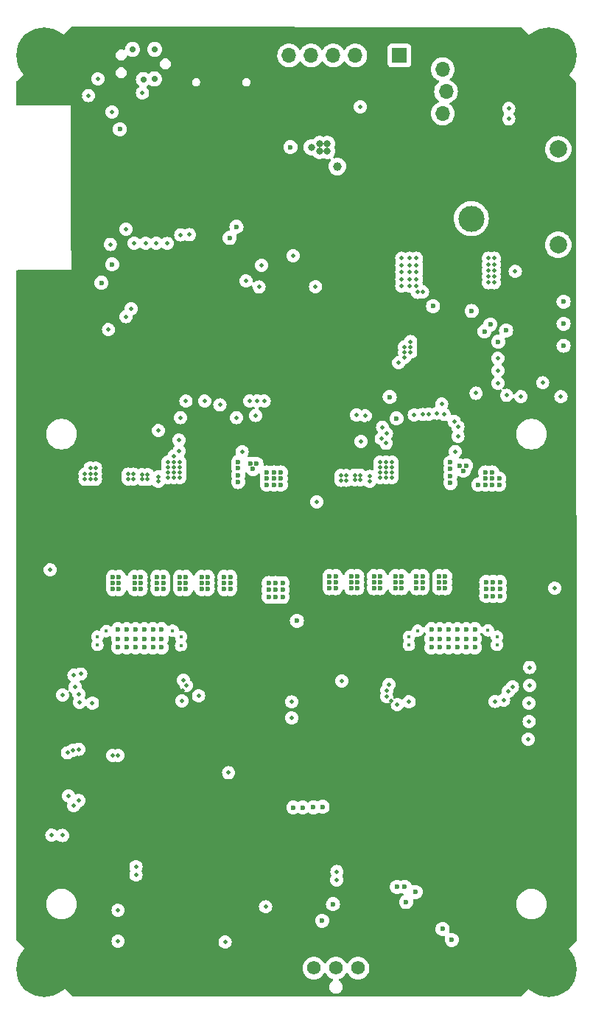
<source format=gbr>
%TF.GenerationSoftware,KiCad,Pcbnew,8.0.7*%
%TF.CreationDate,2025-01-02T17:31:43-08:00*%
%TF.ProjectId,BitaxeGT,42697461-7865-4475-942e-6b696361645f,v800*%
%TF.SameCoordinates,Original*%
%TF.FileFunction,Copper,L2,Inr*%
%TF.FilePolarity,Positive*%
%FSLAX46Y46*%
G04 Gerber Fmt 4.6, Leading zero omitted, Abs format (unit mm)*
G04 Created by KiCad (PCBNEW 8.0.7) date 2025-01-02 17:31:43*
%MOMM*%
%LPD*%
G01*
G04 APERTURE LIST*
%TA.AperFunction,ComponentPad*%
%ADD10R,1.700000X1.700000*%
%TD*%
%TA.AperFunction,ComponentPad*%
%ADD11O,1.700000X1.700000*%
%TD*%
%TA.AperFunction,ComponentPad*%
%ADD12C,0.800000*%
%TD*%
%TA.AperFunction,ComponentPad*%
%ADD13C,6.400000*%
%TD*%
%TA.AperFunction,ComponentPad*%
%ADD14C,1.574800*%
%TD*%
%TA.AperFunction,ComponentPad*%
%ADD15C,1.700000*%
%TD*%
%TA.AperFunction,ComponentPad*%
%ADD16C,0.400000*%
%TD*%
%TA.AperFunction,ComponentPad*%
%ADD17C,3.000000*%
%TD*%
%TA.AperFunction,ComponentPad*%
%ADD18C,2.000000*%
%TD*%
%TA.AperFunction,ComponentPad*%
%ADD19O,1.000000X1.800000*%
%TD*%
%TA.AperFunction,ComponentPad*%
%ADD20O,1.000000X2.100000*%
%TD*%
%TA.AperFunction,ViaPad*%
%ADD21C,0.500000*%
%TD*%
%TA.AperFunction,ViaPad*%
%ADD22C,0.600000*%
%TD*%
%TA.AperFunction,ViaPad*%
%ADD23C,1.000000*%
%TD*%
%TA.AperFunction,ViaPad*%
%ADD24C,0.800000*%
%TD*%
%TA.AperFunction,ViaPad*%
%ADD25C,0.700000*%
%TD*%
%TA.AperFunction,ViaPad*%
%ADD26C,0.400000*%
%TD*%
G04 APERTURE END LIST*
D10*
%TO.N,/Power/Vsupply*%
%TO.C,J5*%
X142850000Y-41500000D03*
D11*
%TO.N,GND*%
X140310000Y-41500000D03*
%TO.N,Net-(J5-Pin_3)*%
X137770000Y-41500000D03*
%TO.N,Net-(J5-Pin_4)*%
X135230000Y-41500000D03*
%TO.N,Net-(J5-Pin_5)*%
X132690000Y-41500000D03*
%TO.N,Net-(J5-Pin_6)*%
X130150000Y-41500000D03*
%TD*%
D12*
%TO.N,GND*%
%TO.C,H4*%
X99600000Y-146500000D03*
X100302944Y-144802944D03*
X100302944Y-148197056D03*
X102000000Y-144100000D03*
D13*
X102000000Y-146500000D03*
D12*
X102000000Y-148900000D03*
X103697056Y-144802944D03*
X103697056Y-148197056D03*
X104400000Y-146500000D03*
%TD*%
D14*
%TO.N,GND*%
%TO.C,J7*%
X140620600Y-146338851D03*
%TO.N,/12V*%
X138080600Y-146338851D03*
%TO.N,/fan/FAN_TACH*%
X135540600Y-146338851D03*
%TO.N,/fan/FAN_PWM*%
X133000600Y-146338851D03*
%TD*%
D12*
%TO.N,GND*%
%TO.C,H2*%
X99600000Y-41500000D03*
X100302944Y-39802944D03*
X100302944Y-43197056D03*
X102000000Y-39100000D03*
D13*
X102000000Y-41500000D03*
D12*
X102000000Y-43900000D03*
X103697056Y-39802944D03*
X103697056Y-43197056D03*
X104400000Y-41500000D03*
%TD*%
%TO.N,GND*%
%TO.C,H3*%
X157600000Y-146500000D03*
X158302944Y-144802944D03*
X158302944Y-148197056D03*
X160000000Y-144100000D03*
D13*
X160000000Y-146500000D03*
D12*
X160000000Y-148900000D03*
X161697056Y-144802944D03*
X161697056Y-148197056D03*
X162400000Y-146500000D03*
%TD*%
D15*
%TO.N,GND*%
%TO.C,J3*%
X148200000Y-40550000D03*
D11*
%TO.N,/3V3*%
X147800000Y-43090000D03*
%TO.N,/ESP32/SCL*%
X148200000Y-45630000D03*
%TO.N,/ESP32/SDA*%
X147800000Y-48170000D03*
%TD*%
D12*
%TO.N,GND*%
%TO.C,H1*%
X157600000Y-41500000D03*
X158302944Y-39802944D03*
X158302944Y-43197056D03*
X160000000Y-39100000D03*
D13*
X160000000Y-41500000D03*
D12*
X160000000Y-43900000D03*
X161697056Y-39802944D03*
X161697056Y-43197056D03*
X162400000Y-41500000D03*
%TD*%
D16*
%TO.N,GND*%
%TO.C,U4*%
X122280000Y-88650000D03*
X122280000Y-87250000D03*
X122280000Y-85850000D03*
X121000000Y-89650000D03*
X121000000Y-88650000D03*
X121000000Y-87250000D03*
X121000000Y-85850000D03*
X121000000Y-84850000D03*
X119720000Y-88650000D03*
X119720000Y-87250000D03*
X119720000Y-85850000D03*
%TD*%
D17*
%TO.N,/Power/Vsupply*%
%TO.C,J1*%
X151100000Y-60250000D03*
%TO.N,GND*%
X151100000Y-55250000D03*
D18*
%TO.N,unconnected-(J1-MNT1-Pad3)*%
X161100000Y-63250000D03*
%TO.N,unconnected-(J1-MNT2-Pad4)*%
X161100000Y-52250000D03*
%TD*%
D19*
%TO.N,GND*%
%TO.C,J4*%
X118030000Y-40885000D03*
D20*
X118030000Y-45065000D03*
D19*
X126670000Y-40885000D03*
D20*
X126670000Y-45065000D03*
%TD*%
D16*
%TO.N,GND*%
%TO.C,U1*%
X146630000Y-88650000D03*
X146630000Y-87250000D03*
X146630000Y-85850000D03*
X145350000Y-89650000D03*
X145350000Y-88650000D03*
X145350000Y-87250000D03*
X145350000Y-85850000D03*
X145350000Y-84850000D03*
X144070000Y-88650000D03*
X144070000Y-87250000D03*
X144070000Y-85850000D03*
%TD*%
D21*
%TO.N,/12V*%
X136100000Y-89750000D03*
X112250000Y-90150000D03*
X143425000Y-74975000D03*
X143100000Y-64800000D03*
X142000000Y-89400000D03*
X139400000Y-89850000D03*
X143100000Y-66400000D03*
X107900000Y-90200000D03*
X136700000Y-90300000D03*
X116200000Y-88800000D03*
X116900000Y-88200000D03*
X112250000Y-89600000D03*
X144800000Y-68000000D03*
X142750000Y-76800000D03*
X111650000Y-90150000D03*
X143425000Y-75575000D03*
X107900000Y-88900000D03*
X106700000Y-90200000D03*
X107300000Y-88900000D03*
X107300000Y-90200000D03*
X144800000Y-64800000D03*
D22*
X142550000Y-137000000D03*
D21*
X138300000Y-90250000D03*
X144800000Y-65600000D03*
X136100000Y-90300000D03*
X137700000Y-89700000D03*
X140600000Y-89400000D03*
X139400000Y-90400000D03*
X116900000Y-90000000D03*
X144000000Y-64800000D03*
X136700000Y-89750000D03*
X144125000Y-75575000D03*
X142000000Y-88200000D03*
X142000000Y-88800000D03*
X116900000Y-88800000D03*
X140600000Y-88200000D03*
X106700000Y-89600000D03*
X117600000Y-89400000D03*
X107900000Y-89600000D03*
X115100000Y-89900000D03*
X145500000Y-68670000D03*
X144800000Y-67200000D03*
X141300000Y-88200000D03*
X107300000Y-89600000D03*
X117600000Y-88200000D03*
D22*
X143450000Y-137000000D03*
D21*
X116200000Y-88200000D03*
X144000000Y-68000000D03*
X113900000Y-89650000D03*
X144000000Y-67200000D03*
X144000000Y-66400000D03*
X141300000Y-89400000D03*
X141300000Y-90000000D03*
X144125000Y-74375000D03*
X143100000Y-68000000D03*
X143100000Y-65600000D03*
X143425000Y-76175000D03*
X144125000Y-74975000D03*
X116900000Y-89400000D03*
X113900000Y-90200000D03*
X111650000Y-89600000D03*
X113300000Y-90200000D03*
X113300000Y-89650000D03*
X144000000Y-65600000D03*
X143100000Y-67200000D03*
X116200000Y-89400000D03*
X137700000Y-90250000D03*
D22*
X144700000Y-137600000D03*
D21*
X141300000Y-88800000D03*
X144900000Y-68700000D03*
X140600000Y-90000000D03*
X115100000Y-90450000D03*
D22*
X143600000Y-138750000D03*
D21*
X138300000Y-89700000D03*
X117600000Y-88800000D03*
X117600000Y-90000000D03*
X116200000Y-90000000D03*
X140600000Y-88800000D03*
X144800000Y-66400000D03*
X142000000Y-90000000D03*
%TO.N,/Power/AGND1*%
X151650000Y-80300000D03*
X147700000Y-81550000D03*
D22*
X141724265Y-80724265D03*
D21*
X145500000Y-82750000D03*
D22*
%TO.N,/Vcore*%
X140600000Y-102000000D03*
X137300000Y-102000000D03*
X120800000Y-102800000D03*
X123400000Y-102100000D03*
X147400000Y-102000000D03*
X149500000Y-107400000D03*
X152800000Y-103600000D03*
X138000000Y-102000000D03*
X150500000Y-107400000D03*
X111500000Y-107400000D03*
X153600000Y-102800000D03*
X115700000Y-102800000D03*
X117600000Y-102100000D03*
X152800000Y-102000000D03*
X117600000Y-102800000D03*
X146500000Y-107400000D03*
X113500000Y-109500000D03*
X154400000Y-102000000D03*
X143100000Y-102000000D03*
X147400000Y-102700000D03*
X113500000Y-108500000D03*
X147400000Y-101300000D03*
D21*
X133325000Y-92775000D03*
D22*
X142500000Y-83200000D03*
X113100000Y-101400000D03*
X115500000Y-107400000D03*
X120100000Y-102100000D03*
X120800000Y-101400000D03*
X147500000Y-109500000D03*
X109900000Y-101400000D03*
X108575000Y-67625000D03*
X114500000Y-109500000D03*
X148500000Y-107400000D03*
X122700000Y-102800000D03*
X144800000Y-101300000D03*
X137300000Y-102700000D03*
X146500000Y-108500000D03*
X152800000Y-102800000D03*
X115000000Y-102800000D03*
X135500000Y-102700000D03*
X110500000Y-108500000D03*
X115000000Y-101400000D03*
X140600000Y-101300000D03*
X113100000Y-102800000D03*
X151500000Y-107400000D03*
X135500000Y-101300000D03*
X150500000Y-108500000D03*
X135500000Y-102000000D03*
X134800000Y-102000000D03*
X120800000Y-102100000D03*
X113500000Y-107400000D03*
X115000000Y-102100000D03*
X112500000Y-109500000D03*
X114500000Y-108500000D03*
X109900000Y-102100000D03*
X120100000Y-102800000D03*
X120100000Y-101400000D03*
X153600000Y-103600000D03*
X115500000Y-108500000D03*
X148500000Y-109500000D03*
X110600000Y-101400000D03*
X110500000Y-107400000D03*
X149500000Y-108500000D03*
X147500000Y-108500000D03*
X143100000Y-102700000D03*
X118300000Y-102100000D03*
X129400000Y-103700000D03*
X142400000Y-101300000D03*
X128600000Y-102100000D03*
X115700000Y-102100000D03*
X142400000Y-102700000D03*
X139900000Y-102000000D03*
X112400000Y-102800000D03*
X148500000Y-108500000D03*
X154400000Y-103600000D03*
X128600000Y-102900000D03*
X117600000Y-101400000D03*
X143100000Y-101300000D03*
X115700000Y-101400000D03*
X112500000Y-107400000D03*
D21*
X160700000Y-102700000D03*
D22*
X134800000Y-102700000D03*
X137300000Y-101300000D03*
X112400000Y-101400000D03*
X118300000Y-101400000D03*
X111500000Y-108500000D03*
X113100000Y-102100000D03*
X114500000Y-107400000D03*
X139900000Y-102700000D03*
X153600000Y-102000000D03*
X144800000Y-102700000D03*
X131050000Y-106450000D03*
X110500000Y-109500000D03*
X148100000Y-102700000D03*
X122700000Y-102100000D03*
X118300000Y-102800000D03*
X127800000Y-102900000D03*
X148100000Y-102000000D03*
X151500000Y-109500000D03*
X122700000Y-101400000D03*
X112500000Y-108500000D03*
X134800000Y-101300000D03*
X154400000Y-102800000D03*
X148100000Y-101300000D03*
X138000000Y-101300000D03*
X140600000Y-102700000D03*
X142400000Y-102000000D03*
X138000000Y-102700000D03*
X145500000Y-101300000D03*
X110600000Y-102100000D03*
X144800000Y-102000000D03*
X129400000Y-102900000D03*
X123400000Y-101400000D03*
X109900000Y-102800000D03*
X151500000Y-108500000D03*
X145500000Y-102000000D03*
X110600000Y-102800000D03*
X115500000Y-109500000D03*
X147500000Y-107400000D03*
X145500000Y-102700000D03*
X139900000Y-101300000D03*
X129400000Y-102100000D03*
X146500000Y-109500000D03*
X127800000Y-103700000D03*
X111500000Y-109500000D03*
X150500000Y-109500000D03*
X127800000Y-102100000D03*
X123400000Y-102800000D03*
X112400000Y-102100000D03*
X149500000Y-109500000D03*
X128600000Y-103700000D03*
D21*
%TO.N,/Power/VSHARE*%
X120450000Y-81200000D03*
X144550000Y-82800000D03*
%TO.N,/Power/EN_UVLO*%
X117500000Y-86950000D03*
X137900000Y-82800000D03*
%TO.N,/5V*%
X110500000Y-121900000D03*
X109850000Y-121900000D03*
D23*
X135700000Y-54250000D03*
D21*
X127450000Y-139300000D03*
%TO.N,/ASIC/1V2*%
X102700000Y-100600000D03*
X123200000Y-123900000D03*
X130450000Y-117600000D03*
X102880000Y-131080000D03*
X117825000Y-115625000D03*
X143950000Y-115750000D03*
%TO.N,/ASIC/0V8*%
X142600000Y-116050000D03*
X130450000Y-115762500D03*
X119750000Y-115050000D03*
%TO.N,/3V3*%
X125200000Y-67400000D03*
D24*
X133650000Y-52500000D03*
D21*
X107080000Y-46100000D03*
D24*
X134550000Y-52500000D03*
X134550000Y-51650000D03*
D21*
X104100000Y-131100000D03*
D24*
X132700000Y-52050000D03*
D21*
X127000000Y-65600000D03*
D25*
X114700000Y-40800000D03*
D21*
X138350000Y-47400000D03*
D22*
X130300000Y-52025000D03*
X146700000Y-70300000D03*
D21*
X108175000Y-44200000D03*
X126700000Y-68100000D03*
D24*
X133650000Y-51650000D03*
D21*
%TO.N,/Power/Vsupply*%
X153750000Y-65500000D03*
X153750000Y-67600000D03*
X156150000Y-66300000D03*
X153050000Y-64800000D03*
X153750000Y-66900000D03*
X153750000Y-66200000D03*
X153050000Y-66200000D03*
X153050000Y-67600000D03*
X153050000Y-65500000D03*
X153750000Y-64800000D03*
X153050000Y-66900000D03*
%TO.N,/Power/PGOOD*%
X130600000Y-64500000D03*
X149125000Y-83525000D03*
D22*
%TO.N,/fan/FAN_TACH*%
X147800000Y-141850000D03*
X135200000Y-139000000D03*
D21*
%TO.N,/ASIC/TEMP1_P*%
X118328858Y-113867944D03*
D22*
X131700000Y-127890000D03*
D21*
%TO.N,/ASIC/TEMP1_N*%
X118000000Y-113250000D03*
D22*
X130650000Y-127890000D03*
%TO.N,/ASIC/TEMP2_P*%
X134000000Y-127800000D03*
D21*
X155355635Y-114550000D03*
D22*
%TO.N,/ASIC/TEMP2_N*%
X132950000Y-127880000D03*
D21*
X155820645Y-114026770D03*
D22*
%TO.N,/fan/FAN_PWM*%
X148850000Y-143100000D03*
X133950000Y-140900000D03*
D21*
%TO.N,/Power/BCX_DAT*%
X127291727Y-81200000D03*
X159300000Y-79100000D03*
X148000000Y-82750000D03*
%TO.N,/Power/BCX_CLK*%
X156800000Y-80700000D03*
X147100735Y-82600735D03*
X126500000Y-81200000D03*
%TO.N,/Power/SYNC*%
X125600000Y-81200000D03*
X146203957Y-82697514D03*
X161400000Y-80700000D03*
%TO.N,/ESP32/SDA*%
X112550000Y-134700000D03*
X111400000Y-71500000D03*
D22*
X124100000Y-61190000D03*
D21*
X135650000Y-135250000D03*
D22*
%TO.N,/ESP32/SCL*%
X123320000Y-62465000D03*
D21*
X112000000Y-70600000D03*
X112550000Y-135650000D03*
X135600000Y-136200000D03*
%TO.N,/ASIC/RX_1V2*%
X106000000Y-121200000D03*
%TO.N,/ASIC/CLKI*%
X106200000Y-112550000D03*
%TO.N,/ASIC/BI*%
X105420352Y-112700799D03*
%TO.N,/ASIC/RST_1V2*%
X104675382Y-121611508D03*
%TO.N,/ASIC/TX_1V2*%
X105309522Y-121315080D03*
D22*
%TO.N,/Power/cur_sense*%
X151150000Y-70850000D03*
D21*
X109820000Y-48000000D03*
%TO.N,/ASIC/RST_3V3*%
X109400000Y-73000000D03*
X104800000Y-126550000D03*
%TO.N,/ASIC/TX_3V3*%
X117700000Y-62100000D03*
X105400000Y-127700000D03*
%TO.N,Net-(U4-AVIN)*%
X116950000Y-87500000D03*
X115150000Y-84600000D03*
D26*
%TO.N,Net-(U9-VDD1_0)*%
X108125000Y-109195000D03*
%TO.N,Net-(U9-VDD2_0)*%
X108125000Y-108255000D03*
%TO.N,Net-(U9-VDD3_0)*%
X109150000Y-107630000D03*
D21*
%TO.N,Net-(U9-LITE_PAD)*%
X105550000Y-114050000D03*
%TO.N,Net-(U9-ROSC_SEL)*%
X104100000Y-114950000D03*
%TO.N,Net-(U9-INV_CLKO)*%
X106000000Y-114850000D03*
D22*
%TO.N,/Power/SW1*%
X154300000Y-90800000D03*
X152700000Y-90800000D03*
X148700000Y-89800000D03*
X148700000Y-88250000D03*
X154300000Y-90100000D03*
X153500000Y-90100000D03*
X150500000Y-88600000D03*
X150200000Y-89200000D03*
X148700000Y-89000000D03*
X153500000Y-90800000D03*
X151900000Y-90800000D03*
X148700000Y-90600000D03*
X153500000Y-89400000D03*
X152700000Y-89400000D03*
X152700000Y-90100000D03*
X149800000Y-88600000D03*
D21*
%TO.N,Net-(U1-AVIN)*%
X138425000Y-85825000D03*
X138900000Y-82900000D03*
D22*
%TO.N,/Power/SW2*%
X127600000Y-90800000D03*
X129200000Y-89400000D03*
X125700000Y-88400000D03*
X124300000Y-89700000D03*
X126400000Y-88400000D03*
X129200000Y-90800000D03*
X128400000Y-89400000D03*
X124300000Y-90500000D03*
X129200000Y-90100000D03*
X124300000Y-88900000D03*
X128400000Y-90800000D03*
X124300000Y-88200000D03*
X128400000Y-90100000D03*
X127600000Y-89400000D03*
X126000000Y-89000000D03*
X127600000Y-90100000D03*
D26*
%TO.N,Net-(U10-VDD3_0)*%
X144940000Y-107570000D03*
X116770000Y-107580000D03*
%TO.N,Net-(U10-VDD2_0)*%
X143925000Y-108280000D03*
X117750000Y-108280000D03*
%TO.N,Net-(U10-VDD1_0)*%
X117732020Y-109277020D03*
X143925000Y-109220000D03*
%TO.N,Net-(U10-VDD3_1)*%
X153010000Y-107540000D03*
%TO.N,Net-(U10-VDD2_1)*%
X154050000Y-108255000D03*
%TO.N,Net-(U10-VDD1_1)*%
X154050000Y-109195000D03*
D21*
%TO.N,/ASIC/0V8_1*%
X106050000Y-115800000D03*
%TO.N,/ASIC/1V2_1*%
X107550000Y-115900000D03*
%TO.N,/ASIC/1V2_2*%
X153797182Y-115702818D03*
%TO.N,/ASIC/0V8_2*%
X154800000Y-115550000D03*
%TO.N,Net-(J5-Pin_3)*%
X116150000Y-63100000D03*
%TO.N,Net-(J5-Pin_4)*%
X114900000Y-63050000D03*
%TO.N,Net-(J5-Pin_5)*%
X113650000Y-63050000D03*
%TO.N,Net-(J5-Pin_6)*%
X112360000Y-63060000D03*
%TO.N,Net-(U1-MSEL1)*%
X140900000Y-84200000D03*
X154150000Y-79150000D03*
%TO.N,Net-(U1-MSEL2)*%
X154150000Y-76300000D03*
X141300000Y-86050000D03*
%TO.N,Net-(U1-VSEL)*%
X140750000Y-85500000D03*
X154150000Y-77700000D03*
%TO.N,Net-(U10-LITE_PAD)*%
X141400000Y-114450000D03*
%TO.N,Net-(U1-ADRSEL)*%
X155150000Y-80550000D03*
X141350000Y-84950000D03*
%TO.N,Net-(U10-NRSTO)*%
X157800000Y-111800000D03*
%TO.N,Net-(U10-ROSC_SEL)*%
X141650000Y-113750000D03*
%TO.N,Net-(U10-INV_CLKO)*%
X141350000Y-115150000D03*
%TO.N,Net-(U10-BI)*%
X136200000Y-113350000D03*
%TO.N,Net-(U10-RI)*%
X157700000Y-115900000D03*
%TO.N,/Power/SCL_VR*%
X149561091Y-85250000D03*
D22*
X154200000Y-74400000D03*
D21*
X155400000Y-47600000D03*
D22*
X152600000Y-73200000D03*
X161700000Y-74850000D03*
D21*
%TO.N,/Power/ALRT_VR*%
X149246091Y-86996091D03*
D22*
X155100000Y-73100000D03*
X161700000Y-69800000D03*
D21*
X133200000Y-68050000D03*
D22*
%TO.N,/Power/SDA_VR*%
X161700000Y-72325000D03*
D21*
X155400000Y-48800000D03*
X149550000Y-84150000D03*
D22*
X153300000Y-72400000D03*
D21*
%TO.N,GND*%
X133200000Y-120900000D03*
D22*
X149500000Y-112250000D03*
X114500000Y-112250000D03*
X147500000Y-112250000D03*
D21*
X137700000Y-92650000D03*
X138000000Y-97600000D03*
X131800000Y-60100000D03*
X115100000Y-96400000D03*
X106625000Y-44200000D03*
X144900000Y-97000000D03*
X123300000Y-96400000D03*
D22*
X114500000Y-111250000D03*
D24*
X140100000Y-44400000D03*
D21*
X122700000Y-97600000D03*
X105300000Y-94900000D03*
X113900000Y-93150000D03*
X115100000Y-92250000D03*
X117600000Y-96400000D03*
D22*
X112500000Y-112250000D03*
D21*
X139400000Y-91900000D03*
X117940000Y-114450000D03*
X143000000Y-97600000D03*
X131800000Y-58100000D03*
X130800000Y-58100000D03*
X154700000Y-117900000D03*
D22*
X110500000Y-113250000D03*
D21*
X132800000Y-58100000D03*
D22*
X147975000Y-71825000D03*
D21*
X132800000Y-57100000D03*
D22*
X146500000Y-113250000D03*
X148500000Y-115250000D03*
D21*
X111650000Y-93100000D03*
X142400000Y-97600000D03*
D25*
X115130000Y-53850000D03*
D21*
X137400000Y-96400000D03*
D22*
X110500000Y-114250000D03*
D21*
X116250000Y-92300000D03*
D22*
X114500000Y-115250000D03*
D21*
X148000000Y-97000000D03*
X130800000Y-56100000D03*
D24*
X132050000Y-48100000D03*
D21*
X156450000Y-52600000D03*
X120200000Y-97600000D03*
D25*
X112330000Y-56650000D03*
D21*
X135980000Y-129890000D03*
X140500000Y-91900000D03*
X118200000Y-97000000D03*
X113100000Y-97000000D03*
X113900000Y-92600000D03*
D22*
X150500000Y-112250000D03*
D21*
X117600000Y-97000000D03*
X143000000Y-96400000D03*
X143000000Y-97000000D03*
D22*
X149500000Y-114250000D03*
D21*
X132800000Y-60100000D03*
D22*
X115500000Y-111250000D03*
D21*
X133800000Y-59100000D03*
X120200000Y-97000000D03*
D22*
X115500000Y-112250000D03*
D21*
X140500000Y-97000000D03*
X149850000Y-52600000D03*
X105080000Y-133380000D03*
X120800000Y-97600000D03*
X133800000Y-56100000D03*
X135500000Y-97000000D03*
D22*
X112500000Y-114250000D03*
X151500000Y-111250000D03*
D21*
X153150000Y-52600000D03*
X147400000Y-97000000D03*
X150575000Y-76100000D03*
X122700000Y-96400000D03*
X124450000Y-119950000D03*
X109900000Y-97000000D03*
X106900000Y-130700000D03*
X120800000Y-96400000D03*
X132800000Y-56100000D03*
X153150000Y-51700000D03*
X150575000Y-74900000D03*
X141902545Y-115690356D03*
X124450000Y-114300000D03*
X154250000Y-52600000D03*
X117600000Y-97600000D03*
X137400000Y-97600000D03*
X115100000Y-97000000D03*
X160900000Y-91700000D03*
X132800000Y-61100000D03*
D22*
X146500000Y-112250000D03*
D21*
X117400000Y-92300000D03*
X136700000Y-92700000D03*
D22*
X110500000Y-115250000D03*
D25*
X115130000Y-56650000D03*
D21*
X118200000Y-96400000D03*
X124450000Y-119300000D03*
X133800000Y-60100000D03*
D26*
X143925000Y-110175000D03*
D21*
X131800000Y-62100000D03*
X135500000Y-96400000D03*
X117400000Y-91700000D03*
D22*
X115500000Y-115250000D03*
D25*
X113730000Y-55250000D03*
D21*
X130800000Y-57100000D03*
X138950000Y-81100000D03*
X115700000Y-97000000D03*
X115100000Y-91700000D03*
D22*
X111500000Y-112250000D03*
D21*
X113300000Y-93150000D03*
X139740000Y-113760000D03*
D25*
X113730000Y-53850000D03*
D21*
X132080000Y-140500000D03*
X110500000Y-97600000D03*
D22*
X112500000Y-113250000D03*
D21*
X147700000Y-80500000D03*
X133800000Y-58100000D03*
X140500000Y-97600000D03*
X142550000Y-134000000D03*
D22*
X146500000Y-114250000D03*
X115500000Y-113250000D03*
D21*
X130800000Y-59100000D03*
X130800000Y-61100000D03*
D22*
X147500000Y-115250000D03*
D21*
X112250000Y-93100000D03*
X149875000Y-74300000D03*
D25*
X113400000Y-40800000D03*
D22*
X148500000Y-114250000D03*
D21*
X107100000Y-94900000D03*
X113100000Y-96400000D03*
X141600000Y-92500000D03*
X150950000Y-51700000D03*
X111510000Y-142150000D03*
D22*
X150500000Y-111250000D03*
X147500000Y-113250000D03*
D23*
X106000000Y-67400000D03*
D21*
X120800000Y-97000000D03*
D22*
X115500000Y-114250000D03*
X150500000Y-114250000D03*
D21*
X149850000Y-51700000D03*
D22*
X110500000Y-112250000D03*
D21*
X144850000Y-135700000D03*
X135500000Y-97600000D03*
X113300000Y-92600000D03*
X106500000Y-95500000D03*
X149875000Y-75500000D03*
X114760000Y-145740000D03*
X132800000Y-59100000D03*
X153803248Y-114396752D03*
D22*
X148500000Y-113250000D03*
D21*
X106500000Y-94900000D03*
X139900000Y-97000000D03*
D22*
X113500000Y-114250000D03*
D24*
X133250000Y-48200000D03*
X137800000Y-44375000D03*
D21*
X152150000Y-146950000D03*
X138300000Y-92650000D03*
X115750000Y-87400000D03*
X138300000Y-93200000D03*
D25*
X113730000Y-56650000D03*
D21*
X144900000Y-97600000D03*
D22*
X111500000Y-113250000D03*
D21*
X112250000Y-92550000D03*
D22*
X114500000Y-113250000D03*
D21*
X110500000Y-97000000D03*
X145500000Y-97000000D03*
D22*
X149500000Y-113250000D03*
X111500000Y-111250000D03*
D21*
X111650000Y-92550000D03*
X144600000Y-143850000D03*
D26*
X117900000Y-110070000D03*
D21*
X131800000Y-61100000D03*
X104350000Y-101750000D03*
D22*
X149500000Y-115250000D03*
D21*
X138000000Y-96400000D03*
X140500000Y-92500000D03*
X142400000Y-97000000D03*
X149875000Y-74900000D03*
X103790000Y-113400000D03*
X150950000Y-52600000D03*
X140500000Y-96400000D03*
X107850000Y-114750000D03*
X126900000Y-145690000D03*
X110500000Y-96400000D03*
X131800000Y-56100000D03*
X156450000Y-51700000D03*
X136700000Y-93250000D03*
X155350000Y-51700000D03*
X150575000Y-75500000D03*
D26*
X108125000Y-110075000D03*
D21*
X123300000Y-97600000D03*
D22*
X150500000Y-115250000D03*
D21*
X145500000Y-96400000D03*
X130800000Y-60100000D03*
D22*
X113500000Y-112250000D03*
D24*
X141100000Y-46450000D03*
D22*
X110500000Y-111250000D03*
D21*
X136100000Y-92700000D03*
X157550000Y-52600000D03*
X124450000Y-114950000D03*
X149875000Y-76100000D03*
X141600000Y-91900000D03*
D25*
X115130000Y-55250000D03*
D22*
X114500000Y-114250000D03*
X112500000Y-111250000D03*
D21*
X139400000Y-92450000D03*
D22*
X113500000Y-111250000D03*
D21*
X148000000Y-97600000D03*
X134900000Y-96400000D03*
D22*
X148500000Y-111250000D03*
D21*
X137700000Y-93200000D03*
X129500000Y-128840000D03*
D22*
X147500000Y-111250000D03*
D21*
X106120000Y-46100000D03*
X133050000Y-115750000D03*
D22*
X151500000Y-113250000D03*
X147500000Y-114250000D03*
D25*
X112330000Y-53850000D03*
D22*
X148500000Y-112250000D03*
X151500000Y-112250000D03*
D21*
X134900000Y-97000000D03*
X115700000Y-97600000D03*
X112500000Y-97000000D03*
X105900000Y-95500000D03*
X155350000Y-52600000D03*
X145500000Y-97600000D03*
X112500000Y-97600000D03*
X139200000Y-83700000D03*
X132800000Y-62100000D03*
X152050000Y-51700000D03*
X115100000Y-97600000D03*
X131800000Y-57100000D03*
X133800000Y-62100000D03*
X122700000Y-97000000D03*
X133800000Y-57100000D03*
X144900000Y-96400000D03*
X103450000Y-121650000D03*
X130800000Y-62100000D03*
X154700000Y-83300000D03*
X143550000Y-134000000D03*
X150575000Y-74300000D03*
X109900000Y-96400000D03*
D24*
X134600000Y-44375000D03*
D22*
X151500000Y-114250000D03*
D21*
X147400000Y-96400000D03*
X154250000Y-51700000D03*
X133250000Y-113850000D03*
D22*
X146500000Y-115250000D03*
D21*
X101800000Y-129200000D03*
D22*
X146500000Y-111250000D03*
D26*
X154050000Y-110055000D03*
D22*
X150500000Y-113250000D03*
D21*
X138000000Y-97000000D03*
D22*
X112500000Y-115250000D03*
X113500000Y-113250000D03*
D21*
X136100000Y-93250000D03*
X123300000Y-97000000D03*
X148000000Y-96400000D03*
X120200000Y-96400000D03*
X161700000Y-77400000D03*
D22*
X111500000Y-114250000D03*
D21*
X109900000Y-97600000D03*
X112500000Y-96400000D03*
X147400000Y-97600000D03*
D22*
X113500000Y-115250000D03*
D21*
X152050000Y-52600000D03*
X142400000Y-96400000D03*
X139900000Y-96400000D03*
D25*
X112330000Y-55250000D03*
D21*
X134900000Y-97600000D03*
D22*
X151500000Y-115250000D03*
D21*
X116250000Y-91700000D03*
D22*
X132425000Y-134275000D03*
X149500000Y-111250000D03*
D21*
X137400000Y-97000000D03*
D24*
X134500000Y-47700000D03*
D21*
X118200000Y-97600000D03*
X108000000Y-121500000D03*
X131800000Y-59100000D03*
X129050000Y-82700000D03*
X113100000Y-97600000D03*
X105900000Y-94900000D03*
X115700000Y-96400000D03*
X139900000Y-97600000D03*
X105300000Y-95500000D03*
X107100000Y-95500000D03*
X133800000Y-61100000D03*
D22*
X111500000Y-115250000D03*
D21*
X157550000Y-51700000D03*
%TO.N,/Power/BP1v5_2*%
X126327817Y-82850000D03*
X118300000Y-81200000D03*
%TO.N,Net-(U10-BO)*%
X157650000Y-120050000D03*
%TO.N,Net-(U10-CLKO)*%
X157750000Y-118000000D03*
%TO.N,Net-(U10-CO)*%
X157800000Y-113850000D03*
%TO.N,/ESP32/EN*%
X110500000Y-139700000D03*
D22*
X110700000Y-49984314D03*
D21*
X110500000Y-143250000D03*
D25*
X114670000Y-44200000D03*
D22*
%TO.N,/ESP32/P_TX*%
X109820000Y-65500000D03*
D25*
X113400000Y-44250000D03*
D21*
%TO.N,/ESP32/IO0*%
X122800000Y-143350000D03*
D25*
X112150000Y-40800000D03*
D21*
X111400000Y-61450000D03*
%TO.N,/ESP32/P_RX*%
X113300000Y-45800000D03*
X109600000Y-63200000D03*
%TO.N,/ASIC/RX_3V3*%
X118710000Y-62090000D03*
X106000000Y-127100000D03*
%TO.N,/Power/AGND2*%
X122200000Y-81650000D03*
X117650000Y-83100000D03*
X124750000Y-87000000D03*
X124100000Y-83100000D03*
X117500000Y-85700000D03*
%TD*%
%TA.AperFunction,Conductor*%
%TO.N,GND*%
G36*
X156797299Y-38249949D02*
G01*
X156865400Y-38270017D01*
X156886971Y-38287558D01*
X163113820Y-44613246D01*
X163147354Y-44675823D01*
X163150026Y-44701572D01*
X163199973Y-143197772D01*
X163180005Y-143265903D01*
X163163068Y-143286931D01*
X156886905Y-149563095D01*
X156824593Y-149597121D01*
X156797810Y-149600000D01*
X105302190Y-149600000D01*
X105234069Y-149579998D01*
X105213095Y-149563095D01*
X101988851Y-146338851D01*
X131699750Y-146338851D01*
X131719513Y-146564741D01*
X131730600Y-146606118D01*
X131778200Y-146783766D01*
X131778202Y-146783771D01*
X131820452Y-146874375D01*
X131874031Y-146989276D01*
X132004091Y-147175021D01*
X132164430Y-147335360D01*
X132350175Y-147465420D01*
X132555683Y-147561250D01*
X132774710Y-147619938D01*
X133000600Y-147639701D01*
X133226490Y-147619938D01*
X133445517Y-147561250D01*
X133651025Y-147465420D01*
X133836770Y-147335360D01*
X133997109Y-147175021D01*
X134127169Y-146989276D01*
X134156405Y-146926578D01*
X134203322Y-146873294D01*
X134271599Y-146853833D01*
X134339559Y-146874375D01*
X134384794Y-146926578D01*
X134414031Y-146989276D01*
X134544091Y-147175021D01*
X134704430Y-147335360D01*
X134890175Y-147465420D01*
X135095683Y-147561250D01*
X135120726Y-147567960D01*
X135181349Y-147604911D01*
X135212370Y-147668772D01*
X135203942Y-147739266D01*
X135158739Y-147794014D01*
X135158117Y-147794432D01*
X135031777Y-147878849D01*
X135031771Y-147878854D01*
X134920602Y-147990023D01*
X134920597Y-147990029D01*
X134833244Y-148120762D01*
X134773076Y-148266022D01*
X134773075Y-148266025D01*
X134742400Y-148420237D01*
X134742400Y-148577466D01*
X134773075Y-148731678D01*
X134773076Y-148731681D01*
X134833244Y-148876941D01*
X134920597Y-149007674D01*
X134920602Y-149007680D01*
X135031771Y-149118849D01*
X135031777Y-149118854D01*
X135162511Y-149206208D01*
X135307774Y-149266377D01*
X135461984Y-149297052D01*
X135461989Y-149297052D01*
X135619211Y-149297052D01*
X135619216Y-149297052D01*
X135773426Y-149266377D01*
X135918689Y-149206208D01*
X136049423Y-149118854D01*
X136160602Y-149007675D01*
X136247956Y-148876941D01*
X136308125Y-148731678D01*
X136338800Y-148577468D01*
X136338800Y-148420236D01*
X136308125Y-148266026D01*
X136247956Y-148120763D01*
X136160602Y-147990029D01*
X136160597Y-147990023D01*
X136049428Y-147878854D01*
X136049422Y-147878849D01*
X136007990Y-147851165D01*
X135923080Y-147794430D01*
X135877554Y-147739956D01*
X135868706Y-147669512D01*
X135899347Y-147605468D01*
X135959749Y-147568157D01*
X135960410Y-147567977D01*
X135985517Y-147561250D01*
X136191025Y-147465420D01*
X136376770Y-147335360D01*
X136537109Y-147175021D01*
X136667169Y-146989276D01*
X136696405Y-146926578D01*
X136743322Y-146873294D01*
X136811599Y-146853833D01*
X136879559Y-146874375D01*
X136924794Y-146926578D01*
X136954031Y-146989276D01*
X137084091Y-147175021D01*
X137244430Y-147335360D01*
X137430175Y-147465420D01*
X137635683Y-147561250D01*
X137854710Y-147619938D01*
X138080600Y-147639701D01*
X138306490Y-147619938D01*
X138525517Y-147561250D01*
X138731025Y-147465420D01*
X138916770Y-147335360D01*
X139077109Y-147175021D01*
X139207169Y-146989276D01*
X139302999Y-146783768D01*
X139361687Y-146564741D01*
X139381450Y-146338851D01*
X139361687Y-146112961D01*
X139302999Y-145893934D01*
X139207169Y-145688426D01*
X139077109Y-145502681D01*
X138916770Y-145342342D01*
X138731025Y-145212282D01*
X138525520Y-145116453D01*
X138525515Y-145116451D01*
X138423864Y-145089214D01*
X138306490Y-145057764D01*
X138080600Y-145038001D01*
X137854710Y-145057764D01*
X137796023Y-145073489D01*
X137635684Y-145116451D01*
X137635679Y-145116453D01*
X137430174Y-145212282D01*
X137244433Y-145342339D01*
X137244427Y-145342344D01*
X137084093Y-145502678D01*
X137084088Y-145502684D01*
X136954031Y-145688425D01*
X136924795Y-145751122D01*
X136877877Y-145804407D01*
X136809600Y-145823868D01*
X136741640Y-145803326D01*
X136696405Y-145751122D01*
X136684606Y-145725820D01*
X136667169Y-145688426D01*
X136537109Y-145502681D01*
X136376770Y-145342342D01*
X136191025Y-145212282D01*
X135985520Y-145116453D01*
X135985515Y-145116451D01*
X135883864Y-145089214D01*
X135766490Y-145057764D01*
X135540600Y-145038001D01*
X135314710Y-145057764D01*
X135256023Y-145073489D01*
X135095684Y-145116451D01*
X135095679Y-145116453D01*
X134890174Y-145212282D01*
X134704433Y-145342339D01*
X134704427Y-145342344D01*
X134544093Y-145502678D01*
X134544088Y-145502684D01*
X134414031Y-145688425D01*
X134384795Y-145751122D01*
X134337877Y-145804407D01*
X134269600Y-145823868D01*
X134201640Y-145803326D01*
X134156405Y-145751122D01*
X134144606Y-145725820D01*
X134127169Y-145688426D01*
X133997109Y-145502681D01*
X133836770Y-145342342D01*
X133651025Y-145212282D01*
X133445520Y-145116453D01*
X133445515Y-145116451D01*
X133343864Y-145089214D01*
X133226490Y-145057764D01*
X133000600Y-145038001D01*
X132774710Y-145057764D01*
X132716023Y-145073489D01*
X132555684Y-145116451D01*
X132555679Y-145116453D01*
X132350174Y-145212282D01*
X132164433Y-145342339D01*
X132164427Y-145342344D01*
X132004093Y-145502678D01*
X132004088Y-145502684D01*
X131874031Y-145688425D01*
X131778202Y-145893930D01*
X131778200Y-145893935D01*
X131735238Y-146054274D01*
X131719513Y-146112961D01*
X131699750Y-146338851D01*
X101988851Y-146338851D01*
X98900000Y-143250000D01*
X109736701Y-143250000D01*
X109755837Y-143419848D01*
X109812290Y-143581182D01*
X109903231Y-143725912D01*
X110024087Y-143846768D01*
X110024089Y-143846769D01*
X110024091Y-143846771D01*
X110168817Y-143937709D01*
X110330150Y-143994162D01*
X110330149Y-143994162D01*
X110347348Y-143996099D01*
X110500000Y-144013299D01*
X110669850Y-143994162D01*
X110831183Y-143937709D01*
X110975909Y-143846771D01*
X111096771Y-143725909D01*
X111187709Y-143581183D01*
X111244162Y-143419850D01*
X111252032Y-143350000D01*
X122036701Y-143350000D01*
X122055837Y-143519848D01*
X122112290Y-143681182D01*
X122203231Y-143825912D01*
X122324087Y-143946768D01*
X122324089Y-143946769D01*
X122324091Y-143946771D01*
X122468817Y-144037709D01*
X122630150Y-144094162D01*
X122630149Y-144094162D01*
X122647348Y-144096099D01*
X122800000Y-144113299D01*
X122969850Y-144094162D01*
X123131183Y-144037709D01*
X123275909Y-143946771D01*
X123396771Y-143825909D01*
X123487709Y-143681183D01*
X123544162Y-143519850D01*
X123563299Y-143350000D01*
X123544162Y-143180150D01*
X123487709Y-143018817D01*
X123396771Y-142874091D01*
X123396769Y-142874089D01*
X123396768Y-142874087D01*
X123275912Y-142753231D01*
X123131182Y-142662290D01*
X123031270Y-142627330D01*
X122969850Y-142605838D01*
X122969848Y-142605837D01*
X122969850Y-142605837D01*
X122800000Y-142586701D01*
X122630151Y-142605837D01*
X122468817Y-142662290D01*
X122324087Y-142753231D01*
X122203231Y-142874087D01*
X122112290Y-143018817D01*
X122055837Y-143180151D01*
X122036701Y-143350000D01*
X111252032Y-143350000D01*
X111263299Y-143250000D01*
X111244162Y-143080150D01*
X111187709Y-142918817D01*
X111096771Y-142774091D01*
X111096769Y-142774089D01*
X111096768Y-142774087D01*
X110975912Y-142653231D01*
X110831182Y-142562290D01*
X110731270Y-142527330D01*
X110669850Y-142505838D01*
X110669848Y-142505837D01*
X110669850Y-142505837D01*
X110500000Y-142486701D01*
X110330151Y-142505837D01*
X110168817Y-142562290D01*
X110024087Y-142653231D01*
X109903231Y-142774087D01*
X109812290Y-142918817D01*
X109755837Y-143080151D01*
X109736701Y-143250000D01*
X98900000Y-143250000D01*
X98836905Y-143186905D01*
X98802879Y-143124593D01*
X98800000Y-143097810D01*
X98800000Y-141850000D01*
X146986384Y-141850000D01*
X147006783Y-142031047D01*
X147006783Y-142031049D01*
X147006784Y-142031050D01*
X147066957Y-142203015D01*
X147066958Y-142203018D01*
X147163887Y-142357279D01*
X147163888Y-142357281D01*
X147292718Y-142486111D01*
X147292720Y-142486112D01*
X147446981Y-142583041D01*
X147446982Y-142583041D01*
X147446985Y-142583043D01*
X147618953Y-142643217D01*
X147800000Y-142663616D01*
X147961071Y-142645467D01*
X148031000Y-142657716D01*
X148083208Y-142705829D01*
X148101117Y-142774529D01*
X148094106Y-142812289D01*
X148056831Y-142918817D01*
X148056783Y-142918953D01*
X148036384Y-143100000D01*
X148056783Y-143281047D01*
X148056783Y-143281049D01*
X148056784Y-143281050D01*
X148116957Y-143453015D01*
X148116958Y-143453018D01*
X148213887Y-143607279D01*
X148213888Y-143607281D01*
X148342718Y-143736111D01*
X148342720Y-143736112D01*
X148496981Y-143833041D01*
X148496982Y-143833041D01*
X148496985Y-143833043D01*
X148668953Y-143893217D01*
X148850000Y-143913616D01*
X149031047Y-143893217D01*
X149203015Y-143833043D01*
X149357281Y-143736111D01*
X149486111Y-143607281D01*
X149583043Y-143453015D01*
X149643217Y-143281047D01*
X149663616Y-143100000D01*
X149643217Y-142918953D01*
X149583043Y-142746985D01*
X149583041Y-142746982D01*
X149583041Y-142746981D01*
X149486112Y-142592720D01*
X149486111Y-142592718D01*
X149357281Y-142463888D01*
X149357279Y-142463887D01*
X149203018Y-142366958D01*
X149203015Y-142366957D01*
X149031050Y-142306784D01*
X149031049Y-142306783D01*
X149031047Y-142306783D01*
X148850000Y-142286384D01*
X148849999Y-142286384D01*
X148688930Y-142304532D01*
X148618998Y-142292282D01*
X148566790Y-142244170D01*
X148548882Y-142175469D01*
X148555894Y-142137709D01*
X148593217Y-142031047D01*
X148613616Y-141850000D01*
X148593217Y-141668953D01*
X148533043Y-141496985D01*
X148533041Y-141496982D01*
X148533041Y-141496981D01*
X148436112Y-141342720D01*
X148436111Y-141342718D01*
X148307281Y-141213888D01*
X148307279Y-141213887D01*
X148153018Y-141116958D01*
X148153015Y-141116957D01*
X147981050Y-141056784D01*
X147981049Y-141056783D01*
X147981047Y-141056783D01*
X147800000Y-141036384D01*
X147618953Y-141056783D01*
X147618950Y-141056783D01*
X147618949Y-141056784D01*
X147446984Y-141116957D01*
X147446981Y-141116958D01*
X147292720Y-141213887D01*
X147292718Y-141213888D01*
X147163888Y-141342718D01*
X147163887Y-141342720D01*
X147066958Y-141496981D01*
X147066957Y-141496984D01*
X147019349Y-141633042D01*
X147006783Y-141668953D01*
X146986384Y-141850000D01*
X98800000Y-141850000D01*
X98800000Y-140900000D01*
X133136384Y-140900000D01*
X133156783Y-141081047D01*
X133156783Y-141081049D01*
X133156784Y-141081050D01*
X133216957Y-141253015D01*
X133216958Y-141253018D01*
X133313887Y-141407279D01*
X133313888Y-141407281D01*
X133442718Y-141536111D01*
X133442720Y-141536112D01*
X133596981Y-141633041D01*
X133596982Y-141633041D01*
X133596985Y-141633043D01*
X133768953Y-141693217D01*
X133950000Y-141713616D01*
X134131047Y-141693217D01*
X134303015Y-141633043D01*
X134457281Y-141536111D01*
X134586111Y-141407281D01*
X134683043Y-141253015D01*
X134743217Y-141081047D01*
X134763616Y-140900000D01*
X134743217Y-140718953D01*
X134683043Y-140546985D01*
X134683041Y-140546982D01*
X134683041Y-140546981D01*
X134586112Y-140392720D01*
X134586111Y-140392718D01*
X134457281Y-140263888D01*
X134457279Y-140263887D01*
X134303018Y-140166958D01*
X134303015Y-140166957D01*
X134131050Y-140106784D01*
X134131049Y-140106783D01*
X134131047Y-140106783D01*
X133950000Y-140086384D01*
X133768953Y-140106783D01*
X133768950Y-140106783D01*
X133768949Y-140106784D01*
X133596984Y-140166957D01*
X133596981Y-140166958D01*
X133442720Y-140263887D01*
X133442718Y-140263888D01*
X133313888Y-140392718D01*
X133313887Y-140392720D01*
X133216958Y-140546981D01*
X133216957Y-140546984D01*
X133177007Y-140661157D01*
X133156783Y-140718953D01*
X133136384Y-140900000D01*
X98800000Y-140900000D01*
X98800000Y-138885263D01*
X102249500Y-138885263D01*
X102249500Y-139114736D01*
X102279450Y-139342231D01*
X102279452Y-139342238D01*
X102338842Y-139563887D01*
X102426656Y-139775888D01*
X102426657Y-139775889D01*
X102426662Y-139775900D01*
X102541386Y-139974608D01*
X102541391Y-139974615D01*
X102681073Y-140156652D01*
X102681092Y-140156673D01*
X102843326Y-140318907D01*
X102843347Y-140318926D01*
X103025384Y-140458608D01*
X103025391Y-140458613D01*
X103224099Y-140573337D01*
X103224103Y-140573338D01*
X103224112Y-140573344D01*
X103436113Y-140661158D01*
X103657762Y-140720548D01*
X103657766Y-140720548D01*
X103657768Y-140720549D01*
X103716398Y-140728267D01*
X103885266Y-140750500D01*
X103885273Y-140750500D01*
X104114727Y-140750500D01*
X104114734Y-140750500D01*
X104320345Y-140723430D01*
X104342231Y-140720549D01*
X104342231Y-140720548D01*
X104342238Y-140720548D01*
X104563887Y-140661158D01*
X104775888Y-140573344D01*
X104974612Y-140458611D01*
X105156661Y-140318919D01*
X105318919Y-140156661D01*
X105458611Y-139974612D01*
X105573344Y-139775888D01*
X105604778Y-139700000D01*
X109736701Y-139700000D01*
X109755837Y-139869848D01*
X109812290Y-140031182D01*
X109903231Y-140175912D01*
X110024087Y-140296768D01*
X110024089Y-140296769D01*
X110024091Y-140296771D01*
X110168817Y-140387709D01*
X110330150Y-140444162D01*
X110330149Y-140444162D01*
X110347348Y-140446099D01*
X110500000Y-140463299D01*
X110669850Y-140444162D01*
X110831183Y-140387709D01*
X110975909Y-140296771D01*
X111096771Y-140175909D01*
X111187709Y-140031183D01*
X111244162Y-139869850D01*
X111263299Y-139700000D01*
X111244162Y-139530150D01*
X111187709Y-139368817D01*
X111144468Y-139300000D01*
X126686701Y-139300000D01*
X126705837Y-139469848D01*
X126762290Y-139631182D01*
X126762291Y-139631183D01*
X126853216Y-139775889D01*
X126853231Y-139775912D01*
X126974087Y-139896768D01*
X126974089Y-139896769D01*
X126974091Y-139896771D01*
X127118817Y-139987709D01*
X127280150Y-140044162D01*
X127280149Y-140044162D01*
X127297348Y-140046099D01*
X127450000Y-140063299D01*
X127619850Y-140044162D01*
X127781183Y-139987709D01*
X127925909Y-139896771D01*
X128046771Y-139775909D01*
X128137709Y-139631183D01*
X128194162Y-139469850D01*
X128213299Y-139300000D01*
X128194162Y-139130150D01*
X128148620Y-139000000D01*
X134386384Y-139000000D01*
X134406783Y-139181047D01*
X134406783Y-139181049D01*
X134406784Y-139181050D01*
X134466957Y-139353015D01*
X134466958Y-139353018D01*
X134563887Y-139507279D01*
X134563888Y-139507281D01*
X134692718Y-139636111D01*
X134692720Y-139636112D01*
X134846981Y-139733041D01*
X134846982Y-139733041D01*
X134846985Y-139733043D01*
X135018953Y-139793217D01*
X135200000Y-139813616D01*
X135381047Y-139793217D01*
X135553015Y-139733043D01*
X135707281Y-139636111D01*
X135836111Y-139507281D01*
X135933043Y-139353015D01*
X135993217Y-139181047D01*
X136013616Y-139000000D01*
X135993217Y-138818953D01*
X135933043Y-138646985D01*
X135933041Y-138646982D01*
X135933041Y-138646981D01*
X135836112Y-138492720D01*
X135836111Y-138492718D01*
X135707281Y-138363888D01*
X135707279Y-138363887D01*
X135553018Y-138266958D01*
X135553015Y-138266957D01*
X135381050Y-138206784D01*
X135381049Y-138206783D01*
X135381047Y-138206783D01*
X135200000Y-138186384D01*
X135018953Y-138206783D01*
X135018950Y-138206783D01*
X135018949Y-138206784D01*
X134846984Y-138266957D01*
X134846981Y-138266958D01*
X134692720Y-138363887D01*
X134692718Y-138363888D01*
X134563888Y-138492718D01*
X134563887Y-138492720D01*
X134466958Y-138646981D01*
X134466957Y-138646984D01*
X134430911Y-138750000D01*
X134406783Y-138818953D01*
X134386384Y-139000000D01*
X128148620Y-139000000D01*
X128137709Y-138968817D01*
X128046771Y-138824091D01*
X128046769Y-138824089D01*
X128046768Y-138824087D01*
X127925912Y-138703231D01*
X127781182Y-138612290D01*
X127657319Y-138568949D01*
X127619850Y-138555838D01*
X127619848Y-138555837D01*
X127619850Y-138555837D01*
X127450000Y-138536701D01*
X127280151Y-138555837D01*
X127118817Y-138612290D01*
X126974087Y-138703231D01*
X126853231Y-138824087D01*
X126762290Y-138968817D01*
X126705837Y-139130151D01*
X126686701Y-139300000D01*
X111144468Y-139300000D01*
X111096771Y-139224091D01*
X111096769Y-139224089D01*
X111096768Y-139224087D01*
X110975912Y-139103231D01*
X110831182Y-139012290D01*
X110731270Y-138977330D01*
X110669850Y-138955838D01*
X110669848Y-138955837D01*
X110669850Y-138955837D01*
X110500000Y-138936701D01*
X110330151Y-138955837D01*
X110168817Y-139012290D01*
X110024087Y-139103231D01*
X109903231Y-139224087D01*
X109812290Y-139368817D01*
X109755837Y-139530151D01*
X109736701Y-139700000D01*
X105604778Y-139700000D01*
X105661158Y-139563887D01*
X105720548Y-139342238D01*
X105750500Y-139114734D01*
X105750500Y-138885266D01*
X105720548Y-138657762D01*
X105661158Y-138436113D01*
X105573344Y-138224112D01*
X105573338Y-138224103D01*
X105573337Y-138224099D01*
X105458613Y-138025391D01*
X105458608Y-138025384D01*
X105318926Y-137843347D01*
X105318907Y-137843326D01*
X105156673Y-137681092D01*
X105156652Y-137681073D01*
X104974615Y-137541391D01*
X104974608Y-137541386D01*
X104775900Y-137426662D01*
X104775892Y-137426658D01*
X104775888Y-137426656D01*
X104563887Y-137338842D01*
X104342238Y-137279452D01*
X104342231Y-137279450D01*
X104114736Y-137249500D01*
X104114734Y-137249500D01*
X103885266Y-137249500D01*
X103885263Y-137249500D01*
X103657768Y-137279450D01*
X103436113Y-137338842D01*
X103242719Y-137418949D01*
X103224110Y-137426657D01*
X103224099Y-137426662D01*
X103025391Y-137541386D01*
X103025384Y-137541391D01*
X102843347Y-137681073D01*
X102843326Y-137681092D01*
X102681092Y-137843326D01*
X102681073Y-137843347D01*
X102541391Y-138025384D01*
X102541386Y-138025391D01*
X102426662Y-138224099D01*
X102426657Y-138224110D01*
X102426656Y-138224112D01*
X102418949Y-138242718D01*
X102338842Y-138436113D01*
X102279450Y-138657768D01*
X102249500Y-138885263D01*
X98800000Y-138885263D01*
X98800000Y-137000000D01*
X141736384Y-137000000D01*
X141756783Y-137181047D01*
X141756783Y-137181049D01*
X141756784Y-137181050D01*
X141816957Y-137353015D01*
X141816958Y-137353018D01*
X141913887Y-137507279D01*
X141913888Y-137507281D01*
X142042718Y-137636111D01*
X142042720Y-137636112D01*
X142196981Y-137733041D01*
X142196982Y-137733041D01*
X142196985Y-137733043D01*
X142368953Y-137793217D01*
X142550000Y-137813616D01*
X142731047Y-137793217D01*
X142903015Y-137733043D01*
X142932963Y-137714224D01*
X143001284Y-137694919D01*
X143067035Y-137714224D01*
X143096985Y-137733043D01*
X143238192Y-137782453D01*
X143295884Y-137823831D01*
X143322046Y-137889831D01*
X143308374Y-137959499D01*
X143259206Y-138010715D01*
X143251251Y-138014902D01*
X143246983Y-138016957D01*
X143092720Y-138113887D01*
X143092718Y-138113888D01*
X142963888Y-138242718D01*
X142963887Y-138242720D01*
X142866958Y-138396981D01*
X142866957Y-138396984D01*
X142833459Y-138492718D01*
X142806783Y-138568953D01*
X142786384Y-138750000D01*
X142806783Y-138931047D01*
X142806783Y-138931049D01*
X142806784Y-138931050D01*
X142866957Y-139103015D01*
X142866958Y-139103018D01*
X142963887Y-139257279D01*
X142963888Y-139257281D01*
X143092718Y-139386111D01*
X143092720Y-139386112D01*
X143246981Y-139483041D01*
X143246982Y-139483041D01*
X143246985Y-139483043D01*
X143418953Y-139543217D01*
X143600000Y-139563616D01*
X143781047Y-139543217D01*
X143953015Y-139483043D01*
X144107281Y-139386111D01*
X144236111Y-139257281D01*
X144333043Y-139103015D01*
X144393217Y-138931047D01*
X144398376Y-138885263D01*
X156249500Y-138885263D01*
X156249500Y-139114736D01*
X156279450Y-139342231D01*
X156279452Y-139342238D01*
X156338842Y-139563887D01*
X156426656Y-139775888D01*
X156426657Y-139775889D01*
X156426662Y-139775900D01*
X156541386Y-139974608D01*
X156541391Y-139974615D01*
X156681073Y-140156652D01*
X156681092Y-140156673D01*
X156843326Y-140318907D01*
X156843347Y-140318926D01*
X157025384Y-140458608D01*
X157025391Y-140458613D01*
X157224099Y-140573337D01*
X157224103Y-140573338D01*
X157224112Y-140573344D01*
X157436113Y-140661158D01*
X157657762Y-140720548D01*
X157657766Y-140720548D01*
X157657768Y-140720549D01*
X157716398Y-140728267D01*
X157885266Y-140750500D01*
X157885273Y-140750500D01*
X158114727Y-140750500D01*
X158114734Y-140750500D01*
X158320345Y-140723430D01*
X158342231Y-140720549D01*
X158342231Y-140720548D01*
X158342238Y-140720548D01*
X158563887Y-140661158D01*
X158775888Y-140573344D01*
X158974612Y-140458611D01*
X159156661Y-140318919D01*
X159318919Y-140156661D01*
X159458611Y-139974612D01*
X159573344Y-139775888D01*
X159661158Y-139563887D01*
X159720548Y-139342238D01*
X159750500Y-139114734D01*
X159750500Y-138885266D01*
X159720548Y-138657762D01*
X159661158Y-138436113D01*
X159573344Y-138224112D01*
X159573338Y-138224103D01*
X159573337Y-138224099D01*
X159458613Y-138025391D01*
X159458608Y-138025384D01*
X159318926Y-137843347D01*
X159318907Y-137843326D01*
X159156673Y-137681092D01*
X159156652Y-137681073D01*
X158974615Y-137541391D01*
X158974608Y-137541386D01*
X158775900Y-137426662D01*
X158775892Y-137426658D01*
X158775888Y-137426656D01*
X158563887Y-137338842D01*
X158342238Y-137279452D01*
X158342231Y-137279450D01*
X158114736Y-137249500D01*
X158114734Y-137249500D01*
X157885266Y-137249500D01*
X157885263Y-137249500D01*
X157657768Y-137279450D01*
X157436113Y-137338842D01*
X157242719Y-137418949D01*
X157224110Y-137426657D01*
X157224099Y-137426662D01*
X157025391Y-137541386D01*
X157025384Y-137541391D01*
X156843347Y-137681073D01*
X156843326Y-137681092D01*
X156681092Y-137843326D01*
X156681073Y-137843347D01*
X156541391Y-138025384D01*
X156541386Y-138025391D01*
X156426662Y-138224099D01*
X156426657Y-138224110D01*
X156426656Y-138224112D01*
X156418949Y-138242718D01*
X156338842Y-138436113D01*
X156279450Y-138657768D01*
X156249500Y-138885263D01*
X144398376Y-138885263D01*
X144413616Y-138750000D01*
X144393217Y-138568953D01*
X144390268Y-138560527D01*
X144386649Y-138489627D01*
X144421937Y-138428021D01*
X144484930Y-138395273D01*
X144523296Y-138393706D01*
X144700000Y-138413616D01*
X144881047Y-138393217D01*
X145053015Y-138333043D01*
X145207281Y-138236111D01*
X145336111Y-138107281D01*
X145433043Y-137953015D01*
X145493217Y-137781047D01*
X145513616Y-137600000D01*
X145493217Y-137418953D01*
X145433043Y-137246985D01*
X145433041Y-137246982D01*
X145433041Y-137246981D01*
X145336112Y-137092720D01*
X145336111Y-137092718D01*
X145207281Y-136963888D01*
X145207279Y-136963887D01*
X145053018Y-136866958D01*
X145053015Y-136866957D01*
X144881050Y-136806784D01*
X144881049Y-136806783D01*
X144881047Y-136806783D01*
X144700000Y-136786384D01*
X144518952Y-136806783D01*
X144388429Y-136852455D01*
X144317525Y-136856073D01*
X144255920Y-136820784D01*
X144227886Y-136775140D01*
X144183043Y-136646985D01*
X144183041Y-136646982D01*
X144183041Y-136646981D01*
X144086112Y-136492720D01*
X144086111Y-136492718D01*
X143957281Y-136363888D01*
X143957279Y-136363887D01*
X143803018Y-136266958D01*
X143803015Y-136266957D01*
X143631050Y-136206784D01*
X143631049Y-136206783D01*
X143631047Y-136206783D01*
X143450000Y-136186384D01*
X143268953Y-136206783D01*
X143268950Y-136206783D01*
X143268949Y-136206784D01*
X143096985Y-136266956D01*
X143096984Y-136266957D01*
X143067033Y-136285776D01*
X142998712Y-136305080D01*
X142932967Y-136285776D01*
X142903015Y-136266957D01*
X142903014Y-136266956D01*
X142731050Y-136206784D01*
X142731049Y-136206783D01*
X142731047Y-136206783D01*
X142550000Y-136186384D01*
X142368953Y-136206783D01*
X142368950Y-136206783D01*
X142368949Y-136206784D01*
X142196984Y-136266957D01*
X142196981Y-136266958D01*
X142042720Y-136363887D01*
X142042718Y-136363888D01*
X141913888Y-136492718D01*
X141913887Y-136492720D01*
X141816958Y-136646981D01*
X141816957Y-136646984D01*
X141764545Y-136796771D01*
X141756783Y-136818953D01*
X141736384Y-137000000D01*
X98800000Y-137000000D01*
X98800000Y-134700000D01*
X111786701Y-134700000D01*
X111805837Y-134869848D01*
X111862291Y-135031183D01*
X111862292Y-135031186D01*
X111910535Y-135107964D01*
X111929841Y-135176285D01*
X111910535Y-135242036D01*
X111862292Y-135318813D01*
X111862291Y-135318816D01*
X111805837Y-135480151D01*
X111786701Y-135650000D01*
X111805837Y-135819848D01*
X111862290Y-135981182D01*
X111953231Y-136125912D01*
X112074087Y-136246768D01*
X112074089Y-136246769D01*
X112074091Y-136246771D01*
X112218817Y-136337709D01*
X112380150Y-136394162D01*
X112380149Y-136394162D01*
X112397348Y-136396099D01*
X112550000Y-136413299D01*
X112719850Y-136394162D01*
X112881183Y-136337709D01*
X113025909Y-136246771D01*
X113072680Y-136200000D01*
X134836701Y-136200000D01*
X134855837Y-136369848D01*
X134912290Y-136531182D01*
X135003231Y-136675912D01*
X135124087Y-136796768D01*
X135124089Y-136796769D01*
X135124091Y-136796771D01*
X135268817Y-136887709D01*
X135430150Y-136944162D01*
X135430149Y-136944162D01*
X135447348Y-136946099D01*
X135600000Y-136963299D01*
X135769850Y-136944162D01*
X135931183Y-136887709D01*
X136075909Y-136796771D01*
X136196771Y-136675909D01*
X136287709Y-136531183D01*
X136344162Y-136369850D01*
X136363299Y-136200000D01*
X136344162Y-136030150D01*
X136287709Y-135868817D01*
X136284557Y-135863801D01*
X136264464Y-135831822D01*
X136245158Y-135763501D01*
X136264462Y-135697752D01*
X136337709Y-135581183D01*
X136394162Y-135419850D01*
X136413299Y-135250000D01*
X136394162Y-135080150D01*
X136337709Y-134918817D01*
X136246771Y-134774091D01*
X136246769Y-134774089D01*
X136246768Y-134774087D01*
X136125912Y-134653231D01*
X135981182Y-134562290D01*
X135881270Y-134527330D01*
X135819850Y-134505838D01*
X135819848Y-134505837D01*
X135819850Y-134505837D01*
X135650000Y-134486701D01*
X135480151Y-134505837D01*
X135318817Y-134562290D01*
X135174087Y-134653231D01*
X135053231Y-134774087D01*
X134962290Y-134918817D01*
X134905837Y-135080151D01*
X134886701Y-135250000D01*
X134905837Y-135419848D01*
X134962290Y-135581182D01*
X134985535Y-135618175D01*
X135004841Y-135686496D01*
X134985535Y-135752248D01*
X134912292Y-135868813D01*
X134912291Y-135868816D01*
X134855837Y-136030151D01*
X134836701Y-136200000D01*
X113072680Y-136200000D01*
X113146771Y-136125909D01*
X113237709Y-135981183D01*
X113294162Y-135819850D01*
X113313299Y-135650000D01*
X113294162Y-135480150D01*
X113237709Y-135318817D01*
X113189463Y-135242035D01*
X113170158Y-135173716D01*
X113189463Y-135107964D01*
X113237709Y-135031183D01*
X113294162Y-134869850D01*
X113313299Y-134700000D01*
X113294162Y-134530150D01*
X113237709Y-134368817D01*
X113146771Y-134224091D01*
X113146769Y-134224089D01*
X113146768Y-134224087D01*
X113025912Y-134103231D01*
X112881182Y-134012290D01*
X112781270Y-133977330D01*
X112719850Y-133955838D01*
X112719848Y-133955837D01*
X112719850Y-133955837D01*
X112550000Y-133936701D01*
X112380151Y-133955837D01*
X112218817Y-134012290D01*
X112074087Y-134103231D01*
X111953231Y-134224087D01*
X111862290Y-134368817D01*
X111805837Y-134530151D01*
X111786701Y-134700000D01*
X98800000Y-134700000D01*
X98800000Y-131080000D01*
X102116701Y-131080000D01*
X102135837Y-131249848D01*
X102192290Y-131411182D01*
X102283231Y-131555912D01*
X102404087Y-131676768D01*
X102404089Y-131676769D01*
X102404091Y-131676771D01*
X102548817Y-131767709D01*
X102710150Y-131824162D01*
X102710149Y-131824162D01*
X102727348Y-131826099D01*
X102880000Y-131843299D01*
X103049850Y-131824162D01*
X103211183Y-131767709D01*
X103355909Y-131676771D01*
X103355913Y-131676767D01*
X103390905Y-131641776D01*
X103453217Y-131607750D01*
X103524032Y-131612815D01*
X103569095Y-131641776D01*
X103624087Y-131696768D01*
X103624089Y-131696769D01*
X103624091Y-131696771D01*
X103768817Y-131787709D01*
X103930150Y-131844162D01*
X103930149Y-131844162D01*
X103947348Y-131846099D01*
X104100000Y-131863299D01*
X104269850Y-131844162D01*
X104431183Y-131787709D01*
X104575909Y-131696771D01*
X104696771Y-131575909D01*
X104787709Y-131431183D01*
X104844162Y-131269850D01*
X104863299Y-131100000D01*
X104844162Y-130930150D01*
X104787709Y-130768817D01*
X104696771Y-130624091D01*
X104696769Y-130624089D01*
X104696768Y-130624087D01*
X104575912Y-130503231D01*
X104431182Y-130412290D01*
X104331270Y-130377330D01*
X104269850Y-130355838D01*
X104269848Y-130355837D01*
X104269850Y-130355837D01*
X104100000Y-130336701D01*
X103930151Y-130355837D01*
X103768817Y-130412290D01*
X103624087Y-130503231D01*
X103624086Y-130503232D01*
X103589095Y-130538224D01*
X103526783Y-130572250D01*
X103455968Y-130567185D01*
X103410905Y-130538224D01*
X103355912Y-130483231D01*
X103211182Y-130392290D01*
X103111270Y-130357330D01*
X103049850Y-130335838D01*
X103049848Y-130335837D01*
X103049850Y-130335837D01*
X102880000Y-130316701D01*
X102710151Y-130335837D01*
X102548817Y-130392290D01*
X102404087Y-130483231D01*
X102283231Y-130604087D01*
X102192290Y-130748817D01*
X102135837Y-130910151D01*
X102116701Y-131080000D01*
X98800000Y-131080000D01*
X98800000Y-126550000D01*
X104036701Y-126550000D01*
X104055837Y-126719848D01*
X104112290Y-126881182D01*
X104203231Y-127025912D01*
X104324087Y-127146768D01*
X104324089Y-127146769D01*
X104324091Y-127146771D01*
X104468817Y-127237709D01*
X104607674Y-127286297D01*
X104665366Y-127327675D01*
X104691528Y-127393675D01*
X104684989Y-127446840D01*
X104655837Y-127530153D01*
X104636701Y-127700000D01*
X104655837Y-127869848D01*
X104712290Y-128031182D01*
X104803231Y-128175912D01*
X104924087Y-128296768D01*
X104924089Y-128296769D01*
X104924091Y-128296771D01*
X105068817Y-128387709D01*
X105230150Y-128444162D01*
X105230149Y-128444162D01*
X105247348Y-128446099D01*
X105400000Y-128463299D01*
X105569850Y-128444162D01*
X105731183Y-128387709D01*
X105875909Y-128296771D01*
X105996771Y-128175909D01*
X106087709Y-128031183D01*
X106130781Y-127908089D01*
X106143755Y-127890000D01*
X129836384Y-127890000D01*
X129856783Y-128071047D01*
X129856783Y-128071049D01*
X129856784Y-128071050D01*
X129916957Y-128243015D01*
X129916958Y-128243018D01*
X130013887Y-128397279D01*
X130013888Y-128397281D01*
X130142718Y-128526111D01*
X130142720Y-128526112D01*
X130296981Y-128623041D01*
X130296982Y-128623041D01*
X130296985Y-128623043D01*
X130468953Y-128683217D01*
X130650000Y-128703616D01*
X130831047Y-128683217D01*
X131003015Y-128623043D01*
X131107964Y-128557098D01*
X131176285Y-128537793D01*
X131242035Y-128557098D01*
X131346985Y-128623043D01*
X131518953Y-128683217D01*
X131700000Y-128703616D01*
X131881047Y-128683217D01*
X132053015Y-128623043D01*
X132157964Y-128557099D01*
X132207277Y-128526114D01*
X132207278Y-128526112D01*
X132207281Y-128526111D01*
X132240905Y-128492486D01*
X132303213Y-128458462D01*
X132374028Y-128463525D01*
X132419094Y-128492487D01*
X132442718Y-128516111D01*
X132442720Y-128516112D01*
X132596981Y-128613041D01*
X132596982Y-128613041D01*
X132596985Y-128613043D01*
X132768953Y-128673217D01*
X132950000Y-128693616D01*
X133131047Y-128673217D01*
X133303015Y-128613043D01*
X133457281Y-128516111D01*
X133457291Y-128516100D01*
X133459097Y-128514661D01*
X133460501Y-128514087D01*
X133463273Y-128512346D01*
X133463577Y-128512831D01*
X133524824Y-128487819D01*
X133594629Y-128500773D01*
X133604695Y-128506470D01*
X133646985Y-128533043D01*
X133818953Y-128593217D01*
X134000000Y-128613616D01*
X134181047Y-128593217D01*
X134353015Y-128533043D01*
X134507281Y-128436111D01*
X134636111Y-128307281D01*
X134733043Y-128153015D01*
X134793217Y-127981047D01*
X134813616Y-127800000D01*
X134793217Y-127618953D01*
X134733043Y-127446985D01*
X134733041Y-127446982D01*
X134733041Y-127446981D01*
X134636112Y-127292720D01*
X134636111Y-127292718D01*
X134507281Y-127163888D01*
X134507279Y-127163887D01*
X134353018Y-127066958D01*
X134353015Y-127066957D01*
X134181050Y-127006784D01*
X134181049Y-127006783D01*
X134181047Y-127006783D01*
X134000000Y-126986384D01*
X133818953Y-127006783D01*
X133818950Y-127006783D01*
X133818949Y-127006784D01*
X133646984Y-127066957D01*
X133646982Y-127066958D01*
X133492719Y-127163888D01*
X133490889Y-127165348D01*
X133489482Y-127165922D01*
X133486728Y-127167653D01*
X133486424Y-127167170D01*
X133425159Y-127192181D01*
X133355355Y-127179218D01*
X133345299Y-127173525D01*
X133325763Y-127161250D01*
X133303014Y-127146956D01*
X133131050Y-127086784D01*
X133131049Y-127086783D01*
X133131047Y-127086783D01*
X132950000Y-127066384D01*
X132768953Y-127086783D01*
X132768950Y-127086783D01*
X132768949Y-127086784D01*
X132596984Y-127146957D01*
X132596981Y-127146958D01*
X132442720Y-127243887D01*
X132442718Y-127243888D01*
X132409095Y-127277512D01*
X132346783Y-127311538D01*
X132275968Y-127306473D01*
X132230905Y-127277512D01*
X132207281Y-127253888D01*
X132207279Y-127253887D01*
X132053018Y-127156958D01*
X132053015Y-127156957D01*
X131881050Y-127096784D01*
X131881049Y-127096783D01*
X131881047Y-127096783D01*
X131700000Y-127076384D01*
X131518953Y-127096783D01*
X131518950Y-127096783D01*
X131518949Y-127096784D01*
X131346984Y-127156957D01*
X131346981Y-127156958D01*
X131242036Y-127222900D01*
X131173715Y-127242206D01*
X131107964Y-127222900D01*
X131003018Y-127156958D01*
X131003015Y-127156957D01*
X130831050Y-127096784D01*
X130831049Y-127096783D01*
X130831047Y-127096783D01*
X130650000Y-127076384D01*
X130468953Y-127096783D01*
X130468950Y-127096783D01*
X130468949Y-127096784D01*
X130296984Y-127156957D01*
X130296981Y-127156958D01*
X130142720Y-127253887D01*
X130142718Y-127253888D01*
X130013888Y-127382718D01*
X130013887Y-127382720D01*
X129916958Y-127536981D01*
X129916957Y-127536984D01*
X129859916Y-127700000D01*
X129856783Y-127708953D01*
X129836384Y-127890000D01*
X106143755Y-127890000D01*
X106172156Y-127850402D01*
X106208084Y-127830783D01*
X106331183Y-127787709D01*
X106475909Y-127696771D01*
X106596771Y-127575909D01*
X106687709Y-127431183D01*
X106744162Y-127269850D01*
X106763299Y-127100000D01*
X106744162Y-126930150D01*
X106687709Y-126768817D01*
X106596771Y-126624091D01*
X106596769Y-126624089D01*
X106596768Y-126624087D01*
X106475912Y-126503231D01*
X106331182Y-126412290D01*
X106222783Y-126374360D01*
X106169850Y-126355838D01*
X106169848Y-126355837D01*
X106169850Y-126355837D01*
X106000000Y-126336701D01*
X105830151Y-126355837D01*
X105686708Y-126406030D01*
X105615803Y-126409649D01*
X105554198Y-126374360D01*
X105526164Y-126328716D01*
X105487709Y-126218817D01*
X105396768Y-126074087D01*
X105275912Y-125953231D01*
X105131182Y-125862290D01*
X105031270Y-125827330D01*
X104969850Y-125805838D01*
X104969848Y-125805837D01*
X104969850Y-125805837D01*
X104800000Y-125786701D01*
X104630151Y-125805837D01*
X104468817Y-125862290D01*
X104324087Y-125953231D01*
X104203231Y-126074087D01*
X104112290Y-126218817D01*
X104055837Y-126380151D01*
X104036701Y-126550000D01*
X98800000Y-126550000D01*
X98800000Y-123900000D01*
X122436701Y-123900000D01*
X122455837Y-124069848D01*
X122512290Y-124231182D01*
X122603231Y-124375912D01*
X122724087Y-124496768D01*
X122724089Y-124496769D01*
X122724091Y-124496771D01*
X122868817Y-124587709D01*
X123030150Y-124644162D01*
X123030149Y-124644162D01*
X123047348Y-124646099D01*
X123200000Y-124663299D01*
X123369850Y-124644162D01*
X123531183Y-124587709D01*
X123675909Y-124496771D01*
X123796771Y-124375909D01*
X123887709Y-124231183D01*
X123944162Y-124069850D01*
X123963299Y-123900000D01*
X123944162Y-123730150D01*
X123887709Y-123568817D01*
X123796771Y-123424091D01*
X123796769Y-123424089D01*
X123796768Y-123424087D01*
X123675912Y-123303231D01*
X123531182Y-123212290D01*
X123431270Y-123177330D01*
X123369850Y-123155838D01*
X123369848Y-123155837D01*
X123369850Y-123155837D01*
X123200000Y-123136701D01*
X123030151Y-123155837D01*
X122868817Y-123212290D01*
X122724087Y-123303231D01*
X122603231Y-123424087D01*
X122512290Y-123568817D01*
X122455837Y-123730151D01*
X122436701Y-123900000D01*
X98800000Y-123900000D01*
X98800000Y-121611508D01*
X103912083Y-121611508D01*
X103931219Y-121781356D01*
X103987672Y-121942690D01*
X103988597Y-121944162D01*
X104070836Y-122075044D01*
X104078613Y-122087420D01*
X104199469Y-122208276D01*
X104199471Y-122208277D01*
X104199473Y-122208279D01*
X104344199Y-122299217D01*
X104505532Y-122355670D01*
X104505531Y-122355670D01*
X104522730Y-122357607D01*
X104675382Y-122374807D01*
X104845232Y-122355670D01*
X105006565Y-122299217D01*
X105151291Y-122208279D01*
X105246419Y-122113150D01*
X105308729Y-122079127D01*
X105321389Y-122077041D01*
X105479372Y-122059242D01*
X105640705Y-122002789D01*
X105717018Y-121954836D01*
X105785339Y-121935530D01*
X105825673Y-121942595D01*
X105830150Y-121944162D01*
X106000000Y-121963299D01*
X106169850Y-121944162D01*
X106296057Y-121900000D01*
X109086701Y-121900000D01*
X109105837Y-122069848D01*
X109162290Y-122231182D01*
X109253231Y-122375912D01*
X109374087Y-122496768D01*
X109374089Y-122496769D01*
X109374091Y-122496771D01*
X109518817Y-122587709D01*
X109680150Y-122644162D01*
X109680149Y-122644162D01*
X109697348Y-122646099D01*
X109850000Y-122663299D01*
X110019850Y-122644162D01*
X110133385Y-122604434D01*
X110204289Y-122600814D01*
X110216616Y-122604434D01*
X110330150Y-122644162D01*
X110500000Y-122663299D01*
X110669850Y-122644162D01*
X110831183Y-122587709D01*
X110975909Y-122496771D01*
X111096771Y-122375909D01*
X111187709Y-122231183D01*
X111244162Y-122069850D01*
X111263299Y-121900000D01*
X111244162Y-121730150D01*
X111187709Y-121568817D01*
X111096771Y-121424091D01*
X111096769Y-121424089D01*
X111096768Y-121424087D01*
X110975912Y-121303231D01*
X110831182Y-121212290D01*
X110731270Y-121177330D01*
X110669850Y-121155838D01*
X110669848Y-121155837D01*
X110669850Y-121155837D01*
X110500000Y-121136701D01*
X110330155Y-121155837D01*
X110330153Y-121155837D01*
X110330150Y-121155838D01*
X110216612Y-121195566D01*
X110145710Y-121199184D01*
X110133396Y-121195569D01*
X110019850Y-121155838D01*
X110019845Y-121155837D01*
X110019844Y-121155837D01*
X109850000Y-121136701D01*
X109680151Y-121155837D01*
X109518817Y-121212290D01*
X109374087Y-121303231D01*
X109253231Y-121424087D01*
X109162290Y-121568817D01*
X109105837Y-121730151D01*
X109086701Y-121900000D01*
X106296057Y-121900000D01*
X106331183Y-121887709D01*
X106475909Y-121796771D01*
X106596771Y-121675909D01*
X106687709Y-121531183D01*
X106744162Y-121369850D01*
X106763299Y-121200000D01*
X106744162Y-121030150D01*
X106687709Y-120868817D01*
X106596771Y-120724091D01*
X106596769Y-120724089D01*
X106596768Y-120724087D01*
X106475912Y-120603231D01*
X106331182Y-120512290D01*
X106231270Y-120477330D01*
X106169850Y-120455838D01*
X106169848Y-120455837D01*
X106169850Y-120455837D01*
X106000000Y-120436701D01*
X105830151Y-120455837D01*
X105668816Y-120512291D01*
X105668814Y-120512292D01*
X105592501Y-120560243D01*
X105524180Y-120579549D01*
X105483850Y-120572485D01*
X105479372Y-120570918D01*
X105479370Y-120570917D01*
X105479372Y-120570917D01*
X105309522Y-120551781D01*
X105139673Y-120570917D01*
X104978339Y-120627370D01*
X104833609Y-120718311D01*
X104833608Y-120718312D01*
X104738486Y-120813435D01*
X104676174Y-120847461D01*
X104663498Y-120849548D01*
X104505533Y-120867345D01*
X104344199Y-120923798D01*
X104199469Y-121014739D01*
X104078613Y-121135595D01*
X103987672Y-121280325D01*
X103931219Y-121441659D01*
X103912083Y-121611508D01*
X98800000Y-121611508D01*
X98800000Y-120050000D01*
X156886701Y-120050000D01*
X156905837Y-120219848D01*
X156962290Y-120381182D01*
X157053231Y-120525912D01*
X157174087Y-120646768D01*
X157174089Y-120646769D01*
X157174091Y-120646771D01*
X157318817Y-120737709D01*
X157480150Y-120794162D01*
X157480149Y-120794162D01*
X157497348Y-120796099D01*
X157650000Y-120813299D01*
X157819850Y-120794162D01*
X157981183Y-120737709D01*
X158125909Y-120646771D01*
X158246771Y-120525909D01*
X158337709Y-120381183D01*
X158394162Y-120219850D01*
X158413299Y-120050000D01*
X158394162Y-119880150D01*
X158337709Y-119718817D01*
X158246771Y-119574091D01*
X158246769Y-119574089D01*
X158246768Y-119574087D01*
X158125912Y-119453231D01*
X157981182Y-119362290D01*
X157881270Y-119327330D01*
X157819850Y-119305838D01*
X157819848Y-119305837D01*
X157819850Y-119305837D01*
X157650000Y-119286701D01*
X157480151Y-119305837D01*
X157318817Y-119362290D01*
X157174087Y-119453231D01*
X157053231Y-119574087D01*
X156962290Y-119718817D01*
X156905837Y-119880151D01*
X156886701Y-120050000D01*
X98800000Y-120050000D01*
X98800000Y-117600000D01*
X129686701Y-117600000D01*
X129705837Y-117769848D01*
X129762290Y-117931182D01*
X129853231Y-118075912D01*
X129974087Y-118196768D01*
X129974089Y-118196769D01*
X129974091Y-118196771D01*
X130118817Y-118287709D01*
X130280150Y-118344162D01*
X130280149Y-118344162D01*
X130297348Y-118346099D01*
X130450000Y-118363299D01*
X130619850Y-118344162D01*
X130781183Y-118287709D01*
X130925909Y-118196771D01*
X131046771Y-118075909D01*
X131094468Y-118000000D01*
X156986701Y-118000000D01*
X157005837Y-118169848D01*
X157062290Y-118331182D01*
X157153231Y-118475912D01*
X157274087Y-118596768D01*
X157274089Y-118596769D01*
X157274091Y-118596771D01*
X157418817Y-118687709D01*
X157580150Y-118744162D01*
X157580149Y-118744162D01*
X157597348Y-118746099D01*
X157750000Y-118763299D01*
X157919850Y-118744162D01*
X158081183Y-118687709D01*
X158225909Y-118596771D01*
X158346771Y-118475909D01*
X158437709Y-118331183D01*
X158494162Y-118169850D01*
X158513299Y-118000000D01*
X158494162Y-117830150D01*
X158437709Y-117668817D01*
X158346771Y-117524091D01*
X158346769Y-117524089D01*
X158346768Y-117524087D01*
X158225912Y-117403231D01*
X158081182Y-117312290D01*
X157981270Y-117277330D01*
X157919850Y-117255838D01*
X157919848Y-117255837D01*
X157919850Y-117255837D01*
X157750000Y-117236701D01*
X157580151Y-117255837D01*
X157418817Y-117312290D01*
X157274087Y-117403231D01*
X157153231Y-117524087D01*
X157062290Y-117668817D01*
X157005837Y-117830151D01*
X156986701Y-118000000D01*
X131094468Y-118000000D01*
X131137709Y-117931183D01*
X131194162Y-117769850D01*
X131213299Y-117600000D01*
X131194162Y-117430150D01*
X131137709Y-117268817D01*
X131046771Y-117124091D01*
X131046769Y-117124089D01*
X131046768Y-117124087D01*
X130925912Y-117003231D01*
X130781182Y-116912290D01*
X130681270Y-116877330D01*
X130619850Y-116855838D01*
X130619848Y-116855837D01*
X130619850Y-116855837D01*
X130450000Y-116836701D01*
X130280151Y-116855837D01*
X130118817Y-116912290D01*
X129974087Y-117003231D01*
X129853231Y-117124087D01*
X129762290Y-117268817D01*
X129705837Y-117430151D01*
X129686701Y-117600000D01*
X98800000Y-117600000D01*
X98800000Y-114950000D01*
X103336701Y-114950000D01*
X103355837Y-115119848D01*
X103412290Y-115281182D01*
X103475125Y-115381182D01*
X103502085Y-115424089D01*
X103503231Y-115425912D01*
X103624087Y-115546768D01*
X103624089Y-115546769D01*
X103624091Y-115546771D01*
X103768817Y-115637709D01*
X103930150Y-115694162D01*
X103930149Y-115694162D01*
X103947348Y-115696099D01*
X104100000Y-115713299D01*
X104269850Y-115694162D01*
X104431183Y-115637709D01*
X104575909Y-115546771D01*
X104696771Y-115425909D01*
X104787709Y-115281183D01*
X104844162Y-115119850D01*
X104863299Y-114950000D01*
X104844162Y-114780150D01*
X104830934Y-114742349D01*
X104827315Y-114671446D01*
X104862604Y-114609841D01*
X104925598Y-114577094D01*
X104996295Y-114583602D01*
X105038959Y-114611640D01*
X105074086Y-114646767D01*
X105074088Y-114646768D01*
X105074091Y-114646771D01*
X105180299Y-114713506D01*
X105227336Y-114766685D01*
X105238470Y-114834299D01*
X105236701Y-114849999D01*
X105255837Y-115019848D01*
X105312291Y-115181183D01*
X105312292Y-115181185D01*
X105385535Y-115297750D01*
X105404841Y-115366071D01*
X105385537Y-115431819D01*
X105362291Y-115468816D01*
X105362290Y-115468817D01*
X105305837Y-115630151D01*
X105286701Y-115800000D01*
X105305837Y-115969848D01*
X105362290Y-116131182D01*
X105453231Y-116275912D01*
X105574087Y-116396768D01*
X105574089Y-116396769D01*
X105574091Y-116396771D01*
X105718817Y-116487709D01*
X105880150Y-116544162D01*
X105880149Y-116544162D01*
X105897348Y-116546099D01*
X106050000Y-116563299D01*
X106219850Y-116544162D01*
X106381183Y-116487709D01*
X106525909Y-116396771D01*
X106646771Y-116275909D01*
X106661896Y-116251836D01*
X106715071Y-116204801D01*
X106785238Y-116193980D01*
X106850117Y-116222811D01*
X106875268Y-116251836D01*
X106925378Y-116331585D01*
X106953231Y-116375912D01*
X107074087Y-116496768D01*
X107074089Y-116496769D01*
X107074091Y-116496771D01*
X107218817Y-116587709D01*
X107380150Y-116644162D01*
X107380149Y-116644162D01*
X107397348Y-116646099D01*
X107550000Y-116663299D01*
X107719850Y-116644162D01*
X107881183Y-116587709D01*
X108025909Y-116496771D01*
X108146771Y-116375909D01*
X108237709Y-116231183D01*
X108294162Y-116069850D01*
X108313299Y-115900000D01*
X108294162Y-115730150D01*
X108257368Y-115625000D01*
X117061701Y-115625000D01*
X117080837Y-115794848D01*
X117137290Y-115956182D01*
X117228231Y-116100912D01*
X117349087Y-116221768D01*
X117349089Y-116221769D01*
X117349091Y-116221771D01*
X117493817Y-116312709D01*
X117655150Y-116369162D01*
X117655149Y-116369162D01*
X117672348Y-116371099D01*
X117825000Y-116388299D01*
X117994850Y-116369162D01*
X118156183Y-116312709D01*
X118300909Y-116221771D01*
X118421771Y-116100909D01*
X118512709Y-115956183D01*
X118569162Y-115794850D01*
X118588299Y-115625000D01*
X118569162Y-115455150D01*
X118512709Y-115293817D01*
X118421771Y-115149091D01*
X118421769Y-115149089D01*
X118421768Y-115149087D01*
X118322681Y-115050000D01*
X118986701Y-115050000D01*
X119005837Y-115219848D01*
X119062290Y-115381182D01*
X119153231Y-115525912D01*
X119274087Y-115646768D01*
X119274089Y-115646769D01*
X119274091Y-115646771D01*
X119418817Y-115737709D01*
X119580150Y-115794162D01*
X119580149Y-115794162D01*
X119586256Y-115794850D01*
X119750000Y-115813299D01*
X119919850Y-115794162D01*
X120010335Y-115762500D01*
X129686701Y-115762500D01*
X129705837Y-115932348D01*
X129762290Y-116093682D01*
X129815728Y-116178727D01*
X129846783Y-116228151D01*
X129853231Y-116238412D01*
X129974087Y-116359268D01*
X129974089Y-116359269D01*
X129974091Y-116359271D01*
X130118817Y-116450209D01*
X130280150Y-116506662D01*
X130280149Y-116506662D01*
X130297348Y-116508599D01*
X130450000Y-116525799D01*
X130619850Y-116506662D01*
X130781183Y-116450209D01*
X130925909Y-116359271D01*
X131046771Y-116238409D01*
X131137709Y-116093683D01*
X131194162Y-115932350D01*
X131213299Y-115762500D01*
X131194162Y-115592650D01*
X131137709Y-115431317D01*
X131046771Y-115286591D01*
X131046769Y-115286589D01*
X131046768Y-115286587D01*
X130925912Y-115165731D01*
X130906015Y-115153229D01*
X130900876Y-115150000D01*
X140586701Y-115150000D01*
X140605837Y-115319848D01*
X140662290Y-115481182D01*
X140753231Y-115625912D01*
X140874087Y-115746768D01*
X140874089Y-115746769D01*
X140874091Y-115746771D01*
X141018817Y-115837709D01*
X141180150Y-115894162D01*
X141180149Y-115894162D01*
X141197348Y-115896099D01*
X141350000Y-115913299D01*
X141519850Y-115894162D01*
X141678711Y-115838573D01*
X141749614Y-115834954D01*
X141811219Y-115870243D01*
X141843966Y-115933237D01*
X141845533Y-115971610D01*
X141836701Y-116049999D01*
X141836701Y-116050000D01*
X141839130Y-116071565D01*
X141855837Y-116219848D01*
X141912290Y-116381182D01*
X142003231Y-116525912D01*
X142124087Y-116646768D01*
X142124089Y-116646769D01*
X142124091Y-116646771D01*
X142268817Y-116737709D01*
X142430150Y-116794162D01*
X142430149Y-116794162D01*
X142447348Y-116796099D01*
X142600000Y-116813299D01*
X142769850Y-116794162D01*
X142931183Y-116737709D01*
X143075909Y-116646771D01*
X143196771Y-116525909D01*
X143287709Y-116381183D01*
X143287709Y-116381180D01*
X143289317Y-116378623D01*
X143342495Y-116331585D01*
X143412663Y-116320765D01*
X143467413Y-116344098D01*
X143468100Y-116343006D01*
X143474089Y-116346769D01*
X143474091Y-116346771D01*
X143618817Y-116437709D01*
X143780150Y-116494162D01*
X143780149Y-116494162D01*
X143797348Y-116496099D01*
X143950000Y-116513299D01*
X144119850Y-116494162D01*
X144281183Y-116437709D01*
X144425909Y-116346771D01*
X144546771Y-116225909D01*
X144637709Y-116081183D01*
X144694162Y-115919850D01*
X144713299Y-115750000D01*
X144707983Y-115702818D01*
X153033883Y-115702818D01*
X153053019Y-115872666D01*
X153109472Y-116034000D01*
X153200413Y-116178730D01*
X153321269Y-116299586D01*
X153321271Y-116299587D01*
X153321273Y-116299589D01*
X153465999Y-116390527D01*
X153627332Y-116446980D01*
X153627331Y-116446980D01*
X153644530Y-116448917D01*
X153797182Y-116466117D01*
X153967032Y-116446980D01*
X154128365Y-116390527D01*
X154273091Y-116299589D01*
X154315568Y-116257111D01*
X154377878Y-116223087D01*
X154448694Y-116228151D01*
X154462317Y-116234884D01*
X154462437Y-116234637D01*
X154468813Y-116237706D01*
X154468817Y-116237709D01*
X154630150Y-116294162D01*
X154630149Y-116294162D01*
X154647348Y-116296099D01*
X154800000Y-116313299D01*
X154969850Y-116294162D01*
X155131183Y-116237709D01*
X155275909Y-116146771D01*
X155396771Y-116025909D01*
X155475885Y-115900000D01*
X156936701Y-115900000D01*
X156955837Y-116069848D01*
X157012290Y-116231182D01*
X157103231Y-116375912D01*
X157224087Y-116496768D01*
X157224089Y-116496769D01*
X157224091Y-116496771D01*
X157368817Y-116587709D01*
X157530150Y-116644162D01*
X157530149Y-116644162D01*
X157547348Y-116646099D01*
X157700000Y-116663299D01*
X157869850Y-116644162D01*
X158031183Y-116587709D01*
X158175909Y-116496771D01*
X158296771Y-116375909D01*
X158387709Y-116231183D01*
X158444162Y-116069850D01*
X158463299Y-115900000D01*
X158444162Y-115730150D01*
X158387709Y-115568817D01*
X158296771Y-115424091D01*
X158296769Y-115424089D01*
X158296768Y-115424087D01*
X158175912Y-115303231D01*
X158031182Y-115212290D01*
X157898122Y-115165731D01*
X157869850Y-115155838D01*
X157869848Y-115155837D01*
X157869850Y-115155837D01*
X157700000Y-115136701D01*
X157530151Y-115155837D01*
X157368817Y-115212290D01*
X157224087Y-115303231D01*
X157103231Y-115424087D01*
X157012290Y-115568817D01*
X156955837Y-115730151D01*
X156936701Y-115900000D01*
X155475885Y-115900000D01*
X155487709Y-115881183D01*
X155544162Y-115719850D01*
X155563299Y-115550000D01*
X155545383Y-115390984D01*
X155557633Y-115321052D01*
X155605746Y-115268844D01*
X155628964Y-115257952D01*
X155686818Y-115237709D01*
X155831544Y-115146771D01*
X155952406Y-115025909D01*
X156043344Y-114881183D01*
X156074638Y-114791748D01*
X156116016Y-114734057D01*
X156145623Y-114717892D01*
X156145457Y-114717547D01*
X156151820Y-114714481D01*
X156151828Y-114714479D01*
X156296554Y-114623541D01*
X156417416Y-114502679D01*
X156508354Y-114357953D01*
X156564807Y-114196620D01*
X156583944Y-114026770D01*
X156564807Y-113856920D01*
X156562386Y-113850000D01*
X157036701Y-113850000D01*
X157055837Y-114019848D01*
X157112290Y-114181182D01*
X157174477Y-114280151D01*
X157190617Y-114305838D01*
X157203231Y-114325912D01*
X157324087Y-114446768D01*
X157324089Y-114446769D01*
X157324091Y-114446771D01*
X157468817Y-114537709D01*
X157630150Y-114594162D01*
X157630149Y-114594162D01*
X157647348Y-114596099D01*
X157800000Y-114613299D01*
X157969850Y-114594162D01*
X158131183Y-114537709D01*
X158275909Y-114446771D01*
X158396771Y-114325909D01*
X158487709Y-114181183D01*
X158544162Y-114019850D01*
X158563299Y-113850000D01*
X158544162Y-113680150D01*
X158487709Y-113518817D01*
X158396771Y-113374091D01*
X158396769Y-113374089D01*
X158396768Y-113374087D01*
X158275912Y-113253231D01*
X158131182Y-113162290D01*
X158031270Y-113127330D01*
X157969850Y-113105838D01*
X157969848Y-113105837D01*
X157969850Y-113105837D01*
X157800000Y-113086701D01*
X157630151Y-113105837D01*
X157468817Y-113162290D01*
X157324087Y-113253231D01*
X157203231Y-113374087D01*
X157112290Y-113518817D01*
X157055837Y-113680151D01*
X157036701Y-113850000D01*
X156562386Y-113850000D01*
X156508354Y-113695587D01*
X156417416Y-113550861D01*
X156417414Y-113550859D01*
X156417413Y-113550857D01*
X156296557Y-113430001D01*
X156151827Y-113339060D01*
X156051915Y-113304100D01*
X155990495Y-113282608D01*
X155990493Y-113282607D01*
X155990495Y-113282607D01*
X155820645Y-113263471D01*
X155650796Y-113282607D01*
X155489462Y-113339060D01*
X155344732Y-113430001D01*
X155223876Y-113550857D01*
X155132936Y-113695586D01*
X155101640Y-113785021D01*
X155060260Y-113842712D01*
X155030670Y-113858872D01*
X155030836Y-113859216D01*
X155024454Y-113862290D01*
X155024452Y-113862290D01*
X155024452Y-113862291D01*
X155007092Y-113873199D01*
X154879725Y-113953229D01*
X154879721Y-113953232D01*
X154758866Y-114074087D01*
X154667925Y-114218817D01*
X154611472Y-114380151D01*
X154592336Y-114550000D01*
X154610251Y-114709016D01*
X154598001Y-114778948D01*
X154549888Y-114831155D01*
X154526659Y-114842051D01*
X154468816Y-114862291D01*
X154324089Y-114953230D01*
X154281613Y-114995706D01*
X154219300Y-115029731D01*
X154148484Y-115024665D01*
X154134864Y-115017933D01*
X154134745Y-115018181D01*
X154128365Y-115015109D01*
X154101867Y-115005837D01*
X153967032Y-114958656D01*
X153967030Y-114958655D01*
X153967032Y-114958655D01*
X153797182Y-114939519D01*
X153627333Y-114958655D01*
X153465999Y-115015108D01*
X153321269Y-115106049D01*
X153200413Y-115226905D01*
X153109472Y-115371635D01*
X153053019Y-115532969D01*
X153033883Y-115702818D01*
X144707983Y-115702818D01*
X144694162Y-115580150D01*
X144637709Y-115418817D01*
X144546771Y-115274091D01*
X144546769Y-115274089D01*
X144546768Y-115274087D01*
X144425912Y-115153231D01*
X144420768Y-115149999D01*
X144350820Y-115106047D01*
X144281182Y-115062290D01*
X144173654Y-115024665D01*
X144119850Y-115005838D01*
X144119848Y-115005837D01*
X144119850Y-115005837D01*
X143950000Y-114986701D01*
X143780151Y-115005837D01*
X143618817Y-115062290D01*
X143474087Y-115153231D01*
X143353231Y-115274087D01*
X143260682Y-115421377D01*
X143207503Y-115468414D01*
X143137335Y-115479234D01*
X143082586Y-115455901D01*
X143081900Y-115456994D01*
X143075910Y-115453230D01*
X143075909Y-115453229D01*
X142976847Y-115390984D01*
X142931182Y-115362290D01*
X142813329Y-115321052D01*
X142769850Y-115305838D01*
X142769848Y-115305837D01*
X142769850Y-115305837D01*
X142600000Y-115286701D01*
X142430155Y-115305837D01*
X142430153Y-115305837D01*
X142430150Y-115305838D01*
X142287044Y-115355913D01*
X142271289Y-115361426D01*
X142200384Y-115365044D01*
X142138779Y-115329755D01*
X142106033Y-115266762D01*
X142104466Y-115228394D01*
X142113299Y-115150000D01*
X142094162Y-114980150D01*
X142067175Y-114903028D01*
X142063556Y-114832125D01*
X142079417Y-114794378D01*
X142087709Y-114781183D01*
X142144162Y-114619850D01*
X142163299Y-114450000D01*
X142155852Y-114383914D01*
X142168101Y-114313986D01*
X142191962Y-114280717D01*
X142246771Y-114225909D01*
X142337709Y-114081183D01*
X142394162Y-113919850D01*
X142413299Y-113750000D01*
X142394162Y-113580150D01*
X142337709Y-113418817D01*
X142246771Y-113274091D01*
X142246769Y-113274089D01*
X142246768Y-113274087D01*
X142125912Y-113153231D01*
X141981182Y-113062290D01*
X141877209Y-113025909D01*
X141819850Y-113005838D01*
X141819848Y-113005837D01*
X141819850Y-113005837D01*
X141650000Y-112986701D01*
X141480151Y-113005837D01*
X141318817Y-113062290D01*
X141174087Y-113153231D01*
X141053231Y-113274087D01*
X140962290Y-113418817D01*
X140905837Y-113580151D01*
X140886701Y-113750000D01*
X140894146Y-113816083D01*
X140881896Y-113886015D01*
X140858035Y-113919283D01*
X140803230Y-113974089D01*
X140712290Y-114118817D01*
X140655837Y-114280151D01*
X140636701Y-114450000D01*
X140655837Y-114619846D01*
X140655837Y-114619848D01*
X140655838Y-114619850D01*
X140659825Y-114631243D01*
X140682824Y-114696972D01*
X140686442Y-114767876D01*
X140670584Y-114805618D01*
X140662290Y-114818818D01*
X140605837Y-114980151D01*
X140586701Y-115150000D01*
X130900876Y-115150000D01*
X130879712Y-115136701D01*
X130781182Y-115074790D01*
X130648122Y-115028231D01*
X130619850Y-115018338D01*
X130619848Y-115018337D01*
X130619850Y-115018337D01*
X130450000Y-114999201D01*
X130280151Y-115018337D01*
X130118817Y-115074790D01*
X129974087Y-115165731D01*
X129853231Y-115286587D01*
X129762290Y-115431317D01*
X129705837Y-115592651D01*
X129686701Y-115762500D01*
X120010335Y-115762500D01*
X120081183Y-115737709D01*
X120225909Y-115646771D01*
X120346771Y-115525909D01*
X120437709Y-115381183D01*
X120494162Y-115219850D01*
X120513299Y-115050000D01*
X120494162Y-114880150D01*
X120437709Y-114718817D01*
X120346771Y-114574091D01*
X120346769Y-114574089D01*
X120346768Y-114574087D01*
X120225912Y-114453231D01*
X120081182Y-114362290D01*
X119970668Y-114323620D01*
X119919850Y-114305838D01*
X119919848Y-114305837D01*
X119919850Y-114305837D01*
X119750000Y-114286701D01*
X119580151Y-114305837D01*
X119418817Y-114362290D01*
X119274087Y-114453231D01*
X119153231Y-114574087D01*
X119062290Y-114718817D01*
X119005837Y-114880151D01*
X118986701Y-115050000D01*
X118322681Y-115050000D01*
X118300912Y-115028231D01*
X118297221Y-115025912D01*
X118190185Y-114958656D01*
X118156182Y-114937290D01*
X118056270Y-114902330D01*
X117994850Y-114880838D01*
X117994848Y-114880837D01*
X117994850Y-114880837D01*
X117825000Y-114861701D01*
X117655151Y-114880837D01*
X117493817Y-114937290D01*
X117349087Y-115028231D01*
X117228231Y-115149087D01*
X117137290Y-115293817D01*
X117080837Y-115455151D01*
X117061701Y-115625000D01*
X108257368Y-115625000D01*
X108237709Y-115568817D01*
X108146771Y-115424091D01*
X108146769Y-115424089D01*
X108146768Y-115424087D01*
X108025912Y-115303231D01*
X107881182Y-115212290D01*
X107748122Y-115165731D01*
X107719850Y-115155838D01*
X107719848Y-115155837D01*
X107719850Y-115155837D01*
X107550000Y-115136701D01*
X107380151Y-115155837D01*
X107218817Y-115212290D01*
X107074087Y-115303231D01*
X106953229Y-115424089D01*
X106938103Y-115448163D01*
X106884923Y-115495200D01*
X106814756Y-115506019D01*
X106749878Y-115477185D01*
X106724730Y-115448161D01*
X106664464Y-115352249D01*
X106645158Y-115283928D01*
X106664465Y-115218176D01*
X106687706Y-115181187D01*
X106687709Y-115181183D01*
X106744162Y-115019850D01*
X106763299Y-114850000D01*
X106744162Y-114680150D01*
X106687709Y-114518817D01*
X106596771Y-114374091D01*
X106596769Y-114374089D01*
X106596768Y-114374087D01*
X106475912Y-114253231D01*
X106369700Y-114186493D01*
X106322663Y-114133314D01*
X106311530Y-114065695D01*
X106313299Y-114050000D01*
X106294162Y-113880150D01*
X106237709Y-113718817D01*
X106146771Y-113574091D01*
X106146769Y-113574089D01*
X106146768Y-113574087D01*
X106100725Y-113528044D01*
X106066699Y-113465732D01*
X106071764Y-113394917D01*
X106114311Y-113338081D01*
X106180831Y-113313270D01*
X106192924Y-113313517D01*
X106192924Y-113313299D01*
X106199999Y-113313299D01*
X106199999Y-113313298D01*
X106200000Y-113313299D01*
X106369850Y-113294162D01*
X106496057Y-113250000D01*
X117236701Y-113250000D01*
X117255837Y-113419848D01*
X117312290Y-113581182D01*
X117403231Y-113725912D01*
X117524086Y-113846767D01*
X117526224Y-113848472D01*
X117527243Y-113849924D01*
X117529094Y-113851775D01*
X117528769Y-113852099D01*
X117567013Y-113906582D01*
X117572874Y-113932876D01*
X117584695Y-114037792D01*
X117641148Y-114199126D01*
X117732089Y-114343856D01*
X117852945Y-114464712D01*
X117852947Y-114464713D01*
X117852949Y-114464715D01*
X117997675Y-114555653D01*
X118159008Y-114612106D01*
X118159007Y-114612106D01*
X118169596Y-114613299D01*
X118328858Y-114631243D01*
X118498708Y-114612106D01*
X118660041Y-114555653D01*
X118804767Y-114464715D01*
X118925629Y-114343853D01*
X119016567Y-114199127D01*
X119073020Y-114037794D01*
X119092157Y-113867944D01*
X119073020Y-113698094D01*
X119016567Y-113536761D01*
X118925629Y-113392035D01*
X118925627Y-113392033D01*
X118925626Y-113392031D01*
X118883595Y-113350000D01*
X135436701Y-113350000D01*
X135455837Y-113519848D01*
X135512290Y-113681182D01*
X135603231Y-113825912D01*
X135724087Y-113946768D01*
X135724089Y-113946769D01*
X135724091Y-113946771D01*
X135868817Y-114037709D01*
X136030150Y-114094162D01*
X136030149Y-114094162D01*
X136047348Y-114096099D01*
X136200000Y-114113299D01*
X136369850Y-114094162D01*
X136531183Y-114037709D01*
X136675909Y-113946771D01*
X136796771Y-113825909D01*
X136887709Y-113681183D01*
X136944162Y-113519850D01*
X136963299Y-113350000D01*
X136944162Y-113180150D01*
X136887709Y-113018817D01*
X136796771Y-112874091D01*
X136796769Y-112874089D01*
X136796768Y-112874087D01*
X136675912Y-112753231D01*
X136531182Y-112662290D01*
X136431270Y-112627330D01*
X136369850Y-112605838D01*
X136369848Y-112605837D01*
X136369850Y-112605837D01*
X136200000Y-112586701D01*
X136030151Y-112605837D01*
X135868817Y-112662290D01*
X135724087Y-112753231D01*
X135603231Y-112874087D01*
X135512290Y-113018817D01*
X135455837Y-113180151D01*
X135436701Y-113350000D01*
X118883595Y-113350000D01*
X118804772Y-113271177D01*
X118802629Y-113269468D01*
X118801607Y-113268012D01*
X118799764Y-113266169D01*
X118800086Y-113265846D01*
X118761842Y-113211356D01*
X118755982Y-113185064D01*
X118755428Y-113180151D01*
X118744162Y-113080150D01*
X118687709Y-112918817D01*
X118596771Y-112774091D01*
X118596769Y-112774089D01*
X118596768Y-112774087D01*
X118475912Y-112653231D01*
X118331182Y-112562290D01*
X118231270Y-112527330D01*
X118169850Y-112505838D01*
X118169848Y-112505837D01*
X118169850Y-112505837D01*
X118000000Y-112486701D01*
X117830151Y-112505837D01*
X117668817Y-112562290D01*
X117524087Y-112653231D01*
X117403231Y-112774087D01*
X117312290Y-112918817D01*
X117255837Y-113080151D01*
X117236701Y-113250000D01*
X106496057Y-113250000D01*
X106531183Y-113237709D01*
X106675909Y-113146771D01*
X106796771Y-113025909D01*
X106887709Y-112881183D01*
X106944162Y-112719850D01*
X106963299Y-112550000D01*
X106944162Y-112380150D01*
X106887709Y-112218817D01*
X106796771Y-112074091D01*
X106796769Y-112074089D01*
X106796768Y-112074087D01*
X106675912Y-111953231D01*
X106531182Y-111862290D01*
X106431270Y-111827330D01*
X106369850Y-111805838D01*
X106369848Y-111805837D01*
X106369850Y-111805837D01*
X106318041Y-111800000D01*
X157036701Y-111800000D01*
X157055837Y-111969848D01*
X157112290Y-112131182D01*
X157203231Y-112275912D01*
X157324087Y-112396768D01*
X157324089Y-112396769D01*
X157324091Y-112396771D01*
X157468817Y-112487709D01*
X157630150Y-112544162D01*
X157630149Y-112544162D01*
X157647348Y-112546099D01*
X157800000Y-112563299D01*
X157969850Y-112544162D01*
X158131183Y-112487709D01*
X158275909Y-112396771D01*
X158396771Y-112275909D01*
X158487709Y-112131183D01*
X158544162Y-111969850D01*
X158563299Y-111800000D01*
X158544162Y-111630150D01*
X158487709Y-111468817D01*
X158396771Y-111324091D01*
X158396769Y-111324089D01*
X158396768Y-111324087D01*
X158275912Y-111203231D01*
X158131182Y-111112290D01*
X158031270Y-111077330D01*
X157969850Y-111055838D01*
X157969848Y-111055837D01*
X157969850Y-111055837D01*
X157800000Y-111036701D01*
X157630151Y-111055837D01*
X157468817Y-111112290D01*
X157324087Y-111203231D01*
X157203231Y-111324087D01*
X157112290Y-111468817D01*
X157055837Y-111630151D01*
X157036701Y-111800000D01*
X106318041Y-111800000D01*
X106200000Y-111786701D01*
X106030151Y-111805837D01*
X105868816Y-111862291D01*
X105868814Y-111862292D01*
X105724093Y-111953227D01*
X105655772Y-111972533D01*
X105615442Y-111965469D01*
X105590200Y-111956636D01*
X105420352Y-111937500D01*
X105250503Y-111956636D01*
X105089169Y-112013089D01*
X104944439Y-112104030D01*
X104823583Y-112224886D01*
X104732642Y-112369616D01*
X104676189Y-112530950D01*
X104657053Y-112700799D01*
X104676189Y-112870647D01*
X104732642Y-113031981D01*
X104823583Y-113176711D01*
X104944438Y-113297566D01*
X104944442Y-113297569D01*
X104944443Y-113297570D01*
X104985874Y-113323603D01*
X105032912Y-113376782D01*
X105043732Y-113446949D01*
X105014899Y-113511827D01*
X105007934Y-113519385D01*
X104953230Y-113574089D01*
X104862290Y-113718817D01*
X104805837Y-113880151D01*
X104786701Y-114050000D01*
X104805837Y-114219846D01*
X104805837Y-114219848D01*
X104805838Y-114219850D01*
X104817518Y-114253229D01*
X104819065Y-114257650D01*
X104822683Y-114328554D01*
X104787394Y-114390159D01*
X104724400Y-114422905D01*
X104653702Y-114416396D01*
X104611040Y-114388359D01*
X104575912Y-114353231D01*
X104431182Y-114262290D01*
X104327209Y-114225909D01*
X104269850Y-114205838D01*
X104269848Y-114205837D01*
X104269850Y-114205837D01*
X104100000Y-114186701D01*
X103930151Y-114205837D01*
X103768817Y-114262290D01*
X103624087Y-114353231D01*
X103503231Y-114474087D01*
X103412290Y-114618817D01*
X103355837Y-114780151D01*
X103336701Y-114950000D01*
X98800000Y-114950000D01*
X98800000Y-108254996D01*
X107411296Y-108254996D01*
X107411296Y-108255003D01*
X107432034Y-108425799D01*
X107493046Y-108586675D01*
X107493049Y-108586681D01*
X107539119Y-108653424D01*
X107561355Y-108720848D01*
X107543608Y-108789591D01*
X107539119Y-108796576D01*
X107493049Y-108863318D01*
X107493046Y-108863324D01*
X107432034Y-109024200D01*
X107411296Y-109194996D01*
X107411296Y-109195003D01*
X107432034Y-109365799D01*
X107482930Y-109500000D01*
X107493046Y-109526675D01*
X107590785Y-109668273D01*
X107719570Y-109782367D01*
X107719571Y-109782367D01*
X107719573Y-109782369D01*
X107767203Y-109807367D01*
X107871917Y-109862325D01*
X107871918Y-109862325D01*
X107871920Y-109862326D01*
X107973351Y-109887326D01*
X108038972Y-109903500D01*
X108038975Y-109903500D01*
X108211025Y-109903500D01*
X108211028Y-109903500D01*
X108378083Y-109862325D01*
X108530430Y-109782367D01*
X108659215Y-109668273D01*
X108756954Y-109526675D01*
X108817965Y-109365801D01*
X108828745Y-109277020D01*
X108838704Y-109195003D01*
X108838704Y-109194996D01*
X108817965Y-109024200D01*
X108809275Y-109001285D01*
X108756954Y-108863325D01*
X108710880Y-108796576D01*
X108688644Y-108729152D01*
X108706391Y-108660409D01*
X108710880Y-108653424D01*
X108739693Y-108611681D01*
X108756954Y-108586675D01*
X108817965Y-108425801D01*
X108818261Y-108423361D01*
X108818975Y-108421700D01*
X108819789Y-108418401D01*
X108820337Y-108418536D01*
X108846321Y-108358148D01*
X108905185Y-108318456D01*
X108973496Y-108316200D01*
X108984666Y-108318953D01*
X109063972Y-108338500D01*
X109063975Y-108338500D01*
X109236025Y-108338500D01*
X109236028Y-108338500D01*
X109403083Y-108297325D01*
X109518099Y-108236959D01*
X109587711Y-108223013D01*
X109653813Y-108248916D01*
X109695418Y-108306445D01*
X109701861Y-108362634D01*
X109691927Y-108450801D01*
X109686384Y-108500000D01*
X109706783Y-108681047D01*
X109706783Y-108681049D01*
X109706784Y-108681050D01*
X109766957Y-108853015D01*
X109766958Y-108853017D01*
X109817192Y-108932964D01*
X109836498Y-109001285D01*
X109817192Y-109067036D01*
X109766958Y-109146982D01*
X109766957Y-109146984D01*
X109750155Y-109195003D01*
X109706783Y-109318953D01*
X109686384Y-109500000D01*
X109706783Y-109681047D01*
X109706783Y-109681049D01*
X109706784Y-109681050D01*
X109766957Y-109853015D01*
X109766958Y-109853018D01*
X109863887Y-110007279D01*
X109863888Y-110007281D01*
X109992718Y-110136111D01*
X109992720Y-110136112D01*
X110146981Y-110233041D01*
X110146982Y-110233041D01*
X110146985Y-110233043D01*
X110318953Y-110293217D01*
X110500000Y-110313616D01*
X110681047Y-110293217D01*
X110853015Y-110233043D01*
X110932964Y-110182806D01*
X111001284Y-110163501D01*
X111067034Y-110182806D01*
X111146985Y-110233043D01*
X111318953Y-110293217D01*
X111500000Y-110313616D01*
X111681047Y-110293217D01*
X111853015Y-110233043D01*
X111932964Y-110182806D01*
X112001284Y-110163501D01*
X112067034Y-110182806D01*
X112146985Y-110233043D01*
X112318953Y-110293217D01*
X112500000Y-110313616D01*
X112681047Y-110293217D01*
X112853015Y-110233043D01*
X112932964Y-110182806D01*
X113001284Y-110163501D01*
X113067034Y-110182806D01*
X113146985Y-110233043D01*
X113318953Y-110293217D01*
X113500000Y-110313616D01*
X113681047Y-110293217D01*
X113853015Y-110233043D01*
X113932964Y-110182806D01*
X114001284Y-110163501D01*
X114067034Y-110182806D01*
X114146985Y-110233043D01*
X114318953Y-110293217D01*
X114500000Y-110313616D01*
X114681047Y-110293217D01*
X114853015Y-110233043D01*
X114932964Y-110182806D01*
X115001284Y-110163501D01*
X115067034Y-110182806D01*
X115146985Y-110233043D01*
X115318953Y-110293217D01*
X115500000Y-110313616D01*
X115681047Y-110293217D01*
X115853015Y-110233043D01*
X116007281Y-110136111D01*
X116136111Y-110007281D01*
X116233043Y-109853015D01*
X116293217Y-109681047D01*
X116313616Y-109500000D01*
X116293217Y-109318953D01*
X116233043Y-109146985D01*
X116182806Y-109067035D01*
X116163501Y-108998716D01*
X116182807Y-108932964D01*
X116233043Y-108853015D01*
X116293217Y-108681047D01*
X116313616Y-108500000D01*
X116297178Y-108354114D01*
X116309427Y-108284186D01*
X116357540Y-108231978D01*
X116426240Y-108214069D01*
X116480937Y-108228441D01*
X116516917Y-108247325D01*
X116516920Y-108247325D01*
X116516920Y-108247326D01*
X116649486Y-108280000D01*
X116683972Y-108288500D01*
X116683975Y-108288500D01*
X116856025Y-108288500D01*
X116856028Y-108288500D01*
X116893966Y-108279149D01*
X116964894Y-108282266D01*
X117022877Y-108323235D01*
X117049202Y-108386299D01*
X117057034Y-108450799D01*
X117118046Y-108611675D01*
X117174809Y-108693910D01*
X117197045Y-108761335D01*
X117179298Y-108830077D01*
X117174809Y-108837062D01*
X117100066Y-108945344D01*
X117039054Y-109106220D01*
X117018316Y-109277016D01*
X117018316Y-109277023D01*
X117039054Y-109447819D01*
X117078441Y-109551673D01*
X117100066Y-109608695D01*
X117197805Y-109750293D01*
X117326590Y-109864387D01*
X117326591Y-109864387D01*
X117326593Y-109864389D01*
X117401112Y-109903499D01*
X117478937Y-109944345D01*
X117478938Y-109944345D01*
X117478940Y-109944346D01*
X117637414Y-109983405D01*
X117645992Y-109985520D01*
X117645995Y-109985520D01*
X117818045Y-109985520D01*
X117818048Y-109985520D01*
X117985103Y-109944345D01*
X118137450Y-109864387D01*
X118266235Y-109750293D01*
X118363974Y-109608695D01*
X118424985Y-109447821D01*
X118434944Y-109365799D01*
X118445724Y-109277023D01*
X118445724Y-109277016D01*
X118424985Y-109106220D01*
X118403360Y-109049200D01*
X118363974Y-108945345D01*
X118307210Y-108863109D01*
X118284974Y-108795686D01*
X118302721Y-108726943D01*
X118307202Y-108719969D01*
X118381954Y-108611675D01*
X118442965Y-108450801D01*
X118454215Y-108358148D01*
X118463704Y-108280003D01*
X118463704Y-108279996D01*
X143211296Y-108279996D01*
X143211296Y-108280003D01*
X143232034Y-108450799D01*
X143293046Y-108611675D01*
X143293049Y-108611681D01*
X143339119Y-108678424D01*
X143361355Y-108745848D01*
X143343608Y-108814591D01*
X143339119Y-108821576D01*
X143293049Y-108888318D01*
X143293046Y-108888324D01*
X143232034Y-109049200D01*
X143211296Y-109219996D01*
X143211296Y-109220003D01*
X143232034Y-109390799D01*
X143253660Y-109447821D01*
X143293046Y-109551675D01*
X143390785Y-109693273D01*
X143519570Y-109807367D01*
X143519571Y-109807367D01*
X143519573Y-109807369D01*
X143600465Y-109849824D01*
X143671917Y-109887325D01*
X143671918Y-109887325D01*
X143671920Y-109887326D01*
X143737542Y-109903500D01*
X143838972Y-109928500D01*
X143838975Y-109928500D01*
X144011025Y-109928500D01*
X144011028Y-109928500D01*
X144178083Y-109887325D01*
X144330430Y-109807367D01*
X144459215Y-109693273D01*
X144556954Y-109551675D01*
X144617965Y-109390801D01*
X144638704Y-109220000D01*
X144635668Y-109195000D01*
X144617965Y-109049200D01*
X144608484Y-109024200D01*
X144556954Y-108888325D01*
X144510880Y-108821576D01*
X144488644Y-108754152D01*
X144506391Y-108685409D01*
X144510880Y-108678424D01*
X144528136Y-108653424D01*
X144556954Y-108611675D01*
X144617965Y-108450801D01*
X144627993Y-108368215D01*
X144656059Y-108303002D01*
X144714928Y-108263315D01*
X144783226Y-108261063D01*
X144853972Y-108278500D01*
X144853975Y-108278500D01*
X145026025Y-108278500D01*
X145026028Y-108278500D01*
X145193083Y-108237325D01*
X145345430Y-108157367D01*
X145474215Y-108043273D01*
X145571954Y-107901675D01*
X145590723Y-107852184D01*
X145633579Y-107795584D01*
X145700234Y-107771139D01*
X145769525Y-107786610D01*
X145815221Y-107829829D01*
X145848608Y-107882964D01*
X145867914Y-107951285D01*
X145848609Y-108017036D01*
X145766956Y-108146986D01*
X145707746Y-108316200D01*
X145706783Y-108318953D01*
X145686384Y-108500000D01*
X145706783Y-108681047D01*
X145706783Y-108681049D01*
X145706784Y-108681050D01*
X145766957Y-108853015D01*
X145766958Y-108853017D01*
X145817192Y-108932964D01*
X145836498Y-109001285D01*
X145817192Y-109067036D01*
X145766958Y-109146982D01*
X145766957Y-109146984D01*
X145750155Y-109195003D01*
X145706783Y-109318953D01*
X145686384Y-109500000D01*
X145706783Y-109681047D01*
X145706783Y-109681049D01*
X145706784Y-109681050D01*
X145766957Y-109853015D01*
X145766958Y-109853018D01*
X145863887Y-110007279D01*
X145863888Y-110007281D01*
X145992718Y-110136111D01*
X145992720Y-110136112D01*
X146146981Y-110233041D01*
X146146982Y-110233041D01*
X146146985Y-110233043D01*
X146318953Y-110293217D01*
X146500000Y-110313616D01*
X146681047Y-110293217D01*
X146853015Y-110233043D01*
X146932964Y-110182806D01*
X147001284Y-110163501D01*
X147067034Y-110182806D01*
X147146985Y-110233043D01*
X147318953Y-110293217D01*
X147500000Y-110313616D01*
X147681047Y-110293217D01*
X147853015Y-110233043D01*
X147932964Y-110182806D01*
X148001284Y-110163501D01*
X148067034Y-110182806D01*
X148146985Y-110233043D01*
X148318953Y-110293217D01*
X148500000Y-110313616D01*
X148681047Y-110293217D01*
X148853015Y-110233043D01*
X148932964Y-110182806D01*
X149001284Y-110163501D01*
X149067034Y-110182806D01*
X149146985Y-110233043D01*
X149318953Y-110293217D01*
X149500000Y-110313616D01*
X149681047Y-110293217D01*
X149853015Y-110233043D01*
X149932964Y-110182806D01*
X150001284Y-110163501D01*
X150067034Y-110182806D01*
X150146985Y-110233043D01*
X150318953Y-110293217D01*
X150500000Y-110313616D01*
X150681047Y-110293217D01*
X150853015Y-110233043D01*
X150932964Y-110182806D01*
X151001284Y-110163501D01*
X151067034Y-110182806D01*
X151146985Y-110233043D01*
X151318953Y-110293217D01*
X151500000Y-110313616D01*
X151681047Y-110293217D01*
X151853015Y-110233043D01*
X152007281Y-110136111D01*
X152136111Y-110007281D01*
X152233043Y-109853015D01*
X152293217Y-109681047D01*
X152313616Y-109500000D01*
X152293217Y-109318953D01*
X152233043Y-109146985D01*
X152182806Y-109067035D01*
X152163501Y-108998716D01*
X152182807Y-108932964D01*
X152233043Y-108853015D01*
X152293217Y-108681047D01*
X152313616Y-108500000D01*
X152293217Y-108318953D01*
X152233043Y-108146985D01*
X152209301Y-108109200D01*
X152151391Y-108017036D01*
X152132085Y-107948715D01*
X152151390Y-107882965D01*
X152161621Y-107866682D01*
X152214799Y-107819644D01*
X152284966Y-107808823D01*
X152349845Y-107837655D01*
X152372650Y-107866137D01*
X152373717Y-107865402D01*
X152378044Y-107871671D01*
X152378046Y-107871675D01*
X152475785Y-108013273D01*
X152604570Y-108127367D01*
X152604571Y-108127367D01*
X152604573Y-108127369D01*
X152685465Y-108169824D01*
X152756917Y-108207325D01*
X152756918Y-108207325D01*
X152756920Y-108207326D01*
X152878633Y-108237325D01*
X152923972Y-108248500D01*
X152923975Y-108248500D01*
X153096025Y-108248500D01*
X153096028Y-108248500D01*
X153190454Y-108225226D01*
X153261383Y-108228344D01*
X153319365Y-108269313D01*
X153345690Y-108332376D01*
X153357034Y-108425799D01*
X153418046Y-108586675D01*
X153418049Y-108586681D01*
X153464119Y-108653424D01*
X153486355Y-108720848D01*
X153468608Y-108789591D01*
X153464119Y-108796576D01*
X153418049Y-108863318D01*
X153418046Y-108863324D01*
X153357034Y-109024200D01*
X153336296Y-109194996D01*
X153336296Y-109195003D01*
X153357034Y-109365799D01*
X153407930Y-109500000D01*
X153418046Y-109526675D01*
X153515785Y-109668273D01*
X153644570Y-109782367D01*
X153644571Y-109782367D01*
X153644573Y-109782369D01*
X153692203Y-109807367D01*
X153796917Y-109862325D01*
X153796918Y-109862325D01*
X153796920Y-109862326D01*
X153898351Y-109887326D01*
X153963972Y-109903500D01*
X153963975Y-109903500D01*
X154136025Y-109903500D01*
X154136028Y-109903500D01*
X154303083Y-109862325D01*
X154455430Y-109782367D01*
X154584215Y-109668273D01*
X154681954Y-109526675D01*
X154742965Y-109365801D01*
X154753745Y-109277020D01*
X154763704Y-109195003D01*
X154763704Y-109194996D01*
X154742965Y-109024200D01*
X154734275Y-109001285D01*
X154681954Y-108863325D01*
X154635880Y-108796576D01*
X154613644Y-108729152D01*
X154631391Y-108660409D01*
X154635880Y-108653424D01*
X154664693Y-108611681D01*
X154681954Y-108586675D01*
X154742965Y-108425801D01*
X154756273Y-108316200D01*
X154763704Y-108255003D01*
X154763704Y-108254996D01*
X154742965Y-108084200D01*
X154727444Y-108043272D01*
X154681954Y-107923325D01*
X154584215Y-107781727D01*
X154455430Y-107667633D01*
X154455429Y-107667632D01*
X154455426Y-107667630D01*
X154303087Y-107587677D01*
X154303079Y-107587673D01*
X154136031Y-107546500D01*
X154136028Y-107546500D01*
X153963972Y-107546500D01*
X153963968Y-107546500D01*
X153869543Y-107569774D01*
X153798615Y-107566655D01*
X153740633Y-107525685D01*
X153714309Y-107462622D01*
X153702965Y-107369200D01*
X153676087Y-107298326D01*
X153641954Y-107208325D01*
X153544215Y-107066727D01*
X153415430Y-106952633D01*
X153415429Y-106952632D01*
X153415426Y-106952630D01*
X153263087Y-106872677D01*
X153263079Y-106872673D01*
X153096031Y-106831500D01*
X153096028Y-106831500D01*
X152923972Y-106831500D01*
X152923968Y-106831500D01*
X152756920Y-106872673D01*
X152756912Y-106872677D01*
X152604573Y-106952630D01*
X152604568Y-106952634D01*
X152554535Y-106996960D01*
X152476542Y-107066057D01*
X152475783Y-107066729D01*
X152460060Y-107089507D01*
X152404900Y-107134205D01*
X152334331Y-107141986D01*
X152270758Y-107110380D01*
X152237437Y-107059542D01*
X152233043Y-107046985D01*
X152233041Y-107046982D01*
X152233041Y-107046981D01*
X152136112Y-106892720D01*
X152136111Y-106892718D01*
X152007281Y-106763888D01*
X152007279Y-106763887D01*
X151853018Y-106666958D01*
X151853015Y-106666957D01*
X151681050Y-106606784D01*
X151681049Y-106606783D01*
X151681047Y-106606783D01*
X151500000Y-106586384D01*
X151318953Y-106606783D01*
X151318950Y-106606783D01*
X151318949Y-106606784D01*
X151146984Y-106666957D01*
X151146982Y-106666958D01*
X151067036Y-106717192D01*
X150998715Y-106736498D01*
X150932964Y-106717192D01*
X150853017Y-106666958D01*
X150853015Y-106666957D01*
X150681050Y-106606784D01*
X150681049Y-106606783D01*
X150681047Y-106606783D01*
X150500000Y-106586384D01*
X150318953Y-106606783D01*
X150318950Y-106606783D01*
X150318949Y-106606784D01*
X150146984Y-106666957D01*
X150146982Y-106666958D01*
X150067036Y-106717192D01*
X149998715Y-106736498D01*
X149932964Y-106717192D01*
X149853017Y-106666958D01*
X149853015Y-106666957D01*
X149681050Y-106606784D01*
X149681049Y-106606783D01*
X149681047Y-106606783D01*
X149500000Y-106586384D01*
X149318953Y-106606783D01*
X149318950Y-106606783D01*
X149318949Y-106606784D01*
X149146984Y-106666957D01*
X149146982Y-106666958D01*
X149067036Y-106717192D01*
X148998715Y-106736498D01*
X148932964Y-106717192D01*
X148853017Y-106666958D01*
X148853015Y-106666957D01*
X148681050Y-106606784D01*
X148681049Y-106606783D01*
X148681047Y-106606783D01*
X148500000Y-106586384D01*
X148318953Y-106606783D01*
X148318950Y-106606783D01*
X148318949Y-106606784D01*
X148146984Y-106666957D01*
X148146982Y-106666958D01*
X148067036Y-106717192D01*
X147998715Y-106736498D01*
X147932964Y-106717192D01*
X147853017Y-106666958D01*
X147853015Y-106666957D01*
X147681050Y-106606784D01*
X147681049Y-106606783D01*
X147681047Y-106606783D01*
X147500000Y-106586384D01*
X147318953Y-106606783D01*
X147318950Y-106606783D01*
X147318949Y-106606784D01*
X147146984Y-106666957D01*
X147146982Y-106666958D01*
X147067036Y-106717192D01*
X146998715Y-106736498D01*
X146932964Y-106717192D01*
X146853017Y-106666958D01*
X146853015Y-106666957D01*
X146681050Y-106606784D01*
X146681049Y-106606783D01*
X146681047Y-106606783D01*
X146500000Y-106586384D01*
X146318953Y-106606783D01*
X146318950Y-106606783D01*
X146318949Y-106606784D01*
X146146984Y-106666957D01*
X146146981Y-106666958D01*
X145992720Y-106763887D01*
X145992718Y-106763888D01*
X145863888Y-106892718D01*
X145863887Y-106892720D01*
X145766958Y-107046981D01*
X145738776Y-107127521D01*
X145697397Y-107185212D01*
X145631397Y-107211375D01*
X145561729Y-107197701D01*
X145516152Y-107157483D01*
X145474215Y-107096727D01*
X145345430Y-106982633D01*
X145345429Y-106982632D01*
X145345426Y-106982630D01*
X145193087Y-106902677D01*
X145193079Y-106902673D01*
X145026031Y-106861500D01*
X145026028Y-106861500D01*
X144853972Y-106861500D01*
X144853968Y-106861500D01*
X144686920Y-106902673D01*
X144686912Y-106902677D01*
X144534573Y-106982630D01*
X144534568Y-106982634D01*
X144405785Y-107096727D01*
X144308045Y-107238326D01*
X144247034Y-107399200D01*
X144237006Y-107481785D01*
X144208939Y-107546998D01*
X144150070Y-107586684D01*
X144081772Y-107588936D01*
X144011031Y-107571500D01*
X144011028Y-107571500D01*
X143838972Y-107571500D01*
X143838968Y-107571500D01*
X143671920Y-107612673D01*
X143671912Y-107612677D01*
X143519573Y-107692630D01*
X143519568Y-107692634D01*
X143390785Y-107806727D01*
X143293045Y-107948326D01*
X143232034Y-108109200D01*
X143211296Y-108279996D01*
X118463704Y-108279996D01*
X118442965Y-108109200D01*
X118440718Y-108103273D01*
X118381954Y-107948325D01*
X118284215Y-107806727D01*
X118155430Y-107692633D01*
X118155429Y-107692632D01*
X118155426Y-107692630D01*
X118003087Y-107612677D01*
X118003079Y-107612673D01*
X117836031Y-107571500D01*
X117836028Y-107571500D01*
X117663972Y-107571500D01*
X117663969Y-107571500D01*
X117663966Y-107571501D01*
X117626030Y-107580851D01*
X117555102Y-107577732D01*
X117497120Y-107536761D01*
X117470797Y-107473699D01*
X117462965Y-107409200D01*
X117459173Y-107399199D01*
X117401954Y-107248325D01*
X117304215Y-107106727D01*
X117175430Y-106992633D01*
X117175429Y-106992632D01*
X117175426Y-106992630D01*
X117023087Y-106912677D01*
X117023079Y-106912673D01*
X116856031Y-106871500D01*
X116856028Y-106871500D01*
X116683972Y-106871500D01*
X116683968Y-106871500D01*
X116516920Y-106912673D01*
X116516918Y-106912674D01*
X116364571Y-106992632D01*
X116358302Y-106996960D01*
X116356557Y-106994432D01*
X116304994Y-107018622D01*
X116234620Y-107009239D01*
X116180491Y-106963299D01*
X116179098Y-106961131D01*
X116136112Y-106892720D01*
X116136111Y-106892718D01*
X116007281Y-106763888D01*
X116007279Y-106763887D01*
X115853018Y-106666958D01*
X115853015Y-106666957D01*
X115681050Y-106606784D01*
X115681049Y-106606783D01*
X115681047Y-106606783D01*
X115500000Y-106586384D01*
X115318953Y-106606783D01*
X115318950Y-106606783D01*
X115318949Y-106606784D01*
X115146984Y-106666957D01*
X115146982Y-106666958D01*
X115067036Y-106717192D01*
X114998715Y-106736498D01*
X114932964Y-106717192D01*
X114853017Y-106666958D01*
X114853015Y-106666957D01*
X114681050Y-106606784D01*
X114681049Y-106606783D01*
X114681047Y-106606783D01*
X114500000Y-106586384D01*
X114318953Y-106606783D01*
X114318950Y-106606783D01*
X114318949Y-106606784D01*
X114146984Y-106666957D01*
X114146982Y-106666958D01*
X114067036Y-106717192D01*
X113998715Y-106736498D01*
X113932964Y-106717192D01*
X113853017Y-106666958D01*
X113853015Y-106666957D01*
X113681050Y-106606784D01*
X113681049Y-106606783D01*
X113681047Y-106606783D01*
X113500000Y-106586384D01*
X113318953Y-106606783D01*
X113318950Y-106606783D01*
X113318949Y-106606784D01*
X113146984Y-106666957D01*
X113146982Y-106666958D01*
X113067036Y-106717192D01*
X112998715Y-106736498D01*
X112932964Y-106717192D01*
X112853017Y-106666958D01*
X112853015Y-106666957D01*
X112681050Y-106606784D01*
X112681049Y-106606783D01*
X112681047Y-106606783D01*
X112500000Y-106586384D01*
X112318953Y-106606783D01*
X112318950Y-106606783D01*
X112318949Y-106606784D01*
X112146984Y-106666957D01*
X112146982Y-106666958D01*
X112067036Y-106717192D01*
X111998715Y-106736498D01*
X111932964Y-106717192D01*
X111853017Y-106666958D01*
X111853015Y-106666957D01*
X111681050Y-106606784D01*
X111681049Y-106606783D01*
X111681047Y-106606783D01*
X111500000Y-106586384D01*
X111318953Y-106606783D01*
X111318950Y-106606783D01*
X111318949Y-106606784D01*
X111146984Y-106666957D01*
X111146982Y-106666958D01*
X111067036Y-106717192D01*
X110998715Y-106736498D01*
X110932964Y-106717192D01*
X110853017Y-106666958D01*
X110853015Y-106666957D01*
X110681050Y-106606784D01*
X110681049Y-106606783D01*
X110681047Y-106606783D01*
X110500000Y-106586384D01*
X110318953Y-106606783D01*
X110318950Y-106606783D01*
X110318949Y-106606784D01*
X110146984Y-106666957D01*
X110146981Y-106666958D01*
X109992720Y-106763887D01*
X109992718Y-106763888D01*
X109863888Y-106892718D01*
X109863887Y-106892720D01*
X109772111Y-107038781D01*
X109718933Y-107085819D01*
X109648765Y-107096639D01*
X109583887Y-107067806D01*
X109581871Y-107066057D01*
X109555435Y-107042637D01*
X109555426Y-107042630D01*
X109403087Y-106962677D01*
X109403079Y-106962673D01*
X109236031Y-106921500D01*
X109236028Y-106921500D01*
X109063972Y-106921500D01*
X109063968Y-106921500D01*
X108896920Y-106962673D01*
X108896912Y-106962677D01*
X108744573Y-107042630D01*
X108744568Y-107042634D01*
X108615785Y-107156727D01*
X108518045Y-107298326D01*
X108457033Y-107459201D01*
X108456735Y-107461659D01*
X108456016Y-107463327D01*
X108455210Y-107466600D01*
X108454665Y-107466465D01*
X108428661Y-107526870D01*
X108369789Y-107566551D01*
X108301502Y-107568799D01*
X108211031Y-107546500D01*
X108211028Y-107546500D01*
X108038972Y-107546500D01*
X108038968Y-107546500D01*
X107871920Y-107587673D01*
X107871912Y-107587677D01*
X107719573Y-107667630D01*
X107719568Y-107667634D01*
X107590785Y-107781727D01*
X107493045Y-107923326D01*
X107432034Y-108084200D01*
X107411296Y-108254996D01*
X98800000Y-108254996D01*
X98800000Y-106450000D01*
X130236384Y-106450000D01*
X130256783Y-106631047D01*
X130256783Y-106631049D01*
X130256784Y-106631050D01*
X130316957Y-106803015D01*
X130316958Y-106803018D01*
X130413887Y-106957279D01*
X130413888Y-106957281D01*
X130542718Y-107086111D01*
X130542720Y-107086112D01*
X130696981Y-107183041D01*
X130696982Y-107183041D01*
X130696985Y-107183043D01*
X130868953Y-107243217D01*
X131050000Y-107263616D01*
X131231047Y-107243217D01*
X131403015Y-107183043D01*
X131557281Y-107086111D01*
X131686111Y-106957281D01*
X131783043Y-106803015D01*
X131843217Y-106631047D01*
X131863616Y-106450000D01*
X131843217Y-106268953D01*
X131783043Y-106096985D01*
X131783041Y-106096982D01*
X131783041Y-106096981D01*
X131686112Y-105942720D01*
X131686111Y-105942718D01*
X131557281Y-105813888D01*
X131557279Y-105813887D01*
X131403018Y-105716958D01*
X131403015Y-105716957D01*
X131231050Y-105656784D01*
X131231049Y-105656783D01*
X131231047Y-105656783D01*
X131050000Y-105636384D01*
X130868953Y-105656783D01*
X130868950Y-105656783D01*
X130868949Y-105656784D01*
X130696984Y-105716957D01*
X130696981Y-105716958D01*
X130542720Y-105813887D01*
X130542718Y-105813888D01*
X130413888Y-105942718D01*
X130413887Y-105942720D01*
X130316958Y-106096981D01*
X130316957Y-106096984D01*
X130316957Y-106096985D01*
X130256783Y-106268953D01*
X130236384Y-106450000D01*
X98800000Y-106450000D01*
X98800000Y-101400000D01*
X109086384Y-101400000D01*
X109106783Y-101581047D01*
X109106783Y-101581049D01*
X109106784Y-101581050D01*
X109151340Y-101708385D01*
X109154959Y-101779290D01*
X109151340Y-101791615D01*
X109141776Y-101818949D01*
X109106783Y-101918953D01*
X109086384Y-102100000D01*
X109106783Y-102281047D01*
X109106783Y-102281049D01*
X109106784Y-102281050D01*
X109151340Y-102408385D01*
X109154959Y-102479290D01*
X109151340Y-102491615D01*
X109131966Y-102546985D01*
X109106783Y-102618953D01*
X109086384Y-102800000D01*
X109106783Y-102981047D01*
X109106783Y-102981049D01*
X109106784Y-102981050D01*
X109166957Y-103153015D01*
X109166958Y-103153018D01*
X109263887Y-103307279D01*
X109263888Y-103307281D01*
X109392718Y-103436111D01*
X109392720Y-103436112D01*
X109546981Y-103533041D01*
X109546982Y-103533041D01*
X109546985Y-103533043D01*
X109718953Y-103593217D01*
X109900000Y-103613616D01*
X110081047Y-103593217D01*
X110208384Y-103548658D01*
X110279289Y-103545039D01*
X110291611Y-103548657D01*
X110418953Y-103593217D01*
X110600000Y-103613616D01*
X110781047Y-103593217D01*
X110953015Y-103533043D01*
X111107281Y-103436111D01*
X111236111Y-103307281D01*
X111333043Y-103153015D01*
X111381071Y-103015757D01*
X111422449Y-102958066D01*
X111488449Y-102931904D01*
X111558117Y-102945577D01*
X111609333Y-102994744D01*
X111618929Y-103015758D01*
X111666957Y-103153015D01*
X111666958Y-103153018D01*
X111763887Y-103307279D01*
X111763888Y-103307281D01*
X111892718Y-103436111D01*
X111892720Y-103436112D01*
X112046981Y-103533041D01*
X112046982Y-103533041D01*
X112046985Y-103533043D01*
X112218953Y-103593217D01*
X112400000Y-103613616D01*
X112581047Y-103593217D01*
X112708384Y-103548658D01*
X112779289Y-103545039D01*
X112791611Y-103548657D01*
X112918953Y-103593217D01*
X113100000Y-103613616D01*
X113281047Y-103593217D01*
X113453015Y-103533043D01*
X113607281Y-103436111D01*
X113736111Y-103307281D01*
X113833043Y-103153015D01*
X113893217Y-102981047D01*
X113913616Y-102800000D01*
X113893217Y-102618953D01*
X113848658Y-102491615D01*
X113845039Y-102420711D01*
X113848659Y-102408384D01*
X113851593Y-102400000D01*
X113893217Y-102281047D01*
X113913616Y-102100000D01*
X113893217Y-101918953D01*
X113848658Y-101791615D01*
X113845039Y-101720711D01*
X113848659Y-101708384D01*
X113893217Y-101581047D01*
X113913616Y-101400000D01*
X114186384Y-101400000D01*
X114206783Y-101581047D01*
X114206783Y-101581049D01*
X114206784Y-101581050D01*
X114251340Y-101708385D01*
X114254959Y-101779290D01*
X114251340Y-101791615D01*
X114241776Y-101818949D01*
X114206783Y-101918953D01*
X114186384Y-102100000D01*
X114206783Y-102281047D01*
X114206783Y-102281049D01*
X114206784Y-102281050D01*
X114251340Y-102408385D01*
X114254959Y-102479290D01*
X114251340Y-102491615D01*
X114231966Y-102546985D01*
X114206783Y-102618953D01*
X114186384Y-102800000D01*
X114206783Y-102981047D01*
X114206783Y-102981049D01*
X114206784Y-102981050D01*
X114266957Y-103153015D01*
X114266958Y-103153018D01*
X114363887Y-103307279D01*
X114363888Y-103307281D01*
X114492718Y-103436111D01*
X114492720Y-103436112D01*
X114646981Y-103533041D01*
X114646982Y-103533041D01*
X114646985Y-103533043D01*
X114818953Y-103593217D01*
X115000000Y-103613616D01*
X115181047Y-103593217D01*
X115308384Y-103548658D01*
X115379289Y-103545039D01*
X115391611Y-103548657D01*
X115518953Y-103593217D01*
X115700000Y-103613616D01*
X115881047Y-103593217D01*
X116053015Y-103533043D01*
X116207281Y-103436111D01*
X116336111Y-103307281D01*
X116433043Y-103153015D01*
X116493217Y-102981047D01*
X116513616Y-102800000D01*
X116493217Y-102618953D01*
X116448658Y-102491615D01*
X116445039Y-102420711D01*
X116448659Y-102408384D01*
X116451593Y-102400000D01*
X116493217Y-102281047D01*
X116513616Y-102100000D01*
X116493217Y-101918953D01*
X116448658Y-101791615D01*
X116445039Y-101720711D01*
X116448659Y-101708384D01*
X116493217Y-101581047D01*
X116513616Y-101400000D01*
X116786384Y-101400000D01*
X116806783Y-101581047D01*
X116806783Y-101581049D01*
X116806784Y-101581050D01*
X116851340Y-101708385D01*
X116854959Y-101779290D01*
X116851340Y-101791615D01*
X116841776Y-101818949D01*
X116806783Y-101918953D01*
X116786384Y-102100000D01*
X116806783Y-102281047D01*
X116806783Y-102281049D01*
X116806784Y-102281050D01*
X116851340Y-102408385D01*
X116854959Y-102479290D01*
X116851340Y-102491615D01*
X116831966Y-102546985D01*
X116806783Y-102618953D01*
X116786384Y-102800000D01*
X116806783Y-102981047D01*
X116806783Y-102981049D01*
X116806784Y-102981050D01*
X116866957Y-103153015D01*
X116866958Y-103153018D01*
X116963887Y-103307279D01*
X116963888Y-103307281D01*
X117092718Y-103436111D01*
X117092720Y-103436112D01*
X117246981Y-103533041D01*
X117246982Y-103533041D01*
X117246985Y-103533043D01*
X117418953Y-103593217D01*
X117600000Y-103613616D01*
X117781047Y-103593217D01*
X117908384Y-103548658D01*
X117979289Y-103545039D01*
X117991611Y-103548657D01*
X118118953Y-103593217D01*
X118300000Y-103613616D01*
X118481047Y-103593217D01*
X118653015Y-103533043D01*
X118807281Y-103436111D01*
X118936111Y-103307281D01*
X119033043Y-103153015D01*
X119081071Y-103015757D01*
X119122449Y-102958066D01*
X119188449Y-102931904D01*
X119258117Y-102945577D01*
X119309333Y-102994744D01*
X119318929Y-103015758D01*
X119366957Y-103153015D01*
X119366958Y-103153018D01*
X119463887Y-103307279D01*
X119463888Y-103307281D01*
X119592718Y-103436111D01*
X119592720Y-103436112D01*
X119746981Y-103533041D01*
X119746982Y-103533041D01*
X119746985Y-103533043D01*
X119918953Y-103593217D01*
X120100000Y-103613616D01*
X120281047Y-103593217D01*
X120408384Y-103548658D01*
X120479289Y-103545039D01*
X120491611Y-103548657D01*
X120618953Y-103593217D01*
X120800000Y-103613616D01*
X120981047Y-103593217D01*
X121153015Y-103533043D01*
X121307281Y-103436111D01*
X121436111Y-103307281D01*
X121533043Y-103153015D01*
X121593217Y-102981047D01*
X121613616Y-102800000D01*
X121593217Y-102618953D01*
X121548658Y-102491615D01*
X121545039Y-102420711D01*
X121548659Y-102408384D01*
X121551593Y-102400000D01*
X121593217Y-102281047D01*
X121613616Y-102100000D01*
X121593217Y-101918953D01*
X121548658Y-101791615D01*
X121545039Y-101720711D01*
X121548659Y-101708384D01*
X121593217Y-101581047D01*
X121613616Y-101400000D01*
X121886384Y-101400000D01*
X121906783Y-101581047D01*
X121906783Y-101581049D01*
X121906784Y-101581050D01*
X121951340Y-101708385D01*
X121954959Y-101779290D01*
X121951340Y-101791615D01*
X121941776Y-101818949D01*
X121906783Y-101918953D01*
X121886384Y-102100000D01*
X121906783Y-102281047D01*
X121906783Y-102281049D01*
X121906784Y-102281050D01*
X121951340Y-102408385D01*
X121954959Y-102479290D01*
X121951340Y-102491615D01*
X121931966Y-102546985D01*
X121906783Y-102618953D01*
X121886384Y-102800000D01*
X121906783Y-102981047D01*
X121906783Y-102981049D01*
X121906784Y-102981050D01*
X121966957Y-103153015D01*
X121966958Y-103153018D01*
X122063887Y-103307279D01*
X122063888Y-103307281D01*
X122192718Y-103436111D01*
X122192720Y-103436112D01*
X122346981Y-103533041D01*
X122346982Y-103533041D01*
X122346985Y-103533043D01*
X122518953Y-103593217D01*
X122700000Y-103613616D01*
X122881047Y-103593217D01*
X123008384Y-103548658D01*
X123079289Y-103545039D01*
X123091611Y-103548657D01*
X123218953Y-103593217D01*
X123400000Y-103613616D01*
X123581047Y-103593217D01*
X123753015Y-103533043D01*
X123907281Y-103436111D01*
X124036111Y-103307281D01*
X124133043Y-103153015D01*
X124193217Y-102981047D01*
X124213616Y-102800000D01*
X124193217Y-102618953D01*
X124148658Y-102491615D01*
X124145039Y-102420711D01*
X124148659Y-102408384D01*
X124151593Y-102400000D01*
X124193217Y-102281047D01*
X124213616Y-102100000D01*
X126986384Y-102100000D01*
X127006783Y-102281047D01*
X127068836Y-102458386D01*
X127072454Y-102529290D01*
X127068836Y-102541614D01*
X127006783Y-102718952D01*
X126986384Y-102900000D01*
X127006783Y-103081047D01*
X127068836Y-103258386D01*
X127072454Y-103329290D01*
X127068836Y-103341614D01*
X127006783Y-103518952D01*
X127005195Y-103533043D01*
X126986384Y-103700000D01*
X127006783Y-103881047D01*
X127006783Y-103881049D01*
X127006784Y-103881050D01*
X127066957Y-104053015D01*
X127066958Y-104053018D01*
X127163887Y-104207279D01*
X127163888Y-104207281D01*
X127292718Y-104336111D01*
X127292720Y-104336112D01*
X127446981Y-104433041D01*
X127446982Y-104433041D01*
X127446985Y-104433043D01*
X127618953Y-104493217D01*
X127800000Y-104513616D01*
X127981047Y-104493217D01*
X128153015Y-104433043D01*
X128153015Y-104433042D01*
X128158385Y-104431164D01*
X128229289Y-104427544D01*
X128241615Y-104431164D01*
X128246985Y-104433043D01*
X128418953Y-104493217D01*
X128600000Y-104513616D01*
X128781047Y-104493217D01*
X128953015Y-104433043D01*
X128953015Y-104433042D01*
X128958385Y-104431164D01*
X129029289Y-104427544D01*
X129041615Y-104431164D01*
X129046985Y-104433043D01*
X129218953Y-104493217D01*
X129400000Y-104513616D01*
X129581047Y-104493217D01*
X129753015Y-104433043D01*
X129907281Y-104336111D01*
X130036111Y-104207281D01*
X130133043Y-104053015D01*
X130193217Y-103881047D01*
X130213616Y-103700000D01*
X130193217Y-103518953D01*
X130133043Y-103346985D01*
X130131164Y-103341615D01*
X130127544Y-103270711D01*
X130131164Y-103258385D01*
X130149046Y-103207281D01*
X130193217Y-103081047D01*
X130213616Y-102900000D01*
X130193217Y-102718953D01*
X130133043Y-102546985D01*
X130131164Y-102541615D01*
X130127544Y-102470711D01*
X130131164Y-102458385D01*
X130141345Y-102429290D01*
X130193217Y-102281047D01*
X130213616Y-102100000D01*
X130193217Y-101918953D01*
X130133043Y-101746985D01*
X130133041Y-101746982D01*
X130133041Y-101746981D01*
X130036112Y-101592720D01*
X130036111Y-101592718D01*
X129907281Y-101463888D01*
X129907279Y-101463887D01*
X129753018Y-101366958D01*
X129753015Y-101366957D01*
X129581050Y-101306784D01*
X129581049Y-101306783D01*
X129581047Y-101306783D01*
X129520846Y-101300000D01*
X133986384Y-101300000D01*
X134006783Y-101481047D01*
X134006783Y-101481049D01*
X134006784Y-101481050D01*
X134051340Y-101608385D01*
X134054959Y-101679290D01*
X134051340Y-101691615D01*
X134016349Y-101791616D01*
X134006783Y-101818953D01*
X133986384Y-102000000D01*
X134006783Y-102181047D01*
X134006783Y-102181049D01*
X134006784Y-102181050D01*
X134051340Y-102308385D01*
X134054959Y-102379290D01*
X134051340Y-102391615D01*
X134016349Y-102491616D01*
X134006783Y-102518953D01*
X133986384Y-102700000D01*
X134006783Y-102881047D01*
X134006783Y-102881049D01*
X134006784Y-102881050D01*
X134066957Y-103053015D01*
X134066958Y-103053018D01*
X134163887Y-103207279D01*
X134163888Y-103207281D01*
X134292718Y-103336111D01*
X134292720Y-103336112D01*
X134446981Y-103433041D01*
X134446982Y-103433041D01*
X134446985Y-103433043D01*
X134618953Y-103493217D01*
X134800000Y-103513616D01*
X134981047Y-103493217D01*
X135108384Y-103448658D01*
X135179289Y-103445039D01*
X135191611Y-103448657D01*
X135318953Y-103493217D01*
X135500000Y-103513616D01*
X135681047Y-103493217D01*
X135853015Y-103433043D01*
X136007281Y-103336111D01*
X136136111Y-103207281D01*
X136233043Y-103053015D01*
X136281071Y-102915757D01*
X136322449Y-102858066D01*
X136388449Y-102831904D01*
X136458117Y-102845577D01*
X136509333Y-102894744D01*
X136518928Y-102915756D01*
X136544366Y-102988453D01*
X136566957Y-103053015D01*
X136566958Y-103053018D01*
X136663887Y-103207279D01*
X136663888Y-103207281D01*
X136792718Y-103336111D01*
X136792720Y-103336112D01*
X136946981Y-103433041D01*
X136946982Y-103433041D01*
X136946985Y-103433043D01*
X137118953Y-103493217D01*
X137300000Y-103513616D01*
X137481047Y-103493217D01*
X137608384Y-103448658D01*
X137679289Y-103445039D01*
X137691611Y-103448657D01*
X137818953Y-103493217D01*
X138000000Y-103513616D01*
X138181047Y-103493217D01*
X138353015Y-103433043D01*
X138507281Y-103336111D01*
X138636111Y-103207281D01*
X138733043Y-103053015D01*
X138793217Y-102881047D01*
X138813616Y-102700000D01*
X138793217Y-102518953D01*
X138748658Y-102391615D01*
X138745039Y-102320711D01*
X138748659Y-102308384D01*
X138758223Y-102281052D01*
X138793217Y-102181047D01*
X138813616Y-102000000D01*
X138793217Y-101818953D01*
X138748658Y-101691615D01*
X138745039Y-101620711D01*
X138748659Y-101608384D01*
X138754140Y-101592720D01*
X138793217Y-101481047D01*
X138813616Y-101300000D01*
X139086384Y-101300000D01*
X139106783Y-101481047D01*
X139106783Y-101481049D01*
X139106784Y-101481050D01*
X139151340Y-101608385D01*
X139154959Y-101679290D01*
X139151340Y-101691615D01*
X139116349Y-101791616D01*
X139106783Y-101818953D01*
X139086384Y-102000000D01*
X139106783Y-102181047D01*
X139106783Y-102181049D01*
X139106784Y-102181050D01*
X139151340Y-102308385D01*
X139154959Y-102379290D01*
X139151340Y-102391615D01*
X139116349Y-102491616D01*
X139106783Y-102518953D01*
X139086384Y-102700000D01*
X139106783Y-102881047D01*
X139106783Y-102881049D01*
X139106784Y-102881050D01*
X139166957Y-103053015D01*
X139166958Y-103053018D01*
X139263887Y-103207279D01*
X139263888Y-103207281D01*
X139392718Y-103336111D01*
X139392720Y-103336112D01*
X139546981Y-103433041D01*
X139546982Y-103433041D01*
X139546985Y-103433043D01*
X139718953Y-103493217D01*
X139900000Y-103513616D01*
X140081047Y-103493217D01*
X140208384Y-103448658D01*
X140279289Y-103445039D01*
X140291611Y-103448657D01*
X140418953Y-103493217D01*
X140600000Y-103513616D01*
X140781047Y-103493217D01*
X140953015Y-103433043D01*
X141107281Y-103336111D01*
X141236111Y-103207281D01*
X141333043Y-103053015D01*
X141381071Y-102915757D01*
X141422449Y-102858066D01*
X141488449Y-102831904D01*
X141558117Y-102845577D01*
X141609333Y-102894744D01*
X141618928Y-102915756D01*
X141644366Y-102988453D01*
X141666957Y-103053015D01*
X141666958Y-103053018D01*
X141763887Y-103207279D01*
X141763888Y-103207281D01*
X141892718Y-103336111D01*
X141892720Y-103336112D01*
X142046981Y-103433041D01*
X142046982Y-103433041D01*
X142046985Y-103433043D01*
X142218953Y-103493217D01*
X142400000Y-103513616D01*
X142581047Y-103493217D01*
X142708384Y-103448658D01*
X142779289Y-103445039D01*
X142791611Y-103448657D01*
X142918953Y-103493217D01*
X143100000Y-103513616D01*
X143281047Y-103493217D01*
X143453015Y-103433043D01*
X143607281Y-103336111D01*
X143736111Y-103207281D01*
X143833043Y-103053015D01*
X143833044Y-103053010D01*
X143836111Y-103046644D01*
X143838770Y-103047924D01*
X143872423Y-103000979D01*
X143938416Y-102974799D01*
X144008087Y-102988453D01*
X144059316Y-103037607D01*
X144063523Y-103046820D01*
X144063889Y-103046644D01*
X144066958Y-103053018D01*
X144163887Y-103207279D01*
X144163888Y-103207281D01*
X144292718Y-103336111D01*
X144292720Y-103336112D01*
X144446981Y-103433041D01*
X144446982Y-103433041D01*
X144446985Y-103433043D01*
X144618953Y-103493217D01*
X144800000Y-103513616D01*
X144981047Y-103493217D01*
X145108384Y-103448658D01*
X145179289Y-103445039D01*
X145191611Y-103448657D01*
X145318953Y-103493217D01*
X145500000Y-103513616D01*
X145681047Y-103493217D01*
X145853015Y-103433043D01*
X146007281Y-103336111D01*
X146136111Y-103207281D01*
X146233043Y-103053015D01*
X146293217Y-102881047D01*
X146313616Y-102700000D01*
X146293217Y-102518953D01*
X146248658Y-102391615D01*
X146245039Y-102320711D01*
X146248659Y-102308384D01*
X146258223Y-102281052D01*
X146293217Y-102181047D01*
X146313616Y-102000000D01*
X146293217Y-101818953D01*
X146248658Y-101691615D01*
X146245039Y-101620711D01*
X146248659Y-101608384D01*
X146254140Y-101592720D01*
X146293217Y-101481047D01*
X146313616Y-101300000D01*
X146586384Y-101300000D01*
X146606783Y-101481047D01*
X146606783Y-101481049D01*
X146606784Y-101481050D01*
X146651340Y-101608385D01*
X146654959Y-101679290D01*
X146651340Y-101691615D01*
X146616349Y-101791616D01*
X146606783Y-101818953D01*
X146586384Y-102000000D01*
X146606783Y-102181047D01*
X146606783Y-102181049D01*
X146606784Y-102181050D01*
X146651340Y-102308385D01*
X146654959Y-102379290D01*
X146651340Y-102391615D01*
X146616349Y-102491616D01*
X146606783Y-102518953D01*
X146586384Y-102700000D01*
X146606783Y-102881047D01*
X146606783Y-102881049D01*
X146606784Y-102881050D01*
X146666957Y-103053015D01*
X146666958Y-103053018D01*
X146763887Y-103207279D01*
X146763888Y-103207281D01*
X146892718Y-103336111D01*
X146892720Y-103336112D01*
X147046981Y-103433041D01*
X147046982Y-103433041D01*
X147046985Y-103433043D01*
X147218953Y-103493217D01*
X147400000Y-103513616D01*
X147581047Y-103493217D01*
X147708384Y-103448658D01*
X147779289Y-103445039D01*
X147791611Y-103448657D01*
X147918953Y-103493217D01*
X148100000Y-103513616D01*
X148281047Y-103493217D01*
X148453015Y-103433043D01*
X148607281Y-103336111D01*
X148736111Y-103207281D01*
X148833043Y-103053015D01*
X148893217Y-102881047D01*
X148913616Y-102700000D01*
X148893217Y-102518953D01*
X148848658Y-102391615D01*
X148845039Y-102320711D01*
X148848659Y-102308384D01*
X148858223Y-102281052D01*
X148893217Y-102181047D01*
X148913616Y-102000000D01*
X151986384Y-102000000D01*
X152006783Y-102181047D01*
X152068836Y-102358386D01*
X152072454Y-102429290D01*
X152068836Y-102441614D01*
X152006783Y-102618952D01*
X151986384Y-102800000D01*
X152006783Y-102981047D01*
X152068836Y-103158386D01*
X152072454Y-103229290D01*
X152068836Y-103241614D01*
X152006783Y-103418952D01*
X152001786Y-103463299D01*
X151986384Y-103600000D01*
X152006783Y-103781047D01*
X152006783Y-103781049D01*
X152006784Y-103781050D01*
X152066957Y-103953015D01*
X152066958Y-103953018D01*
X152163887Y-104107279D01*
X152163888Y-104107281D01*
X152292718Y-104236111D01*
X152292720Y-104236112D01*
X152446981Y-104333041D01*
X152446982Y-104333041D01*
X152446985Y-104333043D01*
X152618953Y-104393217D01*
X152800000Y-104413616D01*
X152981047Y-104393217D01*
X153153015Y-104333043D01*
X153153015Y-104333042D01*
X153158385Y-104331164D01*
X153229289Y-104327544D01*
X153241615Y-104331164D01*
X153246985Y-104333043D01*
X153418953Y-104393217D01*
X153600000Y-104413616D01*
X153781047Y-104393217D01*
X153953015Y-104333043D01*
X153953015Y-104333042D01*
X153958385Y-104331164D01*
X154029289Y-104327544D01*
X154041615Y-104331164D01*
X154046985Y-104333043D01*
X154218953Y-104393217D01*
X154400000Y-104413616D01*
X154581047Y-104393217D01*
X154753015Y-104333043D01*
X154907281Y-104236111D01*
X155036111Y-104107281D01*
X155133043Y-103953015D01*
X155193217Y-103781047D01*
X155213616Y-103600000D01*
X155193217Y-103418953D01*
X155133043Y-103246985D01*
X155131164Y-103241615D01*
X155127544Y-103170711D01*
X155131164Y-103158385D01*
X155133043Y-103153015D01*
X155193217Y-102981047D01*
X155213616Y-102800000D01*
X155202349Y-102700000D01*
X159936701Y-102700000D01*
X159955837Y-102869848D01*
X160012290Y-103031182D01*
X160012291Y-103031183D01*
X160092218Y-103158386D01*
X160103231Y-103175912D01*
X160224087Y-103296768D01*
X160224089Y-103296769D01*
X160224091Y-103296771D01*
X160368817Y-103387709D01*
X160530150Y-103444162D01*
X160530149Y-103444162D01*
X160547348Y-103446099D01*
X160700000Y-103463299D01*
X160869850Y-103444162D01*
X161031183Y-103387709D01*
X161175909Y-103296771D01*
X161296771Y-103175909D01*
X161387709Y-103031183D01*
X161444162Y-102869850D01*
X161463299Y-102700000D01*
X161444162Y-102530150D01*
X161387709Y-102368817D01*
X161296771Y-102224091D01*
X161296769Y-102224089D01*
X161296768Y-102224087D01*
X161175912Y-102103231D01*
X161031182Y-102012290D01*
X160931270Y-101977330D01*
X160869850Y-101955838D01*
X160869848Y-101955837D01*
X160869850Y-101955837D01*
X160700000Y-101936701D01*
X160530151Y-101955837D01*
X160368817Y-102012290D01*
X160224087Y-102103231D01*
X160103231Y-102224087D01*
X160012290Y-102368817D01*
X159955837Y-102530151D01*
X159936701Y-102700000D01*
X155202349Y-102700000D01*
X155193217Y-102618953D01*
X155133043Y-102446985D01*
X155131164Y-102441615D01*
X155127544Y-102370711D01*
X155131164Y-102358385D01*
X155134098Y-102350000D01*
X155193217Y-102181047D01*
X155213616Y-102000000D01*
X155193217Y-101818953D01*
X155133043Y-101646985D01*
X155133041Y-101646982D01*
X155133041Y-101646981D01*
X155036112Y-101492720D01*
X155036111Y-101492718D01*
X154907281Y-101363888D01*
X154907279Y-101363887D01*
X154753018Y-101266958D01*
X154753015Y-101266957D01*
X154581050Y-101206784D01*
X154581049Y-101206783D01*
X154581047Y-101206783D01*
X154400000Y-101186384D01*
X154218952Y-101206783D01*
X154041614Y-101268836D01*
X153970710Y-101272454D01*
X153958386Y-101268836D01*
X153781047Y-101206783D01*
X153600000Y-101186384D01*
X153418952Y-101206783D01*
X153241614Y-101268836D01*
X153170710Y-101272454D01*
X153158386Y-101268836D01*
X152981047Y-101206783D01*
X152800000Y-101186384D01*
X152618953Y-101206783D01*
X152618950Y-101206783D01*
X152618949Y-101206784D01*
X152446984Y-101266957D01*
X152446981Y-101266958D01*
X152292720Y-101363887D01*
X152292718Y-101363888D01*
X152163888Y-101492718D01*
X152163887Y-101492720D01*
X152066958Y-101646981D01*
X152066957Y-101646984D01*
X152016349Y-101791616D01*
X152006783Y-101818953D01*
X151995516Y-101918949D01*
X151986384Y-102000000D01*
X148913616Y-102000000D01*
X148893217Y-101818953D01*
X148848658Y-101691615D01*
X148845039Y-101620711D01*
X148848659Y-101608384D01*
X148854140Y-101592720D01*
X148893217Y-101481047D01*
X148913616Y-101300000D01*
X148893217Y-101118953D01*
X148833043Y-100946985D01*
X148833041Y-100946982D01*
X148833041Y-100946981D01*
X148736112Y-100792720D01*
X148736111Y-100792718D01*
X148607281Y-100663888D01*
X148607279Y-100663887D01*
X148453018Y-100566958D01*
X148453015Y-100566957D01*
X148281050Y-100506784D01*
X148281049Y-100506783D01*
X148281047Y-100506783D01*
X148100000Y-100486384D01*
X147918953Y-100506783D01*
X147918950Y-100506783D01*
X147918949Y-100506784D01*
X147791615Y-100551340D01*
X147720710Y-100554959D01*
X147708385Y-100551340D01*
X147641337Y-100527879D01*
X147581047Y-100506783D01*
X147400000Y-100486384D01*
X147218953Y-100506783D01*
X147218950Y-100506783D01*
X147218949Y-100506784D01*
X147046984Y-100566957D01*
X147046981Y-100566958D01*
X146892720Y-100663887D01*
X146892718Y-100663888D01*
X146763888Y-100792718D01*
X146763887Y-100792720D01*
X146666958Y-100946981D01*
X146666957Y-100946984D01*
X146621844Y-101075912D01*
X146606783Y-101118953D01*
X146586384Y-101300000D01*
X146313616Y-101300000D01*
X146293217Y-101118953D01*
X146233043Y-100946985D01*
X146233041Y-100946982D01*
X146233041Y-100946981D01*
X146136112Y-100792720D01*
X146136111Y-100792718D01*
X146007281Y-100663888D01*
X146007279Y-100663887D01*
X145853018Y-100566958D01*
X145853015Y-100566957D01*
X145681050Y-100506784D01*
X145681049Y-100506783D01*
X145681047Y-100506783D01*
X145500000Y-100486384D01*
X145318953Y-100506783D01*
X145318950Y-100506783D01*
X145318949Y-100506784D01*
X145191615Y-100551340D01*
X145120710Y-100554959D01*
X145108385Y-100551340D01*
X145041337Y-100527879D01*
X144981047Y-100506783D01*
X144800000Y-100486384D01*
X144618953Y-100506783D01*
X144618950Y-100506783D01*
X144618949Y-100506784D01*
X144446984Y-100566957D01*
X144446981Y-100566958D01*
X144292720Y-100663887D01*
X144292718Y-100663888D01*
X144163888Y-100792718D01*
X144163887Y-100792720D01*
X144066958Y-100946981D01*
X144063889Y-100953356D01*
X144061235Y-100952078D01*
X144027548Y-100999043D01*
X143961546Y-101025204D01*
X143891879Y-101011528D01*
X143840665Y-100962359D01*
X143836473Y-100953181D01*
X143836111Y-100953356D01*
X143833041Y-100946981D01*
X143736112Y-100792720D01*
X143736111Y-100792718D01*
X143607281Y-100663888D01*
X143607279Y-100663887D01*
X143453018Y-100566958D01*
X143453015Y-100566957D01*
X143281050Y-100506784D01*
X143281049Y-100506783D01*
X143281047Y-100506783D01*
X143100000Y-100486384D01*
X142918953Y-100506783D01*
X142918950Y-100506783D01*
X142918949Y-100506784D01*
X142791615Y-100551340D01*
X142720710Y-100554959D01*
X142708385Y-100551340D01*
X142641337Y-100527879D01*
X142581047Y-100506783D01*
X142400000Y-100486384D01*
X142218953Y-100506783D01*
X142218950Y-100506783D01*
X142218949Y-100506784D01*
X142046984Y-100566957D01*
X142046981Y-100566958D01*
X141892720Y-100663887D01*
X141892718Y-100663888D01*
X141763888Y-100792718D01*
X141763887Y-100792720D01*
X141666958Y-100946981D01*
X141666957Y-100946984D01*
X141618929Y-101084241D01*
X141577551Y-101141933D01*
X141511551Y-101168095D01*
X141441883Y-101154422D01*
X141390667Y-101105255D01*
X141381071Y-101084241D01*
X141355627Y-101011528D01*
X141333043Y-100946985D01*
X141333041Y-100946982D01*
X141333041Y-100946981D01*
X141236112Y-100792720D01*
X141236111Y-100792718D01*
X141107281Y-100663888D01*
X141107279Y-100663887D01*
X140953018Y-100566958D01*
X140953015Y-100566957D01*
X140781050Y-100506784D01*
X140781049Y-100506783D01*
X140781047Y-100506783D01*
X140600000Y-100486384D01*
X140418953Y-100506783D01*
X140418950Y-100506783D01*
X140418949Y-100506784D01*
X140291615Y-100551340D01*
X140220710Y-100554959D01*
X140208385Y-100551340D01*
X140141337Y-100527879D01*
X140081047Y-100506783D01*
X139900000Y-100486384D01*
X139718953Y-100506783D01*
X139718950Y-100506783D01*
X139718949Y-100506784D01*
X139546984Y-100566957D01*
X139546981Y-100566958D01*
X139392720Y-100663887D01*
X139392718Y-100663888D01*
X139263888Y-100792718D01*
X139263887Y-100792720D01*
X139166958Y-100946981D01*
X139166957Y-100946984D01*
X139121844Y-101075912D01*
X139106783Y-101118953D01*
X139086384Y-101300000D01*
X138813616Y-101300000D01*
X138793217Y-101118953D01*
X138733043Y-100946985D01*
X138733041Y-100946982D01*
X138733041Y-100946981D01*
X138636112Y-100792720D01*
X138636111Y-100792718D01*
X138507281Y-100663888D01*
X138507279Y-100663887D01*
X138353018Y-100566958D01*
X138353015Y-100566957D01*
X138181050Y-100506784D01*
X138181049Y-100506783D01*
X138181047Y-100506783D01*
X138000000Y-100486384D01*
X137818953Y-100506783D01*
X137818950Y-100506783D01*
X137818949Y-100506784D01*
X137691615Y-100551340D01*
X137620710Y-100554959D01*
X137608385Y-100551340D01*
X137541337Y-100527879D01*
X137481047Y-100506783D01*
X137300000Y-100486384D01*
X137118953Y-100506783D01*
X137118950Y-100506783D01*
X137118949Y-100506784D01*
X136946984Y-100566957D01*
X136946981Y-100566958D01*
X136792720Y-100663887D01*
X136792718Y-100663888D01*
X136663888Y-100792718D01*
X136663887Y-100792720D01*
X136566958Y-100946981D01*
X136566957Y-100946984D01*
X136518929Y-101084241D01*
X136477551Y-101141933D01*
X136411551Y-101168095D01*
X136341883Y-101154422D01*
X136290667Y-101105255D01*
X136281071Y-101084241D01*
X136255627Y-101011528D01*
X136233043Y-100946985D01*
X136233041Y-100946982D01*
X136233041Y-100946981D01*
X136136112Y-100792720D01*
X136136111Y-100792718D01*
X136007281Y-100663888D01*
X136007279Y-100663887D01*
X135853018Y-100566958D01*
X135853015Y-100566957D01*
X135681050Y-100506784D01*
X135681049Y-100506783D01*
X135681047Y-100506783D01*
X135500000Y-100486384D01*
X135318953Y-100506783D01*
X135318950Y-100506783D01*
X135318949Y-100506784D01*
X135191615Y-100551340D01*
X135120710Y-100554959D01*
X135108385Y-100551340D01*
X135041337Y-100527879D01*
X134981047Y-100506783D01*
X134800000Y-100486384D01*
X134618953Y-100506783D01*
X134618950Y-100506783D01*
X134618949Y-100506784D01*
X134446984Y-100566957D01*
X134446981Y-100566958D01*
X134292720Y-100663887D01*
X134292718Y-100663888D01*
X134163888Y-100792718D01*
X134163887Y-100792720D01*
X134066958Y-100946981D01*
X134066957Y-100946984D01*
X134021844Y-101075912D01*
X134006783Y-101118953D01*
X133986384Y-101300000D01*
X129520846Y-101300000D01*
X129400000Y-101286384D01*
X129218952Y-101306783D01*
X129041614Y-101368836D01*
X128970710Y-101372454D01*
X128958386Y-101368836D01*
X128781047Y-101306783D01*
X128600000Y-101286384D01*
X128418952Y-101306783D01*
X128241614Y-101368836D01*
X128170710Y-101372454D01*
X128158386Y-101368836D01*
X127981047Y-101306783D01*
X127800000Y-101286384D01*
X127618953Y-101306783D01*
X127618950Y-101306783D01*
X127618949Y-101306784D01*
X127446984Y-101366957D01*
X127446981Y-101366958D01*
X127292720Y-101463887D01*
X127292718Y-101463888D01*
X127163888Y-101592718D01*
X127163887Y-101592720D01*
X127066958Y-101746981D01*
X127066957Y-101746984D01*
X127041776Y-101818949D01*
X127006783Y-101918953D01*
X126986384Y-102100000D01*
X124213616Y-102100000D01*
X124193217Y-101918953D01*
X124148658Y-101791615D01*
X124145039Y-101720711D01*
X124148659Y-101708384D01*
X124193217Y-101581047D01*
X124213616Y-101400000D01*
X124193217Y-101218953D01*
X124133043Y-101046985D01*
X124133041Y-101046982D01*
X124133041Y-101046981D01*
X124036112Y-100892720D01*
X124036111Y-100892718D01*
X123907281Y-100763888D01*
X123907279Y-100763887D01*
X123753018Y-100666958D01*
X123753015Y-100666957D01*
X123581050Y-100606784D01*
X123581049Y-100606783D01*
X123581047Y-100606783D01*
X123400000Y-100586384D01*
X123218953Y-100606783D01*
X123218950Y-100606783D01*
X123218949Y-100606784D01*
X123091615Y-100651340D01*
X123020710Y-100654959D01*
X123008385Y-100651340D01*
X122941337Y-100627879D01*
X122881047Y-100606783D01*
X122700000Y-100586384D01*
X122518953Y-100606783D01*
X122518950Y-100606783D01*
X122518949Y-100606784D01*
X122346984Y-100666957D01*
X122346981Y-100666958D01*
X122192720Y-100763887D01*
X122192718Y-100763888D01*
X122063888Y-100892718D01*
X122063887Y-100892720D01*
X121966958Y-101046981D01*
X121966957Y-101046984D01*
X121914545Y-101196771D01*
X121906783Y-101218953D01*
X121886384Y-101400000D01*
X121613616Y-101400000D01*
X121593217Y-101218953D01*
X121533043Y-101046985D01*
X121533041Y-101046982D01*
X121533041Y-101046981D01*
X121436112Y-100892720D01*
X121436111Y-100892718D01*
X121307281Y-100763888D01*
X121307279Y-100763887D01*
X121153018Y-100666958D01*
X121153015Y-100666957D01*
X120981050Y-100606784D01*
X120981049Y-100606783D01*
X120981047Y-100606783D01*
X120800000Y-100586384D01*
X120618953Y-100606783D01*
X120618950Y-100606783D01*
X120618949Y-100606784D01*
X120491615Y-100651340D01*
X120420710Y-100654959D01*
X120408385Y-100651340D01*
X120341337Y-100627879D01*
X120281047Y-100606783D01*
X120100000Y-100586384D01*
X119918953Y-100606783D01*
X119918950Y-100606783D01*
X119918949Y-100606784D01*
X119746984Y-100666957D01*
X119746981Y-100666958D01*
X119592720Y-100763887D01*
X119592718Y-100763888D01*
X119463888Y-100892718D01*
X119463887Y-100892720D01*
X119366958Y-101046981D01*
X119366957Y-101046984D01*
X119318929Y-101184241D01*
X119277551Y-101241933D01*
X119211551Y-101268095D01*
X119141883Y-101254422D01*
X119090667Y-101205255D01*
X119081071Y-101184241D01*
X119066267Y-101141933D01*
X119033043Y-101046985D01*
X119033041Y-101046982D01*
X119033041Y-101046981D01*
X118936112Y-100892720D01*
X118936111Y-100892718D01*
X118807281Y-100763888D01*
X118807279Y-100763887D01*
X118653018Y-100666958D01*
X118653015Y-100666957D01*
X118481050Y-100606784D01*
X118481049Y-100606783D01*
X118481047Y-100606783D01*
X118300000Y-100586384D01*
X118118953Y-100606783D01*
X118118950Y-100606783D01*
X118118949Y-100606784D01*
X117991615Y-100651340D01*
X117920710Y-100654959D01*
X117908385Y-100651340D01*
X117841337Y-100627879D01*
X117781047Y-100606783D01*
X117600000Y-100586384D01*
X117418953Y-100606783D01*
X117418950Y-100606783D01*
X117418949Y-100606784D01*
X117246984Y-100666957D01*
X117246981Y-100666958D01*
X117092720Y-100763887D01*
X117092718Y-100763888D01*
X116963888Y-100892718D01*
X116963887Y-100892720D01*
X116866958Y-101046981D01*
X116866957Y-101046984D01*
X116814545Y-101196771D01*
X116806783Y-101218953D01*
X116786384Y-101400000D01*
X116513616Y-101400000D01*
X116493217Y-101218953D01*
X116433043Y-101046985D01*
X116433041Y-101046982D01*
X116433041Y-101046981D01*
X116336112Y-100892720D01*
X116336111Y-100892718D01*
X116207281Y-100763888D01*
X116207279Y-100763887D01*
X116053018Y-100666958D01*
X116053015Y-100666957D01*
X115881050Y-100606784D01*
X115881049Y-100606783D01*
X115881047Y-100606783D01*
X115700000Y-100586384D01*
X115518953Y-100606783D01*
X115518950Y-100606783D01*
X115518949Y-100606784D01*
X115391615Y-100651340D01*
X115320710Y-100654959D01*
X115308385Y-100651340D01*
X115241337Y-100627879D01*
X115181047Y-100606783D01*
X115000000Y-100586384D01*
X114818953Y-100606783D01*
X114818950Y-100606783D01*
X114818949Y-100606784D01*
X114646984Y-100666957D01*
X114646981Y-100666958D01*
X114492720Y-100763887D01*
X114492718Y-100763888D01*
X114363888Y-100892718D01*
X114363887Y-100892720D01*
X114266958Y-101046981D01*
X114266957Y-101046984D01*
X114214545Y-101196771D01*
X114206783Y-101218953D01*
X114186384Y-101400000D01*
X113913616Y-101400000D01*
X113893217Y-101218953D01*
X113833043Y-101046985D01*
X113833041Y-101046982D01*
X113833041Y-101046981D01*
X113736112Y-100892720D01*
X113736111Y-100892718D01*
X113607281Y-100763888D01*
X113607279Y-100763887D01*
X113453018Y-100666958D01*
X113453015Y-100666957D01*
X113281050Y-100606784D01*
X113281049Y-100606783D01*
X113281047Y-100606783D01*
X113100000Y-100586384D01*
X112918953Y-100606783D01*
X112918950Y-100606783D01*
X112918949Y-100606784D01*
X112791615Y-100651340D01*
X112720710Y-100654959D01*
X112708385Y-100651340D01*
X112641337Y-100627879D01*
X112581047Y-100606783D01*
X112400000Y-100586384D01*
X112218953Y-100606783D01*
X112218950Y-100606783D01*
X112218949Y-100606784D01*
X112046984Y-100666957D01*
X112046981Y-100666958D01*
X111892720Y-100763887D01*
X111892718Y-100763888D01*
X111763888Y-100892718D01*
X111763887Y-100892720D01*
X111666958Y-101046981D01*
X111666957Y-101046984D01*
X111618929Y-101184241D01*
X111577551Y-101241933D01*
X111511551Y-101268095D01*
X111441883Y-101254422D01*
X111390667Y-101205255D01*
X111381071Y-101184241D01*
X111366267Y-101141933D01*
X111333043Y-101046985D01*
X111333041Y-101046982D01*
X111333041Y-101046981D01*
X111236112Y-100892720D01*
X111236111Y-100892718D01*
X111107281Y-100763888D01*
X111107279Y-100763887D01*
X110953018Y-100666958D01*
X110953015Y-100666957D01*
X110781050Y-100606784D01*
X110781049Y-100606783D01*
X110781047Y-100606783D01*
X110600000Y-100586384D01*
X110418953Y-100606783D01*
X110418950Y-100606783D01*
X110418949Y-100606784D01*
X110291615Y-100651340D01*
X110220710Y-100654959D01*
X110208385Y-100651340D01*
X110141337Y-100627879D01*
X110081047Y-100606783D01*
X109900000Y-100586384D01*
X109718953Y-100606783D01*
X109718950Y-100606783D01*
X109718949Y-100606784D01*
X109546984Y-100666957D01*
X109546981Y-100666958D01*
X109392720Y-100763887D01*
X109392718Y-100763888D01*
X109263888Y-100892718D01*
X109263887Y-100892720D01*
X109166958Y-101046981D01*
X109166957Y-101046984D01*
X109114545Y-101196771D01*
X109106783Y-101218953D01*
X109086384Y-101400000D01*
X98800000Y-101400000D01*
X98800000Y-100600000D01*
X101936701Y-100600000D01*
X101955837Y-100769848D01*
X102012290Y-100931182D01*
X102103231Y-101075912D01*
X102224087Y-101196768D01*
X102224089Y-101196769D01*
X102224091Y-101196771D01*
X102368817Y-101287709D01*
X102530150Y-101344162D01*
X102530149Y-101344162D01*
X102547348Y-101346099D01*
X102700000Y-101363299D01*
X102869850Y-101344162D01*
X103031183Y-101287709D01*
X103175909Y-101196771D01*
X103296771Y-101075909D01*
X103387709Y-100931183D01*
X103444162Y-100769850D01*
X103463299Y-100600000D01*
X103444162Y-100430150D01*
X103387709Y-100268817D01*
X103296771Y-100124091D01*
X103296769Y-100124089D01*
X103296768Y-100124087D01*
X103175912Y-100003231D01*
X103031182Y-99912290D01*
X102931270Y-99877330D01*
X102869850Y-99855838D01*
X102869848Y-99855837D01*
X102869850Y-99855837D01*
X102700000Y-99836701D01*
X102530151Y-99855837D01*
X102368817Y-99912290D01*
X102224087Y-100003231D01*
X102103231Y-100124087D01*
X102012290Y-100268817D01*
X101955837Y-100430151D01*
X101936701Y-100600000D01*
X98800000Y-100600000D01*
X98800000Y-92775000D01*
X132561701Y-92775000D01*
X132580837Y-92944848D01*
X132637290Y-93106182D01*
X132728231Y-93250912D01*
X132849087Y-93371768D01*
X132849089Y-93371769D01*
X132849091Y-93371771D01*
X132993817Y-93462709D01*
X133155150Y-93519162D01*
X133155149Y-93519162D01*
X133172348Y-93521099D01*
X133325000Y-93538299D01*
X133494850Y-93519162D01*
X133656183Y-93462709D01*
X133800909Y-93371771D01*
X133921771Y-93250909D01*
X134012709Y-93106183D01*
X134069162Y-92944850D01*
X134088299Y-92775000D01*
X134069162Y-92605150D01*
X134012709Y-92443817D01*
X133921771Y-92299091D01*
X133921769Y-92299089D01*
X133921768Y-92299087D01*
X133800912Y-92178231D01*
X133656182Y-92087290D01*
X133556270Y-92052330D01*
X133494850Y-92030838D01*
X133494848Y-92030837D01*
X133494850Y-92030837D01*
X133325000Y-92011701D01*
X133155151Y-92030837D01*
X132993817Y-92087290D01*
X132849087Y-92178231D01*
X132728231Y-92299087D01*
X132637290Y-92443817D01*
X132580837Y-92605151D01*
X132561701Y-92775000D01*
X98800000Y-92775000D01*
X98800000Y-89600000D01*
X105936701Y-89600000D01*
X105953601Y-89750000D01*
X105955838Y-89769850D01*
X105986818Y-89858386D01*
X105990436Y-89929290D01*
X105986819Y-89941610D01*
X105961624Y-90013616D01*
X105955837Y-90030154D01*
X105936701Y-90200000D01*
X105955837Y-90369848D01*
X106012290Y-90531182D01*
X106103231Y-90675912D01*
X106224087Y-90796768D01*
X106224089Y-90796769D01*
X106224091Y-90796771D01*
X106368817Y-90887709D01*
X106530150Y-90944162D01*
X106530149Y-90944162D01*
X106547348Y-90946099D01*
X106700000Y-90963299D01*
X106869850Y-90944162D01*
X106946611Y-90917301D01*
X106958385Y-90913182D01*
X107029289Y-90909562D01*
X107041615Y-90913182D01*
X107056882Y-90918524D01*
X107130150Y-90944162D01*
X107300000Y-90963299D01*
X107469850Y-90944162D01*
X107546611Y-90917301D01*
X107558385Y-90913182D01*
X107629289Y-90909562D01*
X107641615Y-90913182D01*
X107656882Y-90918524D01*
X107730150Y-90944162D01*
X107900000Y-90963299D01*
X108069850Y-90944162D01*
X108231183Y-90887709D01*
X108375909Y-90796771D01*
X108496771Y-90675909D01*
X108587709Y-90531183D01*
X108644162Y-90369850D01*
X108663299Y-90200000D01*
X108644162Y-90030150D01*
X108613182Y-89941614D01*
X108609562Y-89870711D01*
X108613182Y-89858385D01*
X108621255Y-89835314D01*
X108644162Y-89769850D01*
X108663299Y-89600000D01*
X110886701Y-89600000D01*
X110905837Y-89769850D01*
X110928069Y-89833386D01*
X110931687Y-89904291D01*
X110928069Y-89916614D01*
X110905837Y-89980149D01*
X110886701Y-90150000D01*
X110905837Y-90319848D01*
X110962290Y-90481182D01*
X110993708Y-90531183D01*
X111048854Y-90618947D01*
X111053231Y-90625912D01*
X111174087Y-90746768D01*
X111174089Y-90746769D01*
X111174091Y-90746771D01*
X111318817Y-90837709D01*
X111480150Y-90894162D01*
X111480149Y-90894162D01*
X111497348Y-90896099D01*
X111650000Y-90913299D01*
X111819850Y-90894162D01*
X111908385Y-90863182D01*
X111979289Y-90859562D01*
X111991616Y-90863182D01*
X112080150Y-90894162D01*
X112250000Y-90913299D01*
X112419850Y-90894162D01*
X112581183Y-90837709D01*
X112670417Y-90781638D01*
X112738738Y-90762332D01*
X112806651Y-90783027D01*
X112818380Y-90792578D01*
X112818557Y-90792358D01*
X112824087Y-90796768D01*
X112824089Y-90796769D01*
X112824091Y-90796771D01*
X112968817Y-90887709D01*
X113130150Y-90944162D01*
X113130149Y-90944162D01*
X113147348Y-90946099D01*
X113300000Y-90963299D01*
X113469850Y-90944162D01*
X113546611Y-90917301D01*
X113558385Y-90913182D01*
X113629289Y-90909562D01*
X113641615Y-90913182D01*
X113656882Y-90918524D01*
X113730150Y-90944162D01*
X113900000Y-90963299D01*
X114069850Y-90944162D01*
X114231183Y-90887709D01*
X114302327Y-90843006D01*
X114370648Y-90823699D01*
X114438561Y-90844394D01*
X114476049Y-90882653D01*
X114503229Y-90925909D01*
X114503232Y-90925912D01*
X114503232Y-90925913D01*
X114624087Y-91046768D01*
X114624089Y-91046769D01*
X114624091Y-91046771D01*
X114768817Y-91137709D01*
X114930150Y-91194162D01*
X114930149Y-91194162D01*
X114947348Y-91196099D01*
X115100000Y-91213299D01*
X115269850Y-91194162D01*
X115431183Y-91137709D01*
X115575909Y-91046771D01*
X115696771Y-90925909D01*
X115787709Y-90781183D01*
X115787711Y-90781175D01*
X115789069Y-90778358D01*
X115790434Y-90776845D01*
X115791474Y-90775191D01*
X115791763Y-90775373D01*
X115836643Y-90725658D01*
X115905156Y-90707045D01*
X115944208Y-90714089D01*
X116030150Y-90744162D01*
X116200000Y-90763299D01*
X116369850Y-90744162D01*
X116508386Y-90695685D01*
X116579289Y-90692066D01*
X116591608Y-90695683D01*
X116730150Y-90744162D01*
X116900000Y-90763299D01*
X117069850Y-90744162D01*
X117208386Y-90695685D01*
X117279289Y-90692066D01*
X117291608Y-90695683D01*
X117430150Y-90744162D01*
X117600000Y-90763299D01*
X117769850Y-90744162D01*
X117931183Y-90687709D01*
X118075909Y-90596771D01*
X118196771Y-90475909D01*
X118287709Y-90331183D01*
X118344162Y-90169850D01*
X118363299Y-90000000D01*
X118344162Y-89830150D01*
X118313182Y-89741615D01*
X118309562Y-89670711D01*
X118313182Y-89658385D01*
X118336159Y-89592720D01*
X118344162Y-89569850D01*
X118363299Y-89400000D01*
X118344162Y-89230150D01*
X118313182Y-89141615D01*
X118309562Y-89070711D01*
X118313182Y-89058385D01*
X118319463Y-89040436D01*
X118344162Y-88969850D01*
X118363299Y-88800000D01*
X118344162Y-88630150D01*
X118313182Y-88541614D01*
X118309562Y-88470711D01*
X118313182Y-88458385D01*
X118333612Y-88399999D01*
X118344162Y-88369850D01*
X118363299Y-88200000D01*
X123486384Y-88200000D01*
X123506783Y-88381047D01*
X123506783Y-88381049D01*
X123506784Y-88381050D01*
X123551340Y-88508385D01*
X123554959Y-88579290D01*
X123551340Y-88591615D01*
X123523054Y-88672454D01*
X123506783Y-88718953D01*
X123487204Y-88892719D01*
X123486384Y-88900000D01*
X123506783Y-89081047D01*
X123568836Y-89258386D01*
X123572454Y-89329290D01*
X123568836Y-89341614D01*
X123506783Y-89518952D01*
X123486384Y-89700000D01*
X123506783Y-89881047D01*
X123568836Y-90058386D01*
X123572454Y-90129290D01*
X123568836Y-90141614D01*
X123506783Y-90318952D01*
X123501048Y-90369850D01*
X123486384Y-90500000D01*
X123506783Y-90681047D01*
X123506783Y-90681049D01*
X123506784Y-90681050D01*
X123566957Y-90853015D01*
X123566958Y-90853018D01*
X123663887Y-91007279D01*
X123663888Y-91007281D01*
X123792718Y-91136111D01*
X123792720Y-91136112D01*
X123946981Y-91233041D01*
X123946982Y-91233041D01*
X123946985Y-91233043D01*
X124118953Y-91293217D01*
X124300000Y-91313616D01*
X124481047Y-91293217D01*
X124653015Y-91233043D01*
X124807281Y-91136111D01*
X124936111Y-91007281D01*
X125033043Y-90853015D01*
X125093217Y-90681047D01*
X125113616Y-90500000D01*
X125093217Y-90318953D01*
X125033043Y-90146985D01*
X125031164Y-90141615D01*
X125027544Y-90070711D01*
X125031164Y-90058385D01*
X125046829Y-90013616D01*
X125093217Y-89881047D01*
X125113616Y-89700000D01*
X125094281Y-89528402D01*
X125106530Y-89458475D01*
X125154643Y-89406267D01*
X125223343Y-89388358D01*
X125290820Y-89410435D01*
X125326176Y-89447263D01*
X125363887Y-89507279D01*
X125363888Y-89507281D01*
X125492718Y-89636111D01*
X125492720Y-89636112D01*
X125646981Y-89733041D01*
X125646982Y-89733041D01*
X125646985Y-89733043D01*
X125818953Y-89793217D01*
X126000000Y-89813616D01*
X126181047Y-89793217D01*
X126353015Y-89733043D01*
X126507281Y-89636111D01*
X126601628Y-89541763D01*
X126663938Y-89507740D01*
X126734754Y-89512804D01*
X126791590Y-89555351D01*
X126809651Y-89589245D01*
X126851340Y-89708385D01*
X126854960Y-89779289D01*
X126851340Y-89791615D01*
X126808647Y-89913627D01*
X126806783Y-89918953D01*
X126786384Y-90100000D01*
X126806783Y-90281047D01*
X126806783Y-90281049D01*
X126806784Y-90281050D01*
X126851340Y-90408385D01*
X126854959Y-90479290D01*
X126851340Y-90491615D01*
X126814545Y-90596771D01*
X126806783Y-90618953D01*
X126786384Y-90800000D01*
X126806783Y-90981047D01*
X126806783Y-90981049D01*
X126806784Y-90981050D01*
X126866957Y-91153015D01*
X126866958Y-91153018D01*
X126963887Y-91307279D01*
X126963888Y-91307281D01*
X127092718Y-91436111D01*
X127092720Y-91436112D01*
X127246981Y-91533041D01*
X127246982Y-91533041D01*
X127246985Y-91533043D01*
X127418953Y-91593217D01*
X127600000Y-91613616D01*
X127781047Y-91593217D01*
X127953015Y-91533043D01*
X127953015Y-91533042D01*
X127958385Y-91531164D01*
X128029289Y-91527544D01*
X128041615Y-91531164D01*
X128046985Y-91533043D01*
X128218953Y-91593217D01*
X128400000Y-91613616D01*
X128581047Y-91593217D01*
X128753015Y-91533043D01*
X128753015Y-91533042D01*
X128758385Y-91531164D01*
X128829289Y-91527544D01*
X128841615Y-91531164D01*
X128846985Y-91533043D01*
X129018953Y-91593217D01*
X129200000Y-91613616D01*
X129381047Y-91593217D01*
X129553015Y-91533043D01*
X129707281Y-91436111D01*
X129836111Y-91307281D01*
X129933043Y-91153015D01*
X129993217Y-90981047D01*
X130013616Y-90800000D01*
X129993217Y-90618953D01*
X129948658Y-90491615D01*
X129945039Y-90420711D01*
X129948659Y-90408384D01*
X129962143Y-90369850D01*
X129993217Y-90281047D01*
X130013616Y-90100000D01*
X129993217Y-89918953D01*
X129948659Y-89791614D01*
X129946534Y-89750000D01*
X135336701Y-89750000D01*
X135355837Y-89919850D01*
X135378069Y-89983386D01*
X135381687Y-90054291D01*
X135378069Y-90066614D01*
X135355837Y-90130149D01*
X135336701Y-90300000D01*
X135355837Y-90469848D01*
X135412290Y-90631182D01*
X135503231Y-90775912D01*
X135624087Y-90896768D01*
X135624089Y-90896769D01*
X135624091Y-90896771D01*
X135768817Y-90987709D01*
X135930150Y-91044162D01*
X135930149Y-91044162D01*
X135947348Y-91046099D01*
X136100000Y-91063299D01*
X136269850Y-91044162D01*
X136346611Y-91017301D01*
X136358385Y-91013182D01*
X136429289Y-91009562D01*
X136441615Y-91013182D01*
X136462398Y-91020454D01*
X136530150Y-91044162D01*
X136700000Y-91063299D01*
X136869850Y-91044162D01*
X137031183Y-90987709D01*
X137172753Y-90898753D01*
X137241070Y-90879449D01*
X137306822Y-90898754D01*
X137368817Y-90937709D01*
X137530150Y-90994162D01*
X137530149Y-90994162D01*
X137547348Y-90996099D01*
X137700000Y-91013299D01*
X137869850Y-90994162D01*
X137946611Y-90967301D01*
X137958385Y-90963182D01*
X138029289Y-90959562D01*
X138041615Y-90963182D01*
X138062398Y-90970454D01*
X138130150Y-90994162D01*
X138300000Y-91013299D01*
X138469850Y-90994162D01*
X138631183Y-90937709D01*
X138689713Y-90900931D01*
X138758033Y-90881626D01*
X138825946Y-90902321D01*
X138845839Y-90918519D01*
X138924091Y-90996771D01*
X139068817Y-91087709D01*
X139230150Y-91144162D01*
X139230149Y-91144162D01*
X139247348Y-91146099D01*
X139400000Y-91163299D01*
X139569850Y-91144162D01*
X139731183Y-91087709D01*
X139875909Y-90996771D01*
X139996771Y-90875909D01*
X140087709Y-90731183D01*
X140087709Y-90731182D01*
X140091474Y-90725191D01*
X140094302Y-90726968D01*
X140131735Y-90685102D01*
X140200159Y-90666161D01*
X140265238Y-90685460D01*
X140268817Y-90687709D01*
X140430150Y-90744162D01*
X140430149Y-90744162D01*
X140447348Y-90746099D01*
X140600000Y-90763299D01*
X140769850Y-90744162D01*
X140908386Y-90695685D01*
X140979289Y-90692066D01*
X140991608Y-90695683D01*
X141130150Y-90744162D01*
X141300000Y-90763299D01*
X141469850Y-90744162D01*
X141608386Y-90695685D01*
X141679289Y-90692066D01*
X141691608Y-90695683D01*
X141830150Y-90744162D01*
X142000000Y-90763299D01*
X142169850Y-90744162D01*
X142331183Y-90687709D01*
X142475909Y-90596771D01*
X142596771Y-90475909D01*
X142687709Y-90331183D01*
X142744162Y-90169850D01*
X142763299Y-90000000D01*
X142744162Y-89830150D01*
X142713182Y-89741615D01*
X142709562Y-89670711D01*
X142713182Y-89658385D01*
X142736159Y-89592720D01*
X142744162Y-89569850D01*
X142763299Y-89400000D01*
X142744162Y-89230150D01*
X142713182Y-89141615D01*
X142709562Y-89070711D01*
X142713182Y-89058385D01*
X142719463Y-89040436D01*
X142744162Y-88969850D01*
X142763299Y-88800000D01*
X142744162Y-88630150D01*
X142713182Y-88541614D01*
X142709562Y-88470711D01*
X142713182Y-88458385D01*
X142733612Y-88399999D01*
X142744162Y-88369850D01*
X142757665Y-88250000D01*
X147886384Y-88250000D01*
X147906783Y-88431047D01*
X147906783Y-88431049D01*
X147906784Y-88431050D01*
X147960088Y-88583385D01*
X147963707Y-88654289D01*
X147960088Y-88666615D01*
X147920046Y-88781050D01*
X147906783Y-88818953D01*
X147891862Y-88951379D01*
X147886384Y-89000000D01*
X147906783Y-89181047D01*
X147968836Y-89358386D01*
X147972454Y-89429290D01*
X147968836Y-89441614D01*
X147906783Y-89618952D01*
X147886384Y-89800000D01*
X147906783Y-89981047D01*
X147968836Y-90158386D01*
X147972454Y-90229290D01*
X147968836Y-90241614D01*
X147906783Y-90418952D01*
X147899771Y-90481183D01*
X147886384Y-90600000D01*
X147906783Y-90781047D01*
X147906783Y-90781049D01*
X147906784Y-90781050D01*
X147966957Y-90953015D01*
X147966958Y-90953018D01*
X148063887Y-91107279D01*
X148063888Y-91107281D01*
X148192718Y-91236111D01*
X148192720Y-91236112D01*
X148346981Y-91333041D01*
X148346982Y-91333041D01*
X148346985Y-91333043D01*
X148518953Y-91393217D01*
X148700000Y-91413616D01*
X148881047Y-91393217D01*
X149053015Y-91333043D01*
X149207281Y-91236111D01*
X149336111Y-91107281D01*
X149433043Y-90953015D01*
X149486585Y-90800000D01*
X151086384Y-90800000D01*
X151106783Y-90981047D01*
X151106783Y-90981049D01*
X151106784Y-90981050D01*
X151166957Y-91153015D01*
X151166958Y-91153018D01*
X151263887Y-91307279D01*
X151263888Y-91307281D01*
X151392718Y-91436111D01*
X151392720Y-91436112D01*
X151546981Y-91533041D01*
X151546982Y-91533041D01*
X151546985Y-91533043D01*
X151718953Y-91593217D01*
X151900000Y-91613616D01*
X152081047Y-91593217D01*
X152253015Y-91533043D01*
X152253015Y-91533042D01*
X152258385Y-91531164D01*
X152329289Y-91527544D01*
X152341615Y-91531164D01*
X152346985Y-91533043D01*
X152518953Y-91593217D01*
X152700000Y-91613616D01*
X152881047Y-91593217D01*
X153053015Y-91533043D01*
X153053015Y-91533042D01*
X153058385Y-91531164D01*
X153129289Y-91527544D01*
X153141615Y-91531164D01*
X153146985Y-91533043D01*
X153318953Y-91593217D01*
X153500000Y-91613616D01*
X153681047Y-91593217D01*
X153853015Y-91533043D01*
X153853015Y-91533042D01*
X153858385Y-91531164D01*
X153929289Y-91527544D01*
X153941615Y-91531164D01*
X153946985Y-91533043D01*
X154118953Y-91593217D01*
X154300000Y-91613616D01*
X154481047Y-91593217D01*
X154653015Y-91533043D01*
X154807281Y-91436111D01*
X154936111Y-91307281D01*
X155033043Y-91153015D01*
X155093217Y-90981047D01*
X155113616Y-90800000D01*
X155093217Y-90618953D01*
X155048658Y-90491615D01*
X155045039Y-90420711D01*
X155048659Y-90408384D01*
X155062143Y-90369850D01*
X155093217Y-90281047D01*
X155113616Y-90100000D01*
X155093217Y-89918953D01*
X155033043Y-89746985D01*
X155033041Y-89746982D01*
X155033041Y-89746981D01*
X154936112Y-89592720D01*
X154936111Y-89592718D01*
X154807281Y-89463888D01*
X154807279Y-89463887D01*
X154653018Y-89366958D01*
X154653015Y-89366957D01*
X154481050Y-89306784D01*
X154481049Y-89306783D01*
X154481047Y-89306783D01*
X154396171Y-89297219D01*
X154330721Y-89269716D01*
X154291353Y-89213627D01*
X154290886Y-89212291D01*
X154233043Y-89046985D01*
X154233041Y-89046982D01*
X154233041Y-89046981D01*
X154136112Y-88892720D01*
X154136111Y-88892718D01*
X154007281Y-88763888D01*
X154007279Y-88763887D01*
X153853018Y-88666958D01*
X153853015Y-88666957D01*
X153681050Y-88606784D01*
X153681049Y-88606783D01*
X153681047Y-88606783D01*
X153500000Y-88586384D01*
X153318952Y-88606783D01*
X153141614Y-88668836D01*
X153070710Y-88672454D01*
X153058386Y-88668836D01*
X152881047Y-88606783D01*
X152700000Y-88586384D01*
X152518953Y-88606783D01*
X152518950Y-88606783D01*
X152518949Y-88606784D01*
X152346984Y-88666957D01*
X152346981Y-88666958D01*
X152192720Y-88763887D01*
X152192718Y-88763888D01*
X152063888Y-88892718D01*
X152063887Y-88892720D01*
X151966958Y-89046981D01*
X151966957Y-89046984D01*
X151908647Y-89213627D01*
X151906783Y-89218953D01*
X151886384Y-89400000D01*
X151906783Y-89581047D01*
X151933845Y-89658385D01*
X151951340Y-89708384D01*
X151954960Y-89779288D01*
X151951340Y-89791614D01*
X151908646Y-89913627D01*
X151867268Y-89971319D01*
X151803827Y-89997219D01*
X151718953Y-90006783D01*
X151718947Y-90006784D01*
X151546984Y-90066957D01*
X151546981Y-90066958D01*
X151392720Y-90163887D01*
X151392718Y-90163888D01*
X151263888Y-90292718D01*
X151263887Y-90292720D01*
X151166958Y-90446981D01*
X151166957Y-90446984D01*
X151114545Y-90596771D01*
X151106783Y-90618953D01*
X151086384Y-90800000D01*
X149486585Y-90800000D01*
X149493217Y-90781047D01*
X149513616Y-90600000D01*
X149493217Y-90418953D01*
X149433043Y-90246985D01*
X149431164Y-90241615D01*
X149427544Y-90170711D01*
X149431164Y-90158385D01*
X149441345Y-90129290D01*
X149493217Y-89981047D01*
X149499206Y-89927891D01*
X149526708Y-89862441D01*
X149585232Y-89822248D01*
X149656195Y-89820075D01*
X149691449Y-89835314D01*
X149846981Y-89933041D01*
X149846982Y-89933041D01*
X149846985Y-89933043D01*
X150018953Y-89993217D01*
X150200000Y-90013616D01*
X150381047Y-89993217D01*
X150553015Y-89933043D01*
X150707281Y-89836111D01*
X150836111Y-89707281D01*
X150933043Y-89553015D01*
X150993217Y-89381047D01*
X151004898Y-89277367D01*
X151032401Y-89211916D01*
X151040999Y-89202391D01*
X151136111Y-89107281D01*
X151233043Y-88953015D01*
X151293217Y-88781047D01*
X151313616Y-88600000D01*
X151293217Y-88418953D01*
X151233043Y-88246985D01*
X151233041Y-88246982D01*
X151233041Y-88246981D01*
X151136112Y-88092720D01*
X151136111Y-88092718D01*
X151007281Y-87963888D01*
X151007279Y-87963887D01*
X150853018Y-87866958D01*
X150853015Y-87866957D01*
X150681050Y-87806784D01*
X150681049Y-87806783D01*
X150681047Y-87806783D01*
X150500000Y-87786384D01*
X150318953Y-87806783D01*
X150318950Y-87806783D01*
X150318949Y-87806784D01*
X150191615Y-87851340D01*
X150120710Y-87854959D01*
X150108385Y-87851340D01*
X150041337Y-87827879D01*
X149981047Y-87806783D01*
X149863231Y-87793508D01*
X149815969Y-87788183D01*
X149750516Y-87760679D01*
X149710323Y-87702155D01*
X149708152Y-87631191D01*
X149740980Y-87573881D01*
X149842862Y-87472000D01*
X149933800Y-87327274D01*
X149990253Y-87165941D01*
X150009390Y-86996091D01*
X149990253Y-86826241D01*
X149933800Y-86664908D01*
X149842862Y-86520182D01*
X149842860Y-86520180D01*
X149842859Y-86520178D01*
X149722003Y-86399322D01*
X149577273Y-86308381D01*
X149477361Y-86273421D01*
X149415941Y-86251929D01*
X149415939Y-86251928D01*
X149415941Y-86251928D01*
X149246091Y-86232792D01*
X149076242Y-86251928D01*
X148914908Y-86308381D01*
X148770178Y-86399322D01*
X148649322Y-86520178D01*
X148558381Y-86664908D01*
X148501928Y-86826242D01*
X148482792Y-86996091D01*
X148501928Y-87165939D01*
X148552839Y-87311434D01*
X148556458Y-87382338D01*
X148521169Y-87443943D01*
X148475526Y-87471978D01*
X148346982Y-87516958D01*
X148346981Y-87516958D01*
X148192720Y-87613887D01*
X148192718Y-87613888D01*
X148063888Y-87742718D01*
X148063887Y-87742720D01*
X147966958Y-87896981D01*
X147966957Y-87896984D01*
X147920361Y-88030150D01*
X147906783Y-88068953D01*
X147886384Y-88250000D01*
X142757665Y-88250000D01*
X142763299Y-88200000D01*
X142744162Y-88030150D01*
X142687709Y-87868817D01*
X142596771Y-87724091D01*
X142596769Y-87724089D01*
X142596768Y-87724087D01*
X142475912Y-87603231D01*
X142449100Y-87586384D01*
X142413297Y-87563887D01*
X142331182Y-87512290D01*
X142201626Y-87466957D01*
X142169850Y-87455838D01*
X142169848Y-87455837D01*
X142169850Y-87455837D01*
X142000000Y-87436701D01*
X141830151Y-87455837D01*
X141691615Y-87504313D01*
X141620710Y-87507932D01*
X141608385Y-87504313D01*
X141469847Y-87455837D01*
X141469850Y-87455837D01*
X141300000Y-87436701D01*
X141130151Y-87455837D01*
X140991615Y-87504313D01*
X140920710Y-87507932D01*
X140908385Y-87504313D01*
X140769847Y-87455837D01*
X140769850Y-87455837D01*
X140600000Y-87436701D01*
X140430151Y-87455837D01*
X140268817Y-87512290D01*
X140124087Y-87603231D01*
X140003231Y-87724087D01*
X139912290Y-87868817D01*
X139855837Y-88030151D01*
X139836701Y-88200000D01*
X139842334Y-88250000D01*
X139855838Y-88369850D01*
X139886818Y-88458386D01*
X139890436Y-88529290D01*
X139886819Y-88541610D01*
X139864015Y-88606783D01*
X139855837Y-88630154D01*
X139836701Y-88800000D01*
X139853740Y-88951235D01*
X139855838Y-88969850D01*
X139863550Y-88991890D01*
X139867168Y-89062792D01*
X139831879Y-89124397D01*
X139768886Y-89157143D01*
X139703005Y-89152431D01*
X139683983Y-89145774D01*
X139569850Y-89105838D01*
X139569848Y-89105837D01*
X139569850Y-89105837D01*
X139400000Y-89086701D01*
X139230151Y-89105837D01*
X139068816Y-89162291D01*
X139068813Y-89162292D01*
X139010287Y-89199067D01*
X138941966Y-89218373D01*
X138874052Y-89197677D01*
X138854156Y-89181475D01*
X138775912Y-89103231D01*
X138631182Y-89012290D01*
X138531270Y-88977330D01*
X138469850Y-88955838D01*
X138469848Y-88955837D01*
X138469850Y-88955837D01*
X138300000Y-88936701D01*
X138130154Y-88955837D01*
X138130151Y-88955837D01*
X138130150Y-88955838D01*
X138041613Y-88986818D01*
X137970710Y-88990436D01*
X137958389Y-88986819D01*
X137869850Y-88955838D01*
X137869846Y-88955837D01*
X137869845Y-88955837D01*
X137700000Y-88936701D01*
X137530151Y-88955837D01*
X137368816Y-89012291D01*
X137368813Y-89012292D01*
X137227248Y-89101244D01*
X137158927Y-89120550D01*
X137093176Y-89101244D01*
X137054058Y-89076664D01*
X137031182Y-89062290D01*
X136931270Y-89027330D01*
X136869850Y-89005838D01*
X136869848Y-89005837D01*
X136869850Y-89005837D01*
X136700000Y-88986701D01*
X136530154Y-89005837D01*
X136530151Y-89005837D01*
X136530150Y-89005838D01*
X136441613Y-89036818D01*
X136370710Y-89040436D01*
X136358389Y-89036819D01*
X136269850Y-89005838D01*
X136269846Y-89005837D01*
X136269845Y-89005837D01*
X136100000Y-88986701D01*
X135930151Y-89005837D01*
X135768817Y-89062290D01*
X135624087Y-89153231D01*
X135503231Y-89274087D01*
X135412290Y-89418817D01*
X135355837Y-89580151D01*
X135336701Y-89750000D01*
X129946534Y-89750000D01*
X129945039Y-89720711D01*
X129948659Y-89708384D01*
X129951593Y-89700000D01*
X129993217Y-89581047D01*
X130013616Y-89400000D01*
X129993217Y-89218953D01*
X129933043Y-89046985D01*
X129933041Y-89046982D01*
X129933041Y-89046981D01*
X129836112Y-88892720D01*
X129836111Y-88892718D01*
X129707281Y-88763888D01*
X129707279Y-88763887D01*
X129553018Y-88666958D01*
X129553015Y-88666957D01*
X129381050Y-88606784D01*
X129381049Y-88606783D01*
X129381047Y-88606783D01*
X129200000Y-88586384D01*
X129018952Y-88606783D01*
X128841614Y-88668836D01*
X128770710Y-88672454D01*
X128758386Y-88668836D01*
X128581047Y-88606783D01*
X128400000Y-88586384D01*
X128218952Y-88606783D01*
X128041614Y-88668836D01*
X127970710Y-88672454D01*
X127958386Y-88668836D01*
X127781047Y-88606783D01*
X127600000Y-88586384D01*
X127418953Y-88606783D01*
X127418950Y-88606783D01*
X127418950Y-88606784D01*
X127370205Y-88623840D01*
X127299301Y-88627458D01*
X127237696Y-88592168D01*
X127204950Y-88529174D01*
X127203384Y-88490809D01*
X127213616Y-88400000D01*
X127193217Y-88218953D01*
X127133043Y-88046985D01*
X127133041Y-88046982D01*
X127133041Y-88046981D01*
X127036112Y-87892720D01*
X127036111Y-87892718D01*
X126907281Y-87763888D01*
X126907279Y-87763887D01*
X126753018Y-87666958D01*
X126753015Y-87666957D01*
X126581050Y-87606784D01*
X126581049Y-87606783D01*
X126581047Y-87606783D01*
X126400000Y-87586384D01*
X126218953Y-87606783D01*
X126218950Y-87606783D01*
X126218949Y-87606784D01*
X126091615Y-87651340D01*
X126020710Y-87654959D01*
X126008385Y-87651340D01*
X125941337Y-87627879D01*
X125881047Y-87606783D01*
X125700000Y-87586384D01*
X125518953Y-87606783D01*
X125518950Y-87606783D01*
X125518941Y-87606785D01*
X125518495Y-87606887D01*
X125518198Y-87606868D01*
X125511922Y-87607576D01*
X125511798Y-87606476D01*
X125447632Y-87602539D01*
X125390369Y-87560569D01*
X125364886Y-87494303D01*
X125379275Y-87424780D01*
X125383771Y-87417024D01*
X125437709Y-87331183D01*
X125494162Y-87169850D01*
X125513299Y-87000000D01*
X125494162Y-86830150D01*
X125437709Y-86668817D01*
X125346771Y-86524091D01*
X125346769Y-86524089D01*
X125346768Y-86524087D01*
X125225912Y-86403231D01*
X125081182Y-86312290D01*
X124981270Y-86277330D01*
X124919850Y-86255838D01*
X124919848Y-86255837D01*
X124919850Y-86255837D01*
X124750000Y-86236701D01*
X124580151Y-86255837D01*
X124418817Y-86312290D01*
X124274087Y-86403231D01*
X124153231Y-86524087D01*
X124062290Y-86668817D01*
X124005837Y-86830151D01*
X123986701Y-87000000D01*
X124005837Y-87169848D01*
X124050424Y-87297271D01*
X124054043Y-87368176D01*
X124018754Y-87429781D01*
X123973111Y-87457815D01*
X123946982Y-87466958D01*
X123946981Y-87466958D01*
X123792720Y-87563887D01*
X123792718Y-87563888D01*
X123663888Y-87692718D01*
X123663887Y-87692720D01*
X123566958Y-87846981D01*
X123566957Y-87846984D01*
X123526051Y-87963889D01*
X123506783Y-88018953D01*
X123486384Y-88200000D01*
X118363299Y-88200000D01*
X118344162Y-88030150D01*
X118287709Y-87868817D01*
X118196771Y-87724091D01*
X118196769Y-87724089D01*
X118196768Y-87724087D01*
X118086775Y-87614094D01*
X118052749Y-87551782D01*
X118057814Y-87480967D01*
X118086776Y-87435903D01*
X118096771Y-87425909D01*
X118187709Y-87281183D01*
X118244162Y-87119850D01*
X118263299Y-86950000D01*
X118244162Y-86780150D01*
X118187709Y-86618817D01*
X118096771Y-86474091D01*
X118096769Y-86474089D01*
X118096768Y-86474087D01*
X118036776Y-86414095D01*
X118002750Y-86351783D01*
X118007815Y-86280968D01*
X118036776Y-86235905D01*
X118096767Y-86175913D01*
X118096768Y-86175912D01*
X118096771Y-86175909D01*
X118187709Y-86031183D01*
X118244162Y-85869850D01*
X118249215Y-85825000D01*
X137661701Y-85825000D01*
X137680837Y-85994848D01*
X137737290Y-86156182D01*
X137777296Y-86219850D01*
X137826537Y-86298217D01*
X137828231Y-86300912D01*
X137949087Y-86421768D01*
X137949089Y-86421769D01*
X137949091Y-86421771D01*
X138093817Y-86512709D01*
X138255150Y-86569162D01*
X138255149Y-86569162D01*
X138272348Y-86571099D01*
X138425000Y-86588299D01*
X138594850Y-86569162D01*
X138756183Y-86512709D01*
X138900909Y-86421771D01*
X139021771Y-86300909D01*
X139112709Y-86156183D01*
X139169162Y-85994850D01*
X139188299Y-85825000D01*
X139169162Y-85655150D01*
X139114873Y-85500000D01*
X139986701Y-85500000D01*
X140005837Y-85669848D01*
X140062290Y-85831182D01*
X140153231Y-85975912D01*
X140274087Y-86096768D01*
X140274089Y-86096769D01*
X140274091Y-86096771D01*
X140418817Y-86187709D01*
X140504866Y-86217819D01*
X140562557Y-86259198D01*
X140582179Y-86295131D01*
X140588184Y-86312291D01*
X140612291Y-86381183D01*
X140699630Y-86520182D01*
X140703231Y-86525912D01*
X140824087Y-86646768D01*
X140824089Y-86646769D01*
X140824091Y-86646771D01*
X140968817Y-86737709D01*
X141130150Y-86794162D01*
X141130149Y-86794162D01*
X141147348Y-86796099D01*
X141300000Y-86813299D01*
X141469850Y-86794162D01*
X141631183Y-86737709D01*
X141775909Y-86646771D01*
X141896771Y-86525909D01*
X141987709Y-86381183D01*
X142044162Y-86219850D01*
X142063299Y-86050000D01*
X142044162Y-85880150D01*
X141987709Y-85718817D01*
X141912343Y-85598874D01*
X141893038Y-85530555D01*
X141913733Y-85462641D01*
X141929938Y-85442742D01*
X141946768Y-85425912D01*
X141946771Y-85425909D01*
X142037709Y-85281183D01*
X142094162Y-85119850D01*
X142113299Y-84950000D01*
X142094162Y-84780150D01*
X142037709Y-84618817D01*
X141946771Y-84474091D01*
X141946769Y-84474089D01*
X141946768Y-84474087D01*
X141825913Y-84353232D01*
X141825910Y-84353230D01*
X141825909Y-84353229D01*
X141720865Y-84287225D01*
X141673829Y-84234047D01*
X141662696Y-84194648D01*
X141644162Y-84030150D01*
X141587709Y-83868817D01*
X141496771Y-83724091D01*
X141496769Y-83724089D01*
X141496768Y-83724087D01*
X141375912Y-83603231D01*
X141231182Y-83512290D01*
X141110974Y-83470228D01*
X141069850Y-83455838D01*
X141069848Y-83455837D01*
X141069850Y-83455837D01*
X140900000Y-83436701D01*
X140730151Y-83455837D01*
X140568817Y-83512290D01*
X140424087Y-83603231D01*
X140303231Y-83724087D01*
X140212290Y-83868817D01*
X140155837Y-84030151D01*
X140136701Y-84200000D01*
X140155837Y-84369848D01*
X140212290Y-84531182D01*
X140303231Y-84675912D01*
X140319864Y-84692545D01*
X140353890Y-84754857D01*
X140348825Y-84825672D01*
X140306278Y-84882508D01*
X140297809Y-84888325D01*
X140274089Y-84903230D01*
X140274086Y-84903232D01*
X140153231Y-85024087D01*
X140062290Y-85168817D01*
X140005837Y-85330151D01*
X139986701Y-85500000D01*
X139114873Y-85500000D01*
X139112709Y-85493817D01*
X139021771Y-85349091D01*
X139021769Y-85349089D01*
X139021768Y-85349087D01*
X138900912Y-85228231D01*
X138756182Y-85137290D01*
X138656270Y-85102330D01*
X138594850Y-85080838D01*
X138594848Y-85080837D01*
X138594850Y-85080837D01*
X138425000Y-85061701D01*
X138255151Y-85080837D01*
X138093817Y-85137290D01*
X137949087Y-85228231D01*
X137828231Y-85349087D01*
X137737290Y-85493817D01*
X137680837Y-85655151D01*
X137661701Y-85825000D01*
X118249215Y-85825000D01*
X118263299Y-85700000D01*
X118244162Y-85530150D01*
X118187709Y-85368817D01*
X118096771Y-85224091D01*
X118096769Y-85224089D01*
X118096768Y-85224087D01*
X117975912Y-85103231D01*
X117831182Y-85012290D01*
X117731270Y-84977330D01*
X117669850Y-84955838D01*
X117669848Y-84955837D01*
X117669850Y-84955837D01*
X117500000Y-84936701D01*
X117330151Y-84955837D01*
X117168817Y-85012290D01*
X117024087Y-85103231D01*
X116903231Y-85224087D01*
X116812290Y-85368817D01*
X116755837Y-85530151D01*
X116736701Y-85700000D01*
X116755837Y-85869848D01*
X116812290Y-86031182D01*
X116903231Y-86175912D01*
X116963224Y-86235905D01*
X116997250Y-86298217D01*
X116992185Y-86369032D01*
X116963224Y-86414095D01*
X116903232Y-86474086D01*
X116903231Y-86474087D01*
X116812289Y-86618819D01*
X116782178Y-86704868D01*
X116740799Y-86762558D01*
X116704868Y-86782178D01*
X116618819Y-86812289D01*
X116474087Y-86903231D01*
X116353231Y-87024087D01*
X116262290Y-87168817D01*
X116205838Y-87330147D01*
X116205837Y-87330153D01*
X116205003Y-87337558D01*
X116177497Y-87403010D01*
X116118972Y-87443201D01*
X116093906Y-87448653D01*
X116030154Y-87455837D01*
X116030147Y-87455838D01*
X115868817Y-87512290D01*
X115724087Y-87603231D01*
X115603231Y-87724087D01*
X115512290Y-87868817D01*
X115455837Y-88030151D01*
X115436701Y-88200000D01*
X115442334Y-88250000D01*
X115455838Y-88369850D01*
X115486818Y-88458386D01*
X115490436Y-88529290D01*
X115486819Y-88541610D01*
X115464015Y-88606783D01*
X115455837Y-88630154D01*
X115436701Y-88800000D01*
X115453756Y-88951379D01*
X115455838Y-88969850D01*
X115468431Y-89005838D01*
X115469534Y-89008990D01*
X115473152Y-89079894D01*
X115437863Y-89141499D01*
X115374869Y-89174245D01*
X115308991Y-89169534D01*
X115269850Y-89155838D01*
X115269846Y-89155837D01*
X115269845Y-89155837D01*
X115100000Y-89136701D01*
X114930151Y-89155837D01*
X114768816Y-89212291D01*
X114768813Y-89212292D01*
X114697671Y-89256994D01*
X114629349Y-89276300D01*
X114561436Y-89255604D01*
X114523948Y-89217343D01*
X114518319Y-89208385D01*
X114496771Y-89174091D01*
X114496770Y-89174090D01*
X114496767Y-89174086D01*
X114375912Y-89053231D01*
X114231182Y-88962290D01*
X114131270Y-88927330D01*
X114069850Y-88905838D01*
X114069848Y-88905837D01*
X114069850Y-88905837D01*
X113900000Y-88886701D01*
X113730154Y-88905837D01*
X113730151Y-88905837D01*
X113730150Y-88905838D01*
X113641613Y-88936818D01*
X113570710Y-88940436D01*
X113558389Y-88936819D01*
X113469850Y-88905838D01*
X113469846Y-88905837D01*
X113469845Y-88905837D01*
X113300000Y-88886701D01*
X113130151Y-88905837D01*
X112968816Y-88962291D01*
X112968813Y-88962292D01*
X112879581Y-89018361D01*
X112811260Y-89037667D01*
X112743347Y-89016972D01*
X112731618Y-89007421D01*
X112731443Y-89007642D01*
X112725912Y-89003231D01*
X112581182Y-88912290D01*
X112481270Y-88877330D01*
X112419850Y-88855838D01*
X112419848Y-88855837D01*
X112419850Y-88855837D01*
X112250000Y-88836701D01*
X112080154Y-88855837D01*
X112080151Y-88855837D01*
X112080150Y-88855838D01*
X111991613Y-88886818D01*
X111920710Y-88890436D01*
X111908389Y-88886819D01*
X111819850Y-88855838D01*
X111819846Y-88855837D01*
X111819845Y-88855837D01*
X111650000Y-88836701D01*
X111480151Y-88855837D01*
X111318817Y-88912290D01*
X111174087Y-89003231D01*
X111053231Y-89124087D01*
X110962290Y-89268817D01*
X110905837Y-89430151D01*
X110886701Y-89600000D01*
X108663299Y-89600000D01*
X108644162Y-89430150D01*
X108595685Y-89291613D01*
X108592066Y-89220711D01*
X108595686Y-89208385D01*
X108597788Y-89202379D01*
X108644162Y-89069850D01*
X108663299Y-88900000D01*
X108644162Y-88730150D01*
X108587709Y-88568817D01*
X108496771Y-88424091D01*
X108496769Y-88424089D01*
X108496768Y-88424087D01*
X108375912Y-88303231D01*
X108231182Y-88212290D01*
X108131270Y-88177330D01*
X108069850Y-88155838D01*
X108069848Y-88155837D01*
X108069850Y-88155837D01*
X107900000Y-88136701D01*
X107730154Y-88155837D01*
X107730151Y-88155837D01*
X107730150Y-88155838D01*
X107641613Y-88186818D01*
X107570710Y-88190436D01*
X107558389Y-88186819D01*
X107469850Y-88155838D01*
X107469846Y-88155837D01*
X107469845Y-88155837D01*
X107300000Y-88136701D01*
X107130151Y-88155837D01*
X106968817Y-88212290D01*
X106824087Y-88303231D01*
X106703231Y-88424087D01*
X106612290Y-88568817D01*
X106555839Y-88730144D01*
X106555836Y-88730157D01*
X106551012Y-88772969D01*
X106523507Y-88838421D01*
X106467421Y-88877787D01*
X106368816Y-88912291D01*
X106224087Y-89003231D01*
X106103231Y-89124087D01*
X106012290Y-89268817D01*
X105955837Y-89430151D01*
X105936701Y-89600000D01*
X98800000Y-89600000D01*
X98800000Y-84885263D01*
X102249500Y-84885263D01*
X102249500Y-85114736D01*
X102279450Y-85342228D01*
X102279451Y-85342233D01*
X102279452Y-85342238D01*
X102338842Y-85563887D01*
X102426656Y-85775888D01*
X102426657Y-85775889D01*
X102426662Y-85775900D01*
X102541386Y-85974608D01*
X102541391Y-85974615D01*
X102681073Y-86156652D01*
X102681092Y-86156673D01*
X102843326Y-86318907D01*
X102843347Y-86318926D01*
X103025384Y-86458608D01*
X103025391Y-86458613D01*
X103224099Y-86573337D01*
X103224103Y-86573338D01*
X103224112Y-86573344D01*
X103436113Y-86661158D01*
X103657762Y-86720548D01*
X103657766Y-86720548D01*
X103657768Y-86720549D01*
X103716398Y-86728267D01*
X103885266Y-86750500D01*
X103885273Y-86750500D01*
X104114727Y-86750500D01*
X104114734Y-86750500D01*
X104320345Y-86723430D01*
X104342231Y-86720549D01*
X104342231Y-86720548D01*
X104342238Y-86720548D01*
X104563887Y-86661158D01*
X104775888Y-86573344D01*
X104974612Y-86458611D01*
X105156661Y-86318919D01*
X105318919Y-86156661D01*
X105458611Y-85974612D01*
X105573344Y-85775888D01*
X105661158Y-85563887D01*
X105720548Y-85342238D01*
X105720548Y-85342233D01*
X105720550Y-85342228D01*
X105739700Y-85196768D01*
X105750500Y-85114734D01*
X105750500Y-84885266D01*
X105720548Y-84657762D01*
X105705071Y-84600000D01*
X114386701Y-84600000D01*
X114405837Y-84769848D01*
X114462290Y-84931182D01*
X114477782Y-84955837D01*
X114544301Y-85061701D01*
X114553231Y-85075912D01*
X114674087Y-85196768D01*
X114674089Y-85196769D01*
X114674091Y-85196771D01*
X114818817Y-85287709D01*
X114980150Y-85344162D01*
X114980149Y-85344162D01*
X114997348Y-85346099D01*
X115150000Y-85363299D01*
X115319850Y-85344162D01*
X115481183Y-85287709D01*
X115625909Y-85196771D01*
X115746771Y-85075909D01*
X115837709Y-84931183D01*
X115894162Y-84769850D01*
X115913299Y-84600000D01*
X115894162Y-84430150D01*
X115837709Y-84268817D01*
X115746771Y-84124091D01*
X115746769Y-84124089D01*
X115746768Y-84124087D01*
X115625912Y-84003231D01*
X115622221Y-84000912D01*
X115589179Y-83980150D01*
X115481182Y-83912290D01*
X115381270Y-83877330D01*
X115319850Y-83855838D01*
X115319848Y-83855837D01*
X115319850Y-83855837D01*
X115150000Y-83836701D01*
X114980151Y-83855837D01*
X114818817Y-83912290D01*
X114674087Y-84003231D01*
X114553231Y-84124087D01*
X114462290Y-84268817D01*
X114405837Y-84430151D01*
X114386701Y-84600000D01*
X105705071Y-84600000D01*
X105661158Y-84436113D01*
X105573344Y-84224112D01*
X105573338Y-84224103D01*
X105573337Y-84224099D01*
X105458613Y-84025391D01*
X105458608Y-84025384D01*
X105318926Y-83843347D01*
X105318907Y-83843326D01*
X105156673Y-83681092D01*
X105156652Y-83681073D01*
X104974615Y-83541391D01*
X104974608Y-83541386D01*
X104775900Y-83426662D01*
X104775892Y-83426658D01*
X104775888Y-83426656D01*
X104563887Y-83338842D01*
X104397596Y-83294285D01*
X104342231Y-83279450D01*
X104114736Y-83249500D01*
X104114734Y-83249500D01*
X103885266Y-83249500D01*
X103885263Y-83249500D01*
X103657768Y-83279450D01*
X103484380Y-83325909D01*
X103436113Y-83338842D01*
X103247989Y-83416766D01*
X103224110Y-83426657D01*
X103224099Y-83426662D01*
X103025391Y-83541386D01*
X103025384Y-83541391D01*
X102843347Y-83681073D01*
X102843326Y-83681092D01*
X102681092Y-83843326D01*
X102681073Y-83843347D01*
X102541391Y-84025384D01*
X102541386Y-84025391D01*
X102426662Y-84224099D01*
X102426657Y-84224110D01*
X102426656Y-84224112D01*
X102410842Y-84262291D01*
X102338842Y-84436113D01*
X102279450Y-84657768D01*
X102249500Y-84885263D01*
X98800000Y-84885263D01*
X98800000Y-83100000D01*
X116886701Y-83100000D01*
X116905837Y-83269848D01*
X116962290Y-83431182D01*
X117053231Y-83575912D01*
X117174087Y-83696768D01*
X117174089Y-83696769D01*
X117174091Y-83696771D01*
X117318817Y-83787709D01*
X117480150Y-83844162D01*
X117480149Y-83844162D01*
X117497348Y-83846099D01*
X117650000Y-83863299D01*
X117819850Y-83844162D01*
X117981183Y-83787709D01*
X118125909Y-83696771D01*
X118246771Y-83575909D01*
X118337709Y-83431183D01*
X118394162Y-83269850D01*
X118413299Y-83100000D01*
X123336701Y-83100000D01*
X123355837Y-83269848D01*
X123412290Y-83431182D01*
X123503231Y-83575912D01*
X123624087Y-83696768D01*
X123624089Y-83696769D01*
X123624091Y-83696771D01*
X123768817Y-83787709D01*
X123930150Y-83844162D01*
X123930149Y-83844162D01*
X123947348Y-83846099D01*
X124100000Y-83863299D01*
X124269850Y-83844162D01*
X124431183Y-83787709D01*
X124575909Y-83696771D01*
X124696771Y-83575909D01*
X124787709Y-83431183D01*
X124844162Y-83269850D01*
X124863299Y-83100000D01*
X124844162Y-82930150D01*
X124787709Y-82768817D01*
X124696771Y-82624091D01*
X124696769Y-82624089D01*
X124696768Y-82624087D01*
X124575912Y-82503231D01*
X124431182Y-82412290D01*
X124322014Y-82374091D01*
X124269850Y-82355838D01*
X124269848Y-82355837D01*
X124269850Y-82355837D01*
X124100000Y-82336701D01*
X123930151Y-82355837D01*
X123768817Y-82412290D01*
X123624087Y-82503231D01*
X123503231Y-82624087D01*
X123412290Y-82768817D01*
X123355837Y-82930151D01*
X123336701Y-83100000D01*
X118413299Y-83100000D01*
X118394162Y-82930150D01*
X118337709Y-82768817D01*
X118246771Y-82624091D01*
X118246769Y-82624089D01*
X118246768Y-82624087D01*
X118125912Y-82503231D01*
X117981182Y-82412290D01*
X117872014Y-82374091D01*
X117819850Y-82355838D01*
X117819848Y-82355837D01*
X117819850Y-82355837D01*
X117650000Y-82336701D01*
X117480151Y-82355837D01*
X117318817Y-82412290D01*
X117174087Y-82503231D01*
X117053231Y-82624087D01*
X116962290Y-82768817D01*
X116905837Y-82930151D01*
X116886701Y-83100000D01*
X98800000Y-83100000D01*
X98800000Y-81200000D01*
X117536701Y-81200000D01*
X117555837Y-81369848D01*
X117612290Y-81531182D01*
X117703231Y-81675912D01*
X117824087Y-81796768D01*
X117824089Y-81796769D01*
X117824091Y-81796771D01*
X117968817Y-81887709D01*
X118130150Y-81944162D01*
X118130149Y-81944162D01*
X118147348Y-81946099D01*
X118300000Y-81963299D01*
X118469850Y-81944162D01*
X118631183Y-81887709D01*
X118775909Y-81796771D01*
X118896771Y-81675909D01*
X118987709Y-81531183D01*
X119044162Y-81369850D01*
X119063299Y-81200000D01*
X119686701Y-81200000D01*
X119705837Y-81369848D01*
X119762290Y-81531182D01*
X119853231Y-81675912D01*
X119974087Y-81796768D01*
X119974089Y-81796769D01*
X119974091Y-81796771D01*
X120118817Y-81887709D01*
X120280150Y-81944162D01*
X120280149Y-81944162D01*
X120297348Y-81946099D01*
X120450000Y-81963299D01*
X120619850Y-81944162D01*
X120781183Y-81887709D01*
X120925909Y-81796771D01*
X121046771Y-81675909D01*
X121063051Y-81650000D01*
X121436701Y-81650000D01*
X121455837Y-81819848D01*
X121512290Y-81981182D01*
X121570864Y-82074401D01*
X121590617Y-82105838D01*
X121603231Y-82125912D01*
X121724087Y-82246768D01*
X121724089Y-82246769D01*
X121724091Y-82246771D01*
X121868817Y-82337709D01*
X122030150Y-82394162D01*
X122030149Y-82394162D01*
X122047348Y-82396099D01*
X122200000Y-82413299D01*
X122369850Y-82394162D01*
X122531183Y-82337709D01*
X122675909Y-82246771D01*
X122796771Y-82125909D01*
X122887709Y-81981183D01*
X122944162Y-81819850D01*
X122963299Y-81650000D01*
X122944162Y-81480150D01*
X122887709Y-81318817D01*
X122813051Y-81200000D01*
X124836701Y-81200000D01*
X124855837Y-81369848D01*
X124912290Y-81531182D01*
X125003231Y-81675912D01*
X125124087Y-81796768D01*
X125124089Y-81796769D01*
X125124091Y-81796771D01*
X125268817Y-81887709D01*
X125430150Y-81944162D01*
X125430149Y-81944162D01*
X125447348Y-81946099D01*
X125600000Y-81963299D01*
X125769850Y-81944162D01*
X125931183Y-81887709D01*
X125982963Y-81855172D01*
X126051283Y-81835866D01*
X126117036Y-81855172D01*
X126140446Y-81869882D01*
X126166377Y-81886176D01*
X126213414Y-81939355D01*
X126224233Y-82009523D01*
X126195399Y-82074401D01*
X126140954Y-82111791D01*
X125996634Y-82162290D01*
X125851904Y-82253231D01*
X125731048Y-82374087D01*
X125640107Y-82518817D01*
X125583654Y-82680151D01*
X125564518Y-82850000D01*
X125583654Y-83019848D01*
X125640107Y-83181182D01*
X125731048Y-83325912D01*
X125851904Y-83446768D01*
X125851906Y-83446769D01*
X125851908Y-83446771D01*
X125996634Y-83537709D01*
X126157967Y-83594162D01*
X126157966Y-83594162D01*
X126175165Y-83596099D01*
X126327817Y-83613299D01*
X126497667Y-83594162D01*
X126659000Y-83537709D01*
X126803726Y-83446771D01*
X126924588Y-83325909D01*
X127015526Y-83181183D01*
X127071979Y-83019850D01*
X127091116Y-82850000D01*
X127085482Y-82800000D01*
X137136701Y-82800000D01*
X137155837Y-82969848D01*
X137212290Y-83131182D01*
X137243708Y-83181183D01*
X137302898Y-83275383D01*
X137303231Y-83275912D01*
X137424087Y-83396768D01*
X137424089Y-83396769D01*
X137424091Y-83396771D01*
X137568817Y-83487709D01*
X137730150Y-83544162D01*
X137730149Y-83544162D01*
X137747348Y-83546099D01*
X137900000Y-83563299D01*
X138069850Y-83544162D01*
X138231183Y-83487709D01*
X138259003Y-83470227D01*
X138327324Y-83450920D01*
X138395238Y-83471614D01*
X138415137Y-83487818D01*
X138424087Y-83496768D01*
X138424089Y-83496769D01*
X138424091Y-83496771D01*
X138568817Y-83587709D01*
X138730150Y-83644162D01*
X138730149Y-83644162D01*
X138747348Y-83646099D01*
X138900000Y-83663299D01*
X139069850Y-83644162D01*
X139231183Y-83587709D01*
X139375909Y-83496771D01*
X139496771Y-83375909D01*
X139587709Y-83231183D01*
X139598620Y-83200000D01*
X141686384Y-83200000D01*
X141706783Y-83381047D01*
X141706783Y-83381049D01*
X141706784Y-83381050D01*
X141766957Y-83553015D01*
X141766958Y-83553018D01*
X141863887Y-83707279D01*
X141863888Y-83707281D01*
X141992718Y-83836111D01*
X141992720Y-83836112D01*
X142146981Y-83933041D01*
X142146982Y-83933041D01*
X142146985Y-83933043D01*
X142318953Y-83993217D01*
X142500000Y-84013616D01*
X142681047Y-83993217D01*
X142853015Y-83933043D01*
X143007281Y-83836111D01*
X143136111Y-83707281D01*
X143233043Y-83553015D01*
X143293217Y-83381047D01*
X143313616Y-83200000D01*
X143293217Y-83018953D01*
X143233043Y-82846985D01*
X143233041Y-82846982D01*
X143233041Y-82846981D01*
X143203521Y-82800000D01*
X143786701Y-82800000D01*
X143805837Y-82969848D01*
X143862290Y-83131182D01*
X143893708Y-83181183D01*
X143952898Y-83275383D01*
X143953231Y-83275912D01*
X144074087Y-83396768D01*
X144074089Y-83396769D01*
X144074091Y-83396771D01*
X144218817Y-83487709D01*
X144380150Y-83544162D01*
X144380149Y-83544162D01*
X144397348Y-83546099D01*
X144550000Y-83563299D01*
X144719850Y-83544162D01*
X144881183Y-83487709D01*
X144997752Y-83414463D01*
X145066070Y-83395158D01*
X145131822Y-83414464D01*
X145158429Y-83431182D01*
X145168817Y-83437709D01*
X145330150Y-83494162D01*
X145330149Y-83494162D01*
X145334108Y-83494608D01*
X145500000Y-83513299D01*
X145669850Y-83494162D01*
X145831183Y-83437709D01*
X145831187Y-83437707D01*
X145848331Y-83426934D01*
X145916652Y-83407626D01*
X145956985Y-83414690D01*
X145976937Y-83421671D01*
X146034107Y-83441676D01*
X146034106Y-83441676D01*
X146051305Y-83443613D01*
X146203957Y-83460813D01*
X146373807Y-83441676D01*
X146535140Y-83385223D01*
X146666540Y-83302658D01*
X146734858Y-83283353D01*
X146775189Y-83290417D01*
X146841812Y-83313729D01*
X146930885Y-83344897D01*
X146930884Y-83344897D01*
X146947491Y-83346768D01*
X147100735Y-83364034D01*
X147270585Y-83344897D01*
X147382263Y-83305818D01*
X147453166Y-83302199D01*
X147512972Y-83335653D01*
X147524087Y-83346768D01*
X147524089Y-83346769D01*
X147524091Y-83346771D01*
X147668817Y-83437709D01*
X147830150Y-83494162D01*
X147830149Y-83494162D01*
X147834108Y-83494608D01*
X148000000Y-83513299D01*
X148169850Y-83494162D01*
X148201949Y-83482929D01*
X148272851Y-83479310D01*
X148334457Y-83514599D01*
X148367204Y-83577592D01*
X148368771Y-83587752D01*
X148380837Y-83694848D01*
X148437290Y-83856182D01*
X148528231Y-84000912D01*
X148649089Y-84121770D01*
X148649091Y-84121771D01*
X148742383Y-84180390D01*
X148789421Y-84233569D01*
X148800555Y-84272967D01*
X148805838Y-84319850D01*
X148805838Y-84319852D01*
X148805839Y-84319853D01*
X148862290Y-84481182D01*
X148953233Y-84625915D01*
X148955772Y-84629099D01*
X148956769Y-84631542D01*
X148956994Y-84631900D01*
X148956931Y-84631939D01*
X148982602Y-84694831D01*
X148969635Y-84764633D01*
X148963943Y-84774688D01*
X148873383Y-84918813D01*
X148873382Y-84918816D01*
X148816928Y-85080151D01*
X148797792Y-85250000D01*
X148816928Y-85419848D01*
X148873381Y-85581182D01*
X148964322Y-85725912D01*
X149085178Y-85846768D01*
X149085180Y-85846769D01*
X149085182Y-85846771D01*
X149229908Y-85937709D01*
X149391241Y-85994162D01*
X149391240Y-85994162D01*
X149397347Y-85994850D01*
X149561091Y-86013299D01*
X149730941Y-85994162D01*
X149892274Y-85937709D01*
X150037000Y-85846771D01*
X150157862Y-85725909D01*
X150248800Y-85581183D01*
X150305253Y-85419850D01*
X150324390Y-85250000D01*
X150305253Y-85080150D01*
X150248800Y-84918817D01*
X150227716Y-84885263D01*
X156249500Y-84885263D01*
X156249500Y-85114736D01*
X156279450Y-85342228D01*
X156279451Y-85342233D01*
X156279452Y-85342238D01*
X156338842Y-85563887D01*
X156426656Y-85775888D01*
X156426657Y-85775889D01*
X156426662Y-85775900D01*
X156541386Y-85974608D01*
X156541391Y-85974615D01*
X156681073Y-86156652D01*
X156681092Y-86156673D01*
X156843326Y-86318907D01*
X156843347Y-86318926D01*
X157025384Y-86458608D01*
X157025391Y-86458613D01*
X157224099Y-86573337D01*
X157224103Y-86573338D01*
X157224112Y-86573344D01*
X157436113Y-86661158D01*
X157657762Y-86720548D01*
X157657766Y-86720548D01*
X157657768Y-86720549D01*
X157716398Y-86728267D01*
X157885266Y-86750500D01*
X157885273Y-86750500D01*
X158114727Y-86750500D01*
X158114734Y-86750500D01*
X158320345Y-86723430D01*
X158342231Y-86720549D01*
X158342231Y-86720548D01*
X158342238Y-86720548D01*
X158563887Y-86661158D01*
X158775888Y-86573344D01*
X158974612Y-86458611D01*
X159156661Y-86318919D01*
X159318919Y-86156661D01*
X159458611Y-85974612D01*
X159573344Y-85775888D01*
X159661158Y-85563887D01*
X159720548Y-85342238D01*
X159720548Y-85342233D01*
X159720550Y-85342228D01*
X159739700Y-85196768D01*
X159750500Y-85114734D01*
X159750500Y-84885266D01*
X159720548Y-84657762D01*
X159661158Y-84436113D01*
X159573344Y-84224112D01*
X159573338Y-84224103D01*
X159573337Y-84224099D01*
X159458613Y-84025391D01*
X159458608Y-84025384D01*
X159318926Y-83843347D01*
X159318907Y-83843326D01*
X159156673Y-83681092D01*
X159156652Y-83681073D01*
X158974615Y-83541391D01*
X158974608Y-83541386D01*
X158775900Y-83426662D01*
X158775892Y-83426658D01*
X158775888Y-83426656D01*
X158563887Y-83338842D01*
X158397596Y-83294285D01*
X158342231Y-83279450D01*
X158114736Y-83249500D01*
X158114734Y-83249500D01*
X157885266Y-83249500D01*
X157885263Y-83249500D01*
X157657768Y-83279450D01*
X157484380Y-83325909D01*
X157436113Y-83338842D01*
X157247989Y-83416766D01*
X157224110Y-83426657D01*
X157224099Y-83426662D01*
X157025391Y-83541386D01*
X157025384Y-83541391D01*
X156843347Y-83681073D01*
X156843326Y-83681092D01*
X156681092Y-83843326D01*
X156681073Y-83843347D01*
X156541391Y-84025384D01*
X156541386Y-84025391D01*
X156426662Y-84224099D01*
X156426657Y-84224110D01*
X156426656Y-84224112D01*
X156410842Y-84262291D01*
X156338842Y-84436113D01*
X156279450Y-84657768D01*
X156249500Y-84885263D01*
X150227716Y-84885263D01*
X150157862Y-84774091D01*
X150157857Y-84774086D01*
X150155323Y-84770908D01*
X150154324Y-84768461D01*
X150154097Y-84768100D01*
X150154160Y-84768060D01*
X150128488Y-84705179D01*
X150141449Y-84635375D01*
X150147133Y-84625332D01*
X150237709Y-84481183D01*
X150294162Y-84319850D01*
X150313299Y-84150000D01*
X150294162Y-83980150D01*
X150237709Y-83818817D01*
X150146771Y-83674091D01*
X150146769Y-83674089D01*
X150146768Y-83674087D01*
X150025913Y-83553232D01*
X150025909Y-83553229D01*
X149932615Y-83494608D01*
X149885577Y-83441429D01*
X149874443Y-83402026D01*
X149873669Y-83395158D01*
X149869162Y-83355150D01*
X149812709Y-83193817D01*
X149721771Y-83049091D01*
X149721769Y-83049089D01*
X149721768Y-83049087D01*
X149600912Y-82928231D01*
X149456182Y-82837290D01*
X149349612Y-82800000D01*
X149294850Y-82780838D01*
X149294848Y-82780837D01*
X149294850Y-82780837D01*
X149125000Y-82761701D01*
X148955150Y-82780837D01*
X148923048Y-82792070D01*
X148852144Y-82795688D01*
X148790540Y-82760397D01*
X148757794Y-82697403D01*
X148756229Y-82687258D01*
X148744162Y-82580150D01*
X148687709Y-82418817D01*
X148596771Y-82274091D01*
X148596769Y-82274089D01*
X148596768Y-82274087D01*
X148475912Y-82153231D01*
X148396808Y-82103526D01*
X148349771Y-82050346D01*
X148338951Y-81980179D01*
X148357157Y-81929805D01*
X148387709Y-81881183D01*
X148444162Y-81719850D01*
X148463299Y-81550000D01*
X148444162Y-81380150D01*
X148387709Y-81218817D01*
X148296771Y-81074091D01*
X148296769Y-81074089D01*
X148296768Y-81074087D01*
X148175912Y-80953231D01*
X148031182Y-80862290D01*
X147931270Y-80827330D01*
X147869850Y-80805838D01*
X147869848Y-80805837D01*
X147869850Y-80805837D01*
X147700000Y-80786701D01*
X147530151Y-80805837D01*
X147368817Y-80862290D01*
X147224087Y-80953231D01*
X147103231Y-81074087D01*
X147012290Y-81218817D01*
X146955837Y-81380151D01*
X146936701Y-81550000D01*
X146955837Y-81719850D01*
X146957411Y-81726741D01*
X146954762Y-81727345D01*
X146957735Y-81785885D01*
X146922431Y-81847481D01*
X146876810Y-81875494D01*
X146769549Y-81913027D01*
X146769548Y-81913027D01*
X146638152Y-81995589D01*
X146569831Y-82014895D01*
X146529501Y-82007831D01*
X146373804Y-81953351D01*
X146373807Y-81953351D01*
X146203957Y-81934215D01*
X146034108Y-81953351D01*
X145872774Y-82009804D01*
X145855618Y-82020584D01*
X145787296Y-82039887D01*
X145746972Y-82032824D01*
X145727210Y-82025909D01*
X145669850Y-82005838D01*
X145669848Y-82005837D01*
X145669846Y-82005837D01*
X145500000Y-81986701D01*
X145330151Y-82005837D01*
X145168816Y-82062291D01*
X145168813Y-82062292D01*
X145052248Y-82135535D01*
X144983926Y-82154841D01*
X144918175Y-82135535D01*
X144881182Y-82112290D01*
X144738294Y-82062292D01*
X144719850Y-82055838D01*
X144719848Y-82055837D01*
X144719850Y-82055837D01*
X144550000Y-82036701D01*
X144380151Y-82055837D01*
X144218817Y-82112290D01*
X144074087Y-82203231D01*
X143953231Y-82324087D01*
X143862290Y-82468817D01*
X143805837Y-82630151D01*
X143786701Y-82800000D01*
X143203521Y-82800000D01*
X143136112Y-82692720D01*
X143136111Y-82692718D01*
X143007281Y-82563888D01*
X143007279Y-82563887D01*
X142853018Y-82466958D01*
X142853015Y-82466957D01*
X142681050Y-82406784D01*
X142681049Y-82406783D01*
X142681047Y-82406783D01*
X142500000Y-82386384D01*
X142318953Y-82406783D01*
X142318950Y-82406783D01*
X142318949Y-82406784D01*
X142146984Y-82466957D01*
X142146981Y-82466958D01*
X141992720Y-82563887D01*
X141992718Y-82563888D01*
X141863888Y-82692718D01*
X141863887Y-82692720D01*
X141766958Y-82846981D01*
X141766957Y-82846984D01*
X141723965Y-82969850D01*
X141706783Y-83018953D01*
X141686384Y-83200000D01*
X139598620Y-83200000D01*
X139644162Y-83069850D01*
X139663299Y-82900000D01*
X139644162Y-82730150D01*
X139587709Y-82568817D01*
X139496771Y-82424091D01*
X139496769Y-82424089D01*
X139496768Y-82424087D01*
X139375912Y-82303231D01*
X139231182Y-82212290D01*
X139131270Y-82177330D01*
X139069850Y-82155838D01*
X139069848Y-82155837D01*
X139069850Y-82155837D01*
X138900000Y-82136701D01*
X138730151Y-82155837D01*
X138568819Y-82212290D01*
X138540991Y-82229775D01*
X138472669Y-82249079D01*
X138404756Y-82228382D01*
X138384862Y-82212181D01*
X138375912Y-82203231D01*
X138231182Y-82112290D01*
X138088294Y-82062292D01*
X138069850Y-82055838D01*
X138069848Y-82055837D01*
X138069850Y-82055837D01*
X137900000Y-82036701D01*
X137730151Y-82055837D01*
X137568817Y-82112290D01*
X137424087Y-82203231D01*
X137303231Y-82324087D01*
X137212290Y-82468817D01*
X137155837Y-82630151D01*
X137136701Y-82800000D01*
X127085482Y-82800000D01*
X127071979Y-82680150D01*
X127015526Y-82518817D01*
X126924588Y-82374091D01*
X126924586Y-82374089D01*
X126924585Y-82374087D01*
X126803729Y-82253231D01*
X126661440Y-82163824D01*
X126614403Y-82110645D01*
X126603583Y-82040478D01*
X126632416Y-81975599D01*
X126686857Y-81938210D01*
X126831183Y-81887709D01*
X126831199Y-81887698D01*
X126837555Y-81884639D01*
X126838439Y-81886475D01*
X126897132Y-81869882D01*
X126953326Y-81886377D01*
X126954164Y-81884637D01*
X126960540Y-81887706D01*
X126960544Y-81887709D01*
X127121877Y-81944162D01*
X127121876Y-81944162D01*
X127139075Y-81946099D01*
X127291727Y-81963299D01*
X127461577Y-81944162D01*
X127622910Y-81887709D01*
X127767636Y-81796771D01*
X127888498Y-81675909D01*
X127979436Y-81531183D01*
X128035889Y-81369850D01*
X128055026Y-81200000D01*
X128035889Y-81030150D01*
X127979436Y-80868817D01*
X127888607Y-80724265D01*
X140910649Y-80724265D01*
X140931048Y-80905312D01*
X140931048Y-80905314D01*
X140931049Y-80905315D01*
X140991222Y-81077280D01*
X140991223Y-81077283D01*
X141088152Y-81231544D01*
X141088153Y-81231546D01*
X141216983Y-81360376D01*
X141216985Y-81360377D01*
X141371246Y-81457306D01*
X141371247Y-81457306D01*
X141371250Y-81457308D01*
X141543218Y-81517482D01*
X141724265Y-81537881D01*
X141905312Y-81517482D01*
X142077280Y-81457308D01*
X142231546Y-81360376D01*
X142360376Y-81231546D01*
X142457308Y-81077280D01*
X142517482Y-80905312D01*
X142537881Y-80724265D01*
X142517482Y-80543218D01*
X142457308Y-80371250D01*
X142457306Y-80371247D01*
X142457306Y-80371246D01*
X142412539Y-80300000D01*
X150886701Y-80300000D01*
X150905837Y-80469848D01*
X150962290Y-80631182D01*
X151053231Y-80775912D01*
X151174087Y-80896768D01*
X151174089Y-80896769D01*
X151174091Y-80896771D01*
X151318817Y-80987709D01*
X151480150Y-81044162D01*
X151480149Y-81044162D01*
X151497348Y-81046099D01*
X151650000Y-81063299D01*
X151819850Y-81044162D01*
X151981183Y-80987709D01*
X152125909Y-80896771D01*
X152246771Y-80775909D01*
X152337709Y-80631183D01*
X152394162Y-80469850D01*
X152413299Y-80300000D01*
X152394162Y-80130150D01*
X152337709Y-79968817D01*
X152246771Y-79824091D01*
X152246769Y-79824089D01*
X152246768Y-79824087D01*
X152125912Y-79703231D01*
X151981182Y-79612290D01*
X151877209Y-79575909D01*
X151819850Y-79555838D01*
X151819848Y-79555837D01*
X151819850Y-79555837D01*
X151650000Y-79536701D01*
X151480151Y-79555837D01*
X151318817Y-79612290D01*
X151174087Y-79703231D01*
X151053231Y-79824087D01*
X150962290Y-79968817D01*
X150905837Y-80130151D01*
X150886701Y-80300000D01*
X142412539Y-80300000D01*
X142360377Y-80216985D01*
X142360376Y-80216983D01*
X142231546Y-80088153D01*
X142231544Y-80088152D01*
X142077283Y-79991223D01*
X142077280Y-79991222D01*
X141905315Y-79931049D01*
X141905314Y-79931048D01*
X141905312Y-79931048D01*
X141724265Y-79910649D01*
X141543218Y-79931048D01*
X141543215Y-79931048D01*
X141543214Y-79931049D01*
X141371249Y-79991222D01*
X141371246Y-79991223D01*
X141216985Y-80088152D01*
X141216983Y-80088153D01*
X141088153Y-80216983D01*
X141088152Y-80216985D01*
X140991223Y-80371246D01*
X140991222Y-80371249D01*
X140935621Y-80530150D01*
X140931048Y-80543218D01*
X140910649Y-80724265D01*
X127888607Y-80724265D01*
X127888498Y-80724091D01*
X127888496Y-80724089D01*
X127888495Y-80724087D01*
X127767639Y-80603231D01*
X127622909Y-80512290D01*
X127522997Y-80477330D01*
X127461577Y-80455838D01*
X127461575Y-80455837D01*
X127461577Y-80455837D01*
X127291727Y-80436701D01*
X127121878Y-80455837D01*
X126960544Y-80512290D01*
X126954169Y-80515361D01*
X126953288Y-80513532D01*
X126894546Y-80530116D01*
X126838400Y-80513623D01*
X126837563Y-80515363D01*
X126831183Y-80512291D01*
X126831180Y-80512290D01*
X126669850Y-80455838D01*
X126669848Y-80455837D01*
X126669850Y-80455837D01*
X126500000Y-80436701D01*
X126330151Y-80455837D01*
X126168816Y-80512291D01*
X126117035Y-80544827D01*
X126048714Y-80564132D01*
X125982965Y-80544827D01*
X125931183Y-80512291D01*
X125931180Y-80512290D01*
X125769850Y-80455838D01*
X125769848Y-80455837D01*
X125769850Y-80455837D01*
X125600000Y-80436701D01*
X125430151Y-80455837D01*
X125268817Y-80512290D01*
X125124087Y-80603231D01*
X125003231Y-80724087D01*
X124912290Y-80868817D01*
X124855837Y-81030151D01*
X124836701Y-81200000D01*
X122813051Y-81200000D01*
X122796771Y-81174091D01*
X122796769Y-81174089D01*
X122796768Y-81174087D01*
X122675912Y-81053231D01*
X122531182Y-80962290D01*
X122431270Y-80927330D01*
X122369850Y-80905838D01*
X122369848Y-80905837D01*
X122369850Y-80905837D01*
X122200000Y-80886701D01*
X122030151Y-80905837D01*
X121868817Y-80962290D01*
X121724087Y-81053231D01*
X121603231Y-81174087D01*
X121512290Y-81318817D01*
X121455837Y-81480151D01*
X121436701Y-81650000D01*
X121063051Y-81650000D01*
X121137709Y-81531183D01*
X121194162Y-81369850D01*
X121213299Y-81200000D01*
X121194162Y-81030150D01*
X121137709Y-80868817D01*
X121046771Y-80724091D01*
X121046769Y-80724089D01*
X121046768Y-80724087D01*
X120925912Y-80603231D01*
X120781182Y-80512290D01*
X120681270Y-80477330D01*
X120619850Y-80455838D01*
X120619848Y-80455837D01*
X120619850Y-80455837D01*
X120450000Y-80436701D01*
X120280151Y-80455837D01*
X120118817Y-80512290D01*
X119974087Y-80603231D01*
X119853231Y-80724087D01*
X119762290Y-80868817D01*
X119705837Y-81030151D01*
X119686701Y-81200000D01*
X119063299Y-81200000D01*
X119044162Y-81030150D01*
X118987709Y-80868817D01*
X118896771Y-80724091D01*
X118896769Y-80724089D01*
X118896768Y-80724087D01*
X118775912Y-80603231D01*
X118631182Y-80512290D01*
X118531270Y-80477330D01*
X118469850Y-80455838D01*
X118469848Y-80455837D01*
X118469850Y-80455837D01*
X118300000Y-80436701D01*
X118130151Y-80455837D01*
X117968817Y-80512290D01*
X117824087Y-
... [89272 chars truncated]
</source>
